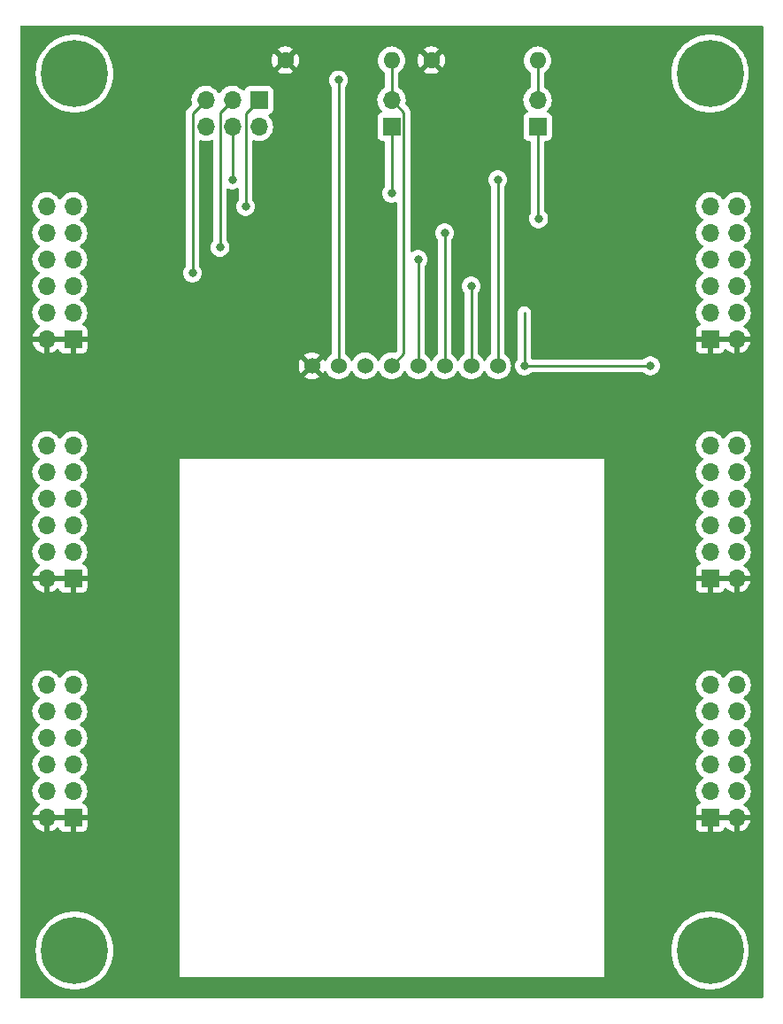
<source format=gbr>
%TF.GenerationSoftware,KiCad,Pcbnew,(6.0.1)*%
%TF.CreationDate,2022-02-02T16:31:25+01:00*%
%TF.ProjectId,modules_board,6d6f6475-6c65-4735-9f62-6f6172642e6b,rev?*%
%TF.SameCoordinates,Original*%
%TF.FileFunction,Copper,L2,Bot*%
%TF.FilePolarity,Positive*%
%FSLAX46Y46*%
G04 Gerber Fmt 4.6, Leading zero omitted, Abs format (unit mm)*
G04 Created by KiCad (PCBNEW (6.0.1)) date 2022-02-02 16:31:25*
%MOMM*%
%LPD*%
G01*
G04 APERTURE LIST*
%TA.AperFunction,ComponentPad*%
%ADD10R,1.700000X1.700000*%
%TD*%
%TA.AperFunction,ComponentPad*%
%ADD11O,1.700000X1.700000*%
%TD*%
%TA.AperFunction,ComponentPad*%
%ADD12C,0.800000*%
%TD*%
%TA.AperFunction,ComponentPad*%
%ADD13C,6.400000*%
%TD*%
%TA.AperFunction,ComponentPad*%
%ADD14C,1.524000*%
%TD*%
%TA.AperFunction,ComponentPad*%
%ADD15C,1.600000*%
%TD*%
%TA.AperFunction,ComponentPad*%
%ADD16O,1.600000X1.600000*%
%TD*%
%TA.AperFunction,ViaPad*%
%ADD17C,0.800000*%
%TD*%
%TA.AperFunction,Conductor*%
%ADD18C,0.250000*%
%TD*%
G04 APERTURE END LIST*
D10*
%TO.P,J1,1,Pin_1*%
%TO.N,VCC*%
X63500000Y-119380000D03*
D11*
%TO.P,J1,2,Pin_2*%
X60960000Y-119380000D03*
%TO.P,J1,3,Pin_3*%
%TO.N,GND*%
X63500000Y-116840000D03*
%TO.P,J1,4,Pin_4*%
X60960000Y-116840000D03*
%TO.P,J1,5,Pin_5*%
%TO.N,PMOD_I2C_SDA*%
X63500000Y-114300000D03*
%TO.P,J1,6,Pin_6*%
%TO.N,PMOD_I2C_GPIO4*%
X60960000Y-114300000D03*
%TO.P,J1,7,Pin_7*%
%TO.N,PMOD_I2C_SCL*%
X63500000Y-111760000D03*
%TO.P,J1,8,Pin_8*%
%TO.N,PMOD_I2C_GPIO3*%
X60960000Y-111760000D03*
%TO.P,J1,9,Pin_9*%
%TO.N,PMOD_I2C_RESET*%
X63500000Y-109220000D03*
%TO.P,J1,10,Pin_10*%
%TO.N,PMOD_I2C_GPIO2*%
X60960000Y-109220000D03*
%TO.P,J1,11,Pin_11*%
%TO.N,PMOD_I2C_INT*%
X63500000Y-106680000D03*
%TO.P,J1,12,Pin_12*%
%TO.N,PMOD_I2C_GPIO1*%
X60960000Y-106680000D03*
%TD*%
D10*
%TO.P,J2,1,Pin_1*%
%TO.N,VCC*%
X63500000Y-96520000D03*
D11*
%TO.P,J2,2,Pin_2*%
X60960000Y-96520000D03*
%TO.P,J2,3,Pin_3*%
%TO.N,GND*%
X63500000Y-93980000D03*
%TO.P,J2,4,Pin_4*%
X60960000Y-93980000D03*
%TO.P,J2,5,Pin_5*%
%TO.N,PMOD_UART_RTS*%
X63500000Y-91440000D03*
%TO.P,J2,6,Pin_6*%
%TO.N,PMOD_UART_GPIO4*%
X60960000Y-91440000D03*
%TO.P,J2,7,Pin_7*%
%TO.N,PMOD_UART_RXD*%
X63500000Y-88900000D03*
%TO.P,J2,8,Pin_8*%
%TO.N,PMOD_UART_GPIO3*%
X60960000Y-88900000D03*
%TO.P,J2,9,Pin_9*%
%TO.N,PMOD_UART_TXD*%
X63500000Y-86360000D03*
%TO.P,J2,10,Pin_10*%
%TO.N,PMOD_UART_RESER*%
X60960000Y-86360000D03*
%TO.P,J2,11,Pin_11*%
%TO.N,PMOD_UART_CTS*%
X63500000Y-83820000D03*
%TO.P,J2,12,Pin_12*%
%TO.N,PMOD_UART_INT*%
X60960000Y-83820000D03*
%TD*%
D10*
%TO.P,J3,1,Pin_1*%
%TO.N,VCC*%
X63500000Y-73660000D03*
D11*
%TO.P,J3,2,Pin_2*%
X60960000Y-73660000D03*
%TO.P,J3,3,Pin_3*%
%TO.N,GND*%
X63500000Y-71120000D03*
%TO.P,J3,4,Pin_4*%
X60960000Y-71120000D03*
%TO.P,J3,5,Pin_5*%
%TO.N,PMOD_SPI_SCK*%
X63500000Y-68580000D03*
%TO.P,J3,6,Pin_6*%
%TO.N,PMOD_SPI_CS3*%
X60960000Y-68580000D03*
%TO.P,J3,7,Pin_7*%
%TO.N,PMOD_SPI_MISO*%
X63500000Y-66040000D03*
%TO.P,J3,8,Pin_8*%
%TO.N,PMOD_SPI_CS2*%
X60960000Y-66040000D03*
%TO.P,J3,9,Pin_9*%
%TO.N,PMOD_SPI_MOSI*%
X63500000Y-63500000D03*
%TO.P,J3,10,Pin_10*%
%TO.N,PMOD_SPI_RESET*%
X60960000Y-63500000D03*
%TO.P,J3,11,Pin_11*%
%TO.N,PMOD_SPI_CS*%
X63500000Y-60960000D03*
%TO.P,J3,12,Pin_12*%
%TO.N,PMOD_SPI_INT*%
X60960000Y-60960000D03*
%TD*%
D10*
%TO.P,J7,1,Pin_1*%
%TO.N,VCC*%
X124460000Y-119380000D03*
D11*
%TO.P,J7,2,Pin_2*%
X127000000Y-119380000D03*
%TO.P,J7,3,Pin_3*%
%TO.N,GND*%
X124460000Y-116840000D03*
%TO.P,J7,4,Pin_4*%
X127000000Y-116840000D03*
%TO.P,J7,5,Pin_5*%
%TO.N,PMOD_I2C_SDA*%
X124460000Y-114300000D03*
%TO.P,J7,6,Pin_6*%
%TO.N,PMOD_I2C_GPIO4*%
X127000000Y-114300000D03*
%TO.P,J7,7,Pin_7*%
%TO.N,PMOD_I2C_SCL*%
X124460000Y-111760000D03*
%TO.P,J7,8,Pin_8*%
%TO.N,PMOD_I2C_GPIO3*%
X127000000Y-111760000D03*
%TO.P,J7,9,Pin_9*%
%TO.N,PMOD_I2C_RESET*%
X124460000Y-109220000D03*
%TO.P,J7,10,Pin_10*%
%TO.N,PMOD_I2C_GPIO2*%
X127000000Y-109220000D03*
%TO.P,J7,11,Pin_11*%
%TO.N,PMOD_I2C_INT*%
X124460000Y-106680000D03*
%TO.P,J7,12,Pin_12*%
%TO.N,PMOD_I2C_GPIO1*%
X127000000Y-106680000D03*
%TD*%
D10*
%TO.P,J8,1,Pin_1*%
%TO.N,VCC*%
X124460000Y-96520000D03*
D11*
%TO.P,J8,2,Pin_2*%
X127000000Y-96520000D03*
%TO.P,J8,3,Pin_3*%
%TO.N,GND*%
X124460000Y-93980000D03*
%TO.P,J8,4,Pin_4*%
X127000000Y-93980000D03*
%TO.P,J8,5,Pin_5*%
%TO.N,PMOD_UART_RTS*%
X124460000Y-91440000D03*
%TO.P,J8,6,Pin_6*%
%TO.N,PMOD_UART_GPIO4*%
X127000000Y-91440000D03*
%TO.P,J8,7,Pin_7*%
%TO.N,PMOD_UART_RXD*%
X124460000Y-88900000D03*
%TO.P,J8,8,Pin_8*%
%TO.N,PMOD_UART_GPIO3*%
X127000000Y-88900000D03*
%TO.P,J8,9,Pin_9*%
%TO.N,PMOD_UART_TXD*%
X124460000Y-86360000D03*
%TO.P,J8,10,Pin_10*%
%TO.N,PMOD_UART_RESER*%
X127000000Y-86360000D03*
%TO.P,J8,11,Pin_11*%
%TO.N,PMOD_UART_CTS*%
X124460000Y-83820000D03*
%TO.P,J8,12,Pin_12*%
%TO.N,PMOD_UART_INT*%
X127000000Y-83820000D03*
%TD*%
D10*
%TO.P,J9,1,Pin_1*%
%TO.N,VCC*%
X124460000Y-73660000D03*
D11*
%TO.P,J9,2,Pin_2*%
X127000000Y-73660000D03*
%TO.P,J9,3,Pin_3*%
%TO.N,GND*%
X124460000Y-71120000D03*
%TO.P,J9,4,Pin_4*%
X127000000Y-71120000D03*
%TO.P,J9,5,Pin_5*%
%TO.N,PMOD_SPI_SCK*%
X124460000Y-68580000D03*
%TO.P,J9,6,Pin_6*%
%TO.N,PMOD_SPI_CS3*%
X127000000Y-68580000D03*
%TO.P,J9,7,Pin_7*%
%TO.N,PMOD_SPI_MISO*%
X124460000Y-66040000D03*
%TO.P,J9,8,Pin_8*%
%TO.N,PMOD_SPI_CS2*%
X127000000Y-66040000D03*
%TO.P,J9,9,Pin_9*%
%TO.N,PMOD_SPI_MOSI*%
X124460000Y-63500000D03*
%TO.P,J9,10,Pin_10*%
%TO.N,PMOD_SPI_RESET*%
X127000000Y-63500000D03*
%TO.P,J9,11,Pin_11*%
%TO.N,PMOD_SPI_CS*%
X124460000Y-60960000D03*
%TO.P,J9,12,Pin_12*%
%TO.N,PMOD_SPI_INT*%
X127000000Y-60960000D03*
%TD*%
D12*
%TO.P,H1,1*%
%TO.N,N/C*%
X66040000Y-48260000D03*
X61942944Y-49957056D03*
X63640000Y-45860000D03*
X65337056Y-46562944D03*
X63640000Y-50660000D03*
X61240000Y-48260000D03*
X65337056Y-49957056D03*
D13*
X63640000Y-48260000D03*
D12*
X61942944Y-46562944D03*
%TD*%
D13*
%TO.P,H2,1*%
%TO.N,N/C*%
X63640000Y-132080000D03*
D12*
X63640000Y-134480000D03*
X66040000Y-132080000D03*
X65337056Y-133777056D03*
X61240000Y-132080000D03*
X61942944Y-130382944D03*
X65337056Y-130382944D03*
X63640000Y-129680000D03*
X61942944Y-133777056D03*
%TD*%
%TO.P,H3,1*%
%TO.N,N/C*%
X126860000Y-48260000D03*
D13*
X124460000Y-48260000D03*
D12*
X124460000Y-45860000D03*
X122060000Y-48260000D03*
X126157056Y-46562944D03*
X124460000Y-50660000D03*
X122762944Y-49957056D03*
X122762944Y-46562944D03*
X126157056Y-49957056D03*
%TD*%
%TO.P,H4,1*%
%TO.N,N/C*%
X122762944Y-133777056D03*
X122060000Y-132080000D03*
X122762944Y-130382944D03*
X126157056Y-130382944D03*
X126860000Y-132080000D03*
X124460000Y-134480000D03*
D13*
X124460000Y-132080000D03*
D12*
X126157056Y-133777056D03*
X124460000Y-129680000D03*
%TD*%
D14*
%TO.P,U1,1,VCC*%
%TO.N,VCC*%
X86360000Y-76200000D03*
%TO.P,U1,2,~{RST}*%
%TO.N,RESET*%
X88900000Y-76200000D03*
%TO.P,U1,3,GND*%
%TO.N,GND*%
X91440000Y-76200000D03*
%TO.P,U1,4,INT*%
%TO.N,INT*%
X93980000Y-76200000D03*
%TO.P,U1,5,MISO*%
%TO.N,PMOD_SPI_MISO*%
X96520000Y-76200000D03*
%TO.P,U1,6,MOSI*%
%TO.N,PMOD_SPI_MOSI*%
X99060000Y-76200000D03*
%TO.P,U1,7,SCK*%
%TO.N,PMOD_SPI_SCK*%
X101600000Y-76200000D03*
%TO.P,U1,8,~{CS}*%
%TO.N,CS*%
X104140000Y-76200000D03*
%TD*%
D10*
%TO.P,J4,1,Pin_1*%
%TO.N,PMOD_SPI_CS*%
X81280000Y-50800000D03*
D11*
%TO.P,J4,2,Pin_2*%
%TO.N,CS*%
X81280000Y-53340000D03*
%TO.P,J4,3,Pin_3*%
%TO.N,PMOD_SPI_CS2*%
X78740000Y-50800000D03*
%TO.P,J4,4,Pin_4*%
%TO.N,CS*%
X78740000Y-53340000D03*
%TO.P,J4,5,Pin_5*%
%TO.N,PMOD_SPI_CS3*%
X76200000Y-50800000D03*
%TO.P,J4,6,Pin_6*%
%TO.N,CS*%
X76200000Y-53340000D03*
%TD*%
D10*
%TO.P,J10,1,Pin_1*%
%TO.N,PMOD_SPI_RESET*%
X107950000Y-53340000D03*
D11*
%TO.P,J10,2,Pin_2*%
%TO.N,RESET*%
X107950000Y-50800000D03*
%TD*%
D10*
%TO.P,J11,1,Pin_1*%
%TO.N,PMOD_SPI_INT*%
X93980000Y-53340000D03*
D11*
%TO.P,J11,2,Pin_2*%
%TO.N,INT*%
X93980000Y-50800000D03*
%TD*%
D15*
%TO.P,R2,1*%
%TO.N,VCC*%
X83820000Y-46990000D03*
D16*
%TO.P,R2,2*%
%TO.N,INT*%
X93980000Y-46990000D03*
%TD*%
D15*
%TO.P,R1,1*%
%TO.N,VCC*%
X97790000Y-46990000D03*
D16*
%TO.P,R1,2*%
%TO.N,RESET*%
X107950000Y-46990000D03*
%TD*%
D17*
%TO.N,GND*%
X106680000Y-76200000D03*
X118745000Y-76200000D03*
%TO.N,PMOD_SPI_INT*%
X93980000Y-59690000D03*
%TO.N,PMOD_SPI_CS*%
X80010000Y-60960000D03*
%TO.N,PMOD_SPI_RESET*%
X108045489Y-62134511D03*
%TO.N,PMOD_SPI_MOSI*%
X99060000Y-63500000D03*
%TO.N,PMOD_SPI_CS2*%
X77565489Y-64865489D03*
%TO.N,PMOD_SPI_MISO*%
X96520000Y-66040000D03*
%TO.N,PMOD_SPI_CS3*%
X74930000Y-67310000D03*
%TO.N,PMOD_SPI_SCK*%
X101600000Y-68580000D03*
%TO.N,CS*%
X104140000Y-58420000D03*
X78740000Y-58420000D03*
%TO.N,RESET*%
X88900000Y-48895000D03*
%TD*%
D18*
%TO.N,GND*%
X106680000Y-76200000D02*
X118745000Y-76200000D01*
X106680000Y-76200000D02*
X106680000Y-71120000D01*
%TO.N,PMOD_SPI_INT*%
X93980000Y-53340000D02*
X93980000Y-59690000D01*
%TO.N,PMOD_SPI_CS*%
X81280000Y-50800000D02*
X80010000Y-52070000D01*
X80010000Y-52070000D02*
X80010000Y-60960000D01*
%TO.N,PMOD_SPI_RESET*%
X107950000Y-62039022D02*
X108045489Y-62134511D01*
X107950000Y-53340000D02*
X107950000Y-62039022D01*
%TO.N,PMOD_SPI_MOSI*%
X99060000Y-76200000D02*
X99060000Y-63500000D01*
%TO.N,PMOD_SPI_CS2*%
X78740000Y-50800000D02*
X77565489Y-51974511D01*
X77565489Y-51974511D02*
X77565489Y-64865489D01*
%TO.N,PMOD_SPI_MISO*%
X96520000Y-76200000D02*
X96520000Y-66040000D01*
%TO.N,PMOD_SPI_CS3*%
X74930000Y-52070000D02*
X74930000Y-67310000D01*
X76200000Y-50800000D02*
X74930000Y-52070000D01*
%TO.N,PMOD_SPI_SCK*%
X101600000Y-76200000D02*
X101600000Y-68580000D01*
%TO.N,CS*%
X104140000Y-76200000D02*
X104140000Y-58420000D01*
X78740000Y-58420000D02*
X78740000Y-53340000D01*
%TO.N,RESET*%
X88900000Y-76200000D02*
X88900000Y-48895000D01*
X107950000Y-50800000D02*
X107950000Y-46990000D01*
%TO.N,INT*%
X95154511Y-75025489D02*
X95154511Y-51974511D01*
X93980000Y-76200000D02*
X95154511Y-75025489D01*
X95154511Y-51974511D02*
X93980000Y-50800000D01*
X93980000Y-50800000D02*
X93980000Y-46990000D01*
%TD*%
%TA.AperFunction,Conductor*%
%TO.N,VCC*%
G36*
X129482121Y-43708002D02*
G01*
X129528614Y-43761658D01*
X129540000Y-43814000D01*
X129540000Y-136526000D01*
X129519998Y-136594121D01*
X129466342Y-136640614D01*
X129414000Y-136652000D01*
X58546000Y-136652000D01*
X58477879Y-136631998D01*
X58431386Y-136578342D01*
X58420000Y-136526000D01*
X58420000Y-132080000D01*
X59926411Y-132080000D01*
X59946754Y-132468176D01*
X60007562Y-132852099D01*
X60108167Y-133227562D01*
X60247468Y-133590453D01*
X60423938Y-133936794D01*
X60635643Y-134262793D01*
X60880266Y-134564876D01*
X61155124Y-134839734D01*
X61457207Y-135084357D01*
X61783205Y-135296062D01*
X61786139Y-135297557D01*
X61786146Y-135297561D01*
X62126607Y-135471034D01*
X62129547Y-135472532D01*
X62492438Y-135611833D01*
X62867901Y-135712438D01*
X63071793Y-135744732D01*
X63248576Y-135772732D01*
X63248584Y-135772733D01*
X63251824Y-135773246D01*
X63640000Y-135793589D01*
X64028176Y-135773246D01*
X64031416Y-135772733D01*
X64031424Y-135772732D01*
X64208207Y-135744732D01*
X64412099Y-135712438D01*
X64787562Y-135611833D01*
X65150453Y-135472532D01*
X65153393Y-135471034D01*
X65493854Y-135297561D01*
X65493861Y-135297557D01*
X65496795Y-135296062D01*
X65822793Y-135084357D01*
X66124876Y-134839734D01*
X66344610Y-134620000D01*
X73660000Y-134620000D01*
X114300000Y-134620000D01*
X114300000Y-132080000D01*
X120746411Y-132080000D01*
X120766754Y-132468176D01*
X120827562Y-132852099D01*
X120928167Y-133227562D01*
X121067468Y-133590453D01*
X121243938Y-133936794D01*
X121455643Y-134262793D01*
X121700266Y-134564876D01*
X121975124Y-134839734D01*
X122277207Y-135084357D01*
X122603205Y-135296062D01*
X122606139Y-135297557D01*
X122606146Y-135297561D01*
X122946607Y-135471034D01*
X122949547Y-135472532D01*
X123312438Y-135611833D01*
X123687901Y-135712438D01*
X123891793Y-135744732D01*
X124068576Y-135772732D01*
X124068584Y-135772733D01*
X124071824Y-135773246D01*
X124460000Y-135793589D01*
X124848176Y-135773246D01*
X124851416Y-135772733D01*
X124851424Y-135772732D01*
X125028207Y-135744732D01*
X125232099Y-135712438D01*
X125607562Y-135611833D01*
X125970453Y-135472532D01*
X125973393Y-135471034D01*
X126313854Y-135297561D01*
X126313861Y-135297557D01*
X126316795Y-135296062D01*
X126642793Y-135084357D01*
X126944876Y-134839734D01*
X127219734Y-134564876D01*
X127464357Y-134262793D01*
X127676062Y-133936794D01*
X127852532Y-133590453D01*
X127991833Y-133227562D01*
X128092438Y-132852099D01*
X128153246Y-132468176D01*
X128173589Y-132080000D01*
X128153246Y-131691824D01*
X128092438Y-131307901D01*
X127991833Y-130932438D01*
X127852532Y-130569547D01*
X127676062Y-130223206D01*
X127464357Y-129897207D01*
X127219734Y-129595124D01*
X126944876Y-129320266D01*
X126642793Y-129075643D01*
X126316795Y-128863938D01*
X126313861Y-128862443D01*
X126313854Y-128862439D01*
X125973393Y-128688966D01*
X125970453Y-128687468D01*
X125607562Y-128548167D01*
X125232099Y-128447562D01*
X125028207Y-128415268D01*
X124851424Y-128387268D01*
X124851416Y-128387267D01*
X124848176Y-128386754D01*
X124460000Y-128366411D01*
X124071824Y-128386754D01*
X124068584Y-128387267D01*
X124068576Y-128387268D01*
X123891793Y-128415268D01*
X123687901Y-128447562D01*
X123312438Y-128548167D01*
X122949547Y-128687468D01*
X122946607Y-128688966D01*
X122606147Y-128862439D01*
X122606140Y-128862443D01*
X122603206Y-128863938D01*
X122277207Y-129075643D01*
X121975124Y-129320266D01*
X121700266Y-129595124D01*
X121455643Y-129897207D01*
X121243938Y-130223206D01*
X121067468Y-130569547D01*
X120928167Y-130932438D01*
X120827562Y-131307901D01*
X120766754Y-131691824D01*
X120746411Y-132080000D01*
X114300000Y-132080000D01*
X114300000Y-120274669D01*
X123102001Y-120274669D01*
X123102371Y-120281490D01*
X123107895Y-120332352D01*
X123111521Y-120347604D01*
X123156676Y-120468054D01*
X123165214Y-120483649D01*
X123241715Y-120585724D01*
X123254276Y-120598285D01*
X123356351Y-120674786D01*
X123371946Y-120683324D01*
X123492394Y-120728478D01*
X123507649Y-120732105D01*
X123558514Y-120737631D01*
X123565328Y-120738000D01*
X124187885Y-120738000D01*
X124203124Y-120733525D01*
X124204329Y-120732135D01*
X124206000Y-120724452D01*
X124206000Y-120719884D01*
X124714000Y-120719884D01*
X124718475Y-120735123D01*
X124719865Y-120736328D01*
X124727548Y-120737999D01*
X125354669Y-120737999D01*
X125361490Y-120737629D01*
X125412352Y-120732105D01*
X125427604Y-120728479D01*
X125548054Y-120683324D01*
X125563649Y-120674786D01*
X125665724Y-120598285D01*
X125678285Y-120585724D01*
X125754786Y-120483649D01*
X125763325Y-120468052D01*
X125804425Y-120358418D01*
X125847066Y-120301653D01*
X125913628Y-120276953D01*
X125982977Y-120292160D01*
X126017645Y-120320150D01*
X126043219Y-120349674D01*
X126050580Y-120356883D01*
X126214434Y-120492916D01*
X126222881Y-120498831D01*
X126406756Y-120606279D01*
X126416042Y-120610729D01*
X126615001Y-120686703D01*
X126624899Y-120689579D01*
X126728250Y-120710606D01*
X126742299Y-120709410D01*
X126746000Y-120699065D01*
X126746000Y-120698517D01*
X127254000Y-120698517D01*
X127258064Y-120712359D01*
X127271478Y-120714393D01*
X127278184Y-120713534D01*
X127288262Y-120711392D01*
X127492255Y-120650191D01*
X127501842Y-120646433D01*
X127693095Y-120552739D01*
X127701945Y-120547464D01*
X127875328Y-120423792D01*
X127883200Y-120417139D01*
X128034052Y-120266812D01*
X128040730Y-120258965D01*
X128165003Y-120086020D01*
X128170313Y-120077183D01*
X128264670Y-119886267D01*
X128268469Y-119876672D01*
X128330377Y-119672910D01*
X128332555Y-119662837D01*
X128333986Y-119651962D01*
X128331775Y-119637778D01*
X128318617Y-119634000D01*
X127272115Y-119634000D01*
X127256876Y-119638475D01*
X127255671Y-119639865D01*
X127254000Y-119647548D01*
X127254000Y-120698517D01*
X126746000Y-120698517D01*
X126746000Y-119652115D01*
X126741525Y-119636876D01*
X126740135Y-119635671D01*
X126732452Y-119634000D01*
X124732115Y-119634000D01*
X124716876Y-119638475D01*
X124715671Y-119639865D01*
X124714000Y-119647548D01*
X124714000Y-120719884D01*
X124206000Y-120719884D01*
X124206000Y-119652115D01*
X124201525Y-119636876D01*
X124200135Y-119635671D01*
X124192452Y-119634000D01*
X123120116Y-119634000D01*
X123104877Y-119638475D01*
X123103672Y-119639865D01*
X123102001Y-119647548D01*
X123102001Y-120274669D01*
X114300000Y-120274669D01*
X114300000Y-116806695D01*
X123097251Y-116806695D01*
X123097548Y-116811848D01*
X123097548Y-116811851D01*
X123103011Y-116906590D01*
X123110110Y-117029715D01*
X123111247Y-117034761D01*
X123111248Y-117034767D01*
X123131119Y-117122939D01*
X123159222Y-117247639D01*
X123243266Y-117454616D01*
X123294019Y-117537438D01*
X123357291Y-117640688D01*
X123359987Y-117645088D01*
X123506250Y-117813938D01*
X123510225Y-117817238D01*
X123510231Y-117817244D01*
X123515425Y-117821556D01*
X123555059Y-117880460D01*
X123556555Y-117951441D01*
X123519439Y-118011962D01*
X123479168Y-118036480D01*
X123371946Y-118076676D01*
X123356351Y-118085214D01*
X123254276Y-118161715D01*
X123241715Y-118174276D01*
X123165214Y-118276351D01*
X123156676Y-118291946D01*
X123111522Y-118412394D01*
X123107895Y-118427649D01*
X123102369Y-118478514D01*
X123102000Y-118485328D01*
X123102000Y-119107885D01*
X123106475Y-119123124D01*
X123107865Y-119124329D01*
X123115548Y-119126000D01*
X128318344Y-119126000D01*
X128331875Y-119122027D01*
X128333180Y-119112947D01*
X128291214Y-118945875D01*
X128287894Y-118936124D01*
X128202972Y-118740814D01*
X128198105Y-118731739D01*
X128082426Y-118552926D01*
X128076136Y-118544757D01*
X127932806Y-118387240D01*
X127925273Y-118380215D01*
X127758139Y-118248222D01*
X127749556Y-118242520D01*
X127712602Y-118222120D01*
X127662631Y-118171687D01*
X127647859Y-118102245D01*
X127672975Y-118035839D01*
X127700327Y-118009232D01*
X127723797Y-117992491D01*
X127879860Y-117881173D01*
X127904323Y-117856796D01*
X128034435Y-117727137D01*
X128038096Y-117723489D01*
X128097594Y-117640689D01*
X128165435Y-117546277D01*
X128168453Y-117542077D01*
X128189320Y-117499857D01*
X128265136Y-117346453D01*
X128265137Y-117346451D01*
X128267430Y-117341811D01*
X128332370Y-117128069D01*
X128361529Y-116906590D01*
X128363156Y-116840000D01*
X128344852Y-116617361D01*
X128290431Y-116400702D01*
X128201354Y-116195840D01*
X128080014Y-116008277D01*
X127929670Y-115843051D01*
X127925619Y-115839852D01*
X127925615Y-115839848D01*
X127758414Y-115707800D01*
X127758410Y-115707798D01*
X127754359Y-115704598D01*
X127713053Y-115681796D01*
X127663084Y-115631364D01*
X127648312Y-115561921D01*
X127673428Y-115495516D01*
X127700780Y-115468909D01*
X127744603Y-115437650D01*
X127879860Y-115341173D01*
X128038096Y-115183489D01*
X128097594Y-115100689D01*
X128165435Y-115006277D01*
X128168453Y-115002077D01*
X128189320Y-114959857D01*
X128265136Y-114806453D01*
X128265137Y-114806451D01*
X128267430Y-114801811D01*
X128332370Y-114588069D01*
X128361529Y-114366590D01*
X128363156Y-114300000D01*
X128344852Y-114077361D01*
X128290431Y-113860702D01*
X128201354Y-113655840D01*
X128080014Y-113468277D01*
X127929670Y-113303051D01*
X127925619Y-113299852D01*
X127925615Y-113299848D01*
X127758414Y-113167800D01*
X127758410Y-113167798D01*
X127754359Y-113164598D01*
X127713053Y-113141796D01*
X127663084Y-113091364D01*
X127648312Y-113021921D01*
X127673428Y-112955516D01*
X127700780Y-112928909D01*
X127744603Y-112897650D01*
X127879860Y-112801173D01*
X128038096Y-112643489D01*
X128097594Y-112560689D01*
X128165435Y-112466277D01*
X128168453Y-112462077D01*
X128189320Y-112419857D01*
X128265136Y-112266453D01*
X128265137Y-112266451D01*
X128267430Y-112261811D01*
X128332370Y-112048069D01*
X128361529Y-111826590D01*
X128363156Y-111760000D01*
X128344852Y-111537361D01*
X128290431Y-111320702D01*
X128201354Y-111115840D01*
X128080014Y-110928277D01*
X127929670Y-110763051D01*
X127925619Y-110759852D01*
X127925615Y-110759848D01*
X127758414Y-110627800D01*
X127758410Y-110627798D01*
X127754359Y-110624598D01*
X127713053Y-110601796D01*
X127663084Y-110551364D01*
X127648312Y-110481921D01*
X127673428Y-110415516D01*
X127700780Y-110388909D01*
X127744603Y-110357650D01*
X127879860Y-110261173D01*
X128038096Y-110103489D01*
X128097594Y-110020689D01*
X128165435Y-109926277D01*
X128168453Y-109922077D01*
X128189320Y-109879857D01*
X128265136Y-109726453D01*
X128265137Y-109726451D01*
X128267430Y-109721811D01*
X128332370Y-109508069D01*
X128361529Y-109286590D01*
X128363156Y-109220000D01*
X128344852Y-108997361D01*
X128290431Y-108780702D01*
X128201354Y-108575840D01*
X128080014Y-108388277D01*
X127929670Y-108223051D01*
X127925619Y-108219852D01*
X127925615Y-108219848D01*
X127758414Y-108087800D01*
X127758410Y-108087798D01*
X127754359Y-108084598D01*
X127713053Y-108061796D01*
X127663084Y-108011364D01*
X127648312Y-107941921D01*
X127673428Y-107875516D01*
X127700780Y-107848909D01*
X127744603Y-107817650D01*
X127879860Y-107721173D01*
X128038096Y-107563489D01*
X128097594Y-107480689D01*
X128165435Y-107386277D01*
X128168453Y-107382077D01*
X128189320Y-107339857D01*
X128265136Y-107186453D01*
X128265137Y-107186451D01*
X128267430Y-107181811D01*
X128332370Y-106968069D01*
X128361529Y-106746590D01*
X128363156Y-106680000D01*
X128344852Y-106457361D01*
X128290431Y-106240702D01*
X128201354Y-106035840D01*
X128080014Y-105848277D01*
X127929670Y-105683051D01*
X127925619Y-105679852D01*
X127925615Y-105679848D01*
X127758414Y-105547800D01*
X127758410Y-105547798D01*
X127754359Y-105544598D01*
X127558789Y-105436638D01*
X127553920Y-105434914D01*
X127553916Y-105434912D01*
X127353087Y-105363795D01*
X127353083Y-105363794D01*
X127348212Y-105362069D01*
X127343119Y-105361162D01*
X127343116Y-105361161D01*
X127133373Y-105323800D01*
X127133367Y-105323799D01*
X127128284Y-105322894D01*
X127054452Y-105321992D01*
X126910081Y-105320228D01*
X126910079Y-105320228D01*
X126904911Y-105320165D01*
X126684091Y-105353955D01*
X126471756Y-105423357D01*
X126273607Y-105526507D01*
X126269474Y-105529610D01*
X126269471Y-105529612D01*
X126245247Y-105547800D01*
X126094965Y-105660635D01*
X125940629Y-105822138D01*
X125833201Y-105979621D01*
X125778293Y-106024621D01*
X125707768Y-106032792D01*
X125644021Y-106001538D01*
X125623324Y-105977054D01*
X125542822Y-105852617D01*
X125542820Y-105852614D01*
X125540014Y-105848277D01*
X125389670Y-105683051D01*
X125385619Y-105679852D01*
X125385615Y-105679848D01*
X125218414Y-105547800D01*
X125218410Y-105547798D01*
X125214359Y-105544598D01*
X125018789Y-105436638D01*
X125013920Y-105434914D01*
X125013916Y-105434912D01*
X124813087Y-105363795D01*
X124813083Y-105363794D01*
X124808212Y-105362069D01*
X124803119Y-105361162D01*
X124803116Y-105361161D01*
X124593373Y-105323800D01*
X124593367Y-105323799D01*
X124588284Y-105322894D01*
X124514452Y-105321992D01*
X124370081Y-105320228D01*
X124370079Y-105320228D01*
X124364911Y-105320165D01*
X124144091Y-105353955D01*
X123931756Y-105423357D01*
X123733607Y-105526507D01*
X123729474Y-105529610D01*
X123729471Y-105529612D01*
X123705247Y-105547800D01*
X123554965Y-105660635D01*
X123400629Y-105822138D01*
X123274743Y-106006680D01*
X123180688Y-106209305D01*
X123120989Y-106424570D01*
X123097251Y-106646695D01*
X123097548Y-106651848D01*
X123097548Y-106651851D01*
X123103011Y-106746590D01*
X123110110Y-106869715D01*
X123111247Y-106874761D01*
X123111248Y-106874767D01*
X123131119Y-106962939D01*
X123159222Y-107087639D01*
X123243266Y-107294616D01*
X123294019Y-107377438D01*
X123357291Y-107480688D01*
X123359987Y-107485088D01*
X123506250Y-107653938D01*
X123678126Y-107796632D01*
X123748595Y-107837811D01*
X123751445Y-107839476D01*
X123800169Y-107891114D01*
X123813240Y-107960897D01*
X123786509Y-108026669D01*
X123746055Y-108060027D01*
X123733607Y-108066507D01*
X123729474Y-108069610D01*
X123729471Y-108069612D01*
X123705247Y-108087800D01*
X123554965Y-108200635D01*
X123400629Y-108362138D01*
X123274743Y-108546680D01*
X123180688Y-108749305D01*
X123120989Y-108964570D01*
X123097251Y-109186695D01*
X123097548Y-109191848D01*
X123097548Y-109191851D01*
X123103011Y-109286590D01*
X123110110Y-109409715D01*
X123111247Y-109414761D01*
X123111248Y-109414767D01*
X123131119Y-109502939D01*
X123159222Y-109627639D01*
X123243266Y-109834616D01*
X123294019Y-109917438D01*
X123357291Y-110020688D01*
X123359987Y-110025088D01*
X123506250Y-110193938D01*
X123678126Y-110336632D01*
X123748595Y-110377811D01*
X123751445Y-110379476D01*
X123800169Y-110431114D01*
X123813240Y-110500897D01*
X123786509Y-110566669D01*
X123746055Y-110600027D01*
X123733607Y-110606507D01*
X123729474Y-110609610D01*
X123729471Y-110609612D01*
X123705247Y-110627800D01*
X123554965Y-110740635D01*
X123400629Y-110902138D01*
X123274743Y-111086680D01*
X123180688Y-111289305D01*
X123120989Y-111504570D01*
X123097251Y-111726695D01*
X123097548Y-111731848D01*
X123097548Y-111731851D01*
X123103011Y-111826590D01*
X123110110Y-111949715D01*
X123111247Y-111954761D01*
X123111248Y-111954767D01*
X123131119Y-112042939D01*
X123159222Y-112167639D01*
X123243266Y-112374616D01*
X123294019Y-112457438D01*
X123357291Y-112560688D01*
X123359987Y-112565088D01*
X123506250Y-112733938D01*
X123678126Y-112876632D01*
X123748595Y-112917811D01*
X123751445Y-112919476D01*
X123800169Y-112971114D01*
X123813240Y-113040897D01*
X123786509Y-113106669D01*
X123746055Y-113140027D01*
X123733607Y-113146507D01*
X123729474Y-113149610D01*
X123729471Y-113149612D01*
X123705247Y-113167800D01*
X123554965Y-113280635D01*
X123400629Y-113442138D01*
X123274743Y-113626680D01*
X123180688Y-113829305D01*
X123120989Y-114044570D01*
X123097251Y-114266695D01*
X123097548Y-114271848D01*
X123097548Y-114271851D01*
X123103011Y-114366590D01*
X123110110Y-114489715D01*
X123111247Y-114494761D01*
X123111248Y-114494767D01*
X123131119Y-114582939D01*
X123159222Y-114707639D01*
X123243266Y-114914616D01*
X123294019Y-114997438D01*
X123357291Y-115100688D01*
X123359987Y-115105088D01*
X123506250Y-115273938D01*
X123678126Y-115416632D01*
X123748595Y-115457811D01*
X123751445Y-115459476D01*
X123800169Y-115511114D01*
X123813240Y-115580897D01*
X123786509Y-115646669D01*
X123746055Y-115680027D01*
X123733607Y-115686507D01*
X123729474Y-115689610D01*
X123729471Y-115689612D01*
X123705247Y-115707800D01*
X123554965Y-115820635D01*
X123400629Y-115982138D01*
X123274743Y-116166680D01*
X123180688Y-116369305D01*
X123120989Y-116584570D01*
X123097251Y-116806695D01*
X114300000Y-116806695D01*
X114300000Y-97414669D01*
X123102001Y-97414669D01*
X123102371Y-97421490D01*
X123107895Y-97472352D01*
X123111521Y-97487604D01*
X123156676Y-97608054D01*
X123165214Y-97623649D01*
X123241715Y-97725724D01*
X123254276Y-97738285D01*
X123356351Y-97814786D01*
X123371946Y-97823324D01*
X123492394Y-97868478D01*
X123507649Y-97872105D01*
X123558514Y-97877631D01*
X123565328Y-97878000D01*
X124187885Y-97878000D01*
X124203124Y-97873525D01*
X124204329Y-97872135D01*
X124206000Y-97864452D01*
X124206000Y-97859884D01*
X124714000Y-97859884D01*
X124718475Y-97875123D01*
X124719865Y-97876328D01*
X124727548Y-97877999D01*
X125354669Y-97877999D01*
X125361490Y-97877629D01*
X125412352Y-97872105D01*
X125427604Y-97868479D01*
X125548054Y-97823324D01*
X125563649Y-97814786D01*
X125665724Y-97738285D01*
X125678285Y-97725724D01*
X125754786Y-97623649D01*
X125763325Y-97608052D01*
X125804425Y-97498418D01*
X125847066Y-97441653D01*
X125913628Y-97416953D01*
X125982977Y-97432160D01*
X126017645Y-97460150D01*
X126043219Y-97489674D01*
X126050580Y-97496883D01*
X126214434Y-97632916D01*
X126222881Y-97638831D01*
X126406756Y-97746279D01*
X126416042Y-97750729D01*
X126615001Y-97826703D01*
X126624899Y-97829579D01*
X126728250Y-97850606D01*
X126742299Y-97849410D01*
X126746000Y-97839065D01*
X126746000Y-97838517D01*
X127254000Y-97838517D01*
X127258064Y-97852359D01*
X127271478Y-97854393D01*
X127278184Y-97853534D01*
X127288262Y-97851392D01*
X127492255Y-97790191D01*
X127501842Y-97786433D01*
X127693095Y-97692739D01*
X127701945Y-97687464D01*
X127875328Y-97563792D01*
X127883200Y-97557139D01*
X128034052Y-97406812D01*
X128040730Y-97398965D01*
X128165003Y-97226020D01*
X128170313Y-97217183D01*
X128264670Y-97026267D01*
X128268469Y-97016672D01*
X128330377Y-96812910D01*
X128332555Y-96802837D01*
X128333986Y-96791962D01*
X128331775Y-96777778D01*
X128318617Y-96774000D01*
X127272115Y-96774000D01*
X127256876Y-96778475D01*
X127255671Y-96779865D01*
X127254000Y-96787548D01*
X127254000Y-97838517D01*
X126746000Y-97838517D01*
X126746000Y-96792115D01*
X126741525Y-96776876D01*
X126740135Y-96775671D01*
X126732452Y-96774000D01*
X124732115Y-96774000D01*
X124716876Y-96778475D01*
X124715671Y-96779865D01*
X124714000Y-96787548D01*
X124714000Y-97859884D01*
X124206000Y-97859884D01*
X124206000Y-96792115D01*
X124201525Y-96776876D01*
X124200135Y-96775671D01*
X124192452Y-96774000D01*
X123120116Y-96774000D01*
X123104877Y-96778475D01*
X123103672Y-96779865D01*
X123102001Y-96787548D01*
X123102001Y-97414669D01*
X114300000Y-97414669D01*
X114300000Y-93946695D01*
X123097251Y-93946695D01*
X123097548Y-93951848D01*
X123097548Y-93951851D01*
X123103011Y-94046590D01*
X123110110Y-94169715D01*
X123111247Y-94174761D01*
X123111248Y-94174767D01*
X123131119Y-94262939D01*
X123159222Y-94387639D01*
X123243266Y-94594616D01*
X123294019Y-94677438D01*
X123357291Y-94780688D01*
X123359987Y-94785088D01*
X123506250Y-94953938D01*
X123510225Y-94957238D01*
X123510231Y-94957244D01*
X123515425Y-94961556D01*
X123555059Y-95020460D01*
X123556555Y-95091441D01*
X123519439Y-95151962D01*
X123479168Y-95176480D01*
X123371946Y-95216676D01*
X123356351Y-95225214D01*
X123254276Y-95301715D01*
X123241715Y-95314276D01*
X123165214Y-95416351D01*
X123156676Y-95431946D01*
X123111522Y-95552394D01*
X123107895Y-95567649D01*
X123102369Y-95618514D01*
X123102000Y-95625328D01*
X123102000Y-96247885D01*
X123106475Y-96263124D01*
X123107865Y-96264329D01*
X123115548Y-96266000D01*
X128318344Y-96266000D01*
X128331875Y-96262027D01*
X128333180Y-96252947D01*
X128291214Y-96085875D01*
X128287894Y-96076124D01*
X128202972Y-95880814D01*
X128198105Y-95871739D01*
X128082426Y-95692926D01*
X128076136Y-95684757D01*
X127932806Y-95527240D01*
X127925273Y-95520215D01*
X127758139Y-95388222D01*
X127749556Y-95382520D01*
X127712602Y-95362120D01*
X127662631Y-95311687D01*
X127647859Y-95242245D01*
X127672975Y-95175839D01*
X127700327Y-95149232D01*
X127723797Y-95132491D01*
X127879860Y-95021173D01*
X127904323Y-94996796D01*
X128034435Y-94867137D01*
X128038096Y-94863489D01*
X128097594Y-94780689D01*
X128165435Y-94686277D01*
X128168453Y-94682077D01*
X128189320Y-94639857D01*
X128265136Y-94486453D01*
X128265137Y-94486451D01*
X128267430Y-94481811D01*
X128332370Y-94268069D01*
X128361529Y-94046590D01*
X128363156Y-93980000D01*
X128344852Y-93757361D01*
X128290431Y-93540702D01*
X128201354Y-93335840D01*
X128080014Y-93148277D01*
X127929670Y-92983051D01*
X127925619Y-92979852D01*
X127925615Y-92979848D01*
X127758414Y-92847800D01*
X127758410Y-92847798D01*
X127754359Y-92844598D01*
X127713053Y-92821796D01*
X127663084Y-92771364D01*
X127648312Y-92701921D01*
X127673428Y-92635516D01*
X127700780Y-92608909D01*
X127744603Y-92577650D01*
X127879860Y-92481173D01*
X128038096Y-92323489D01*
X128097594Y-92240689D01*
X128165435Y-92146277D01*
X128168453Y-92142077D01*
X128189320Y-92099857D01*
X128265136Y-91946453D01*
X128265137Y-91946451D01*
X128267430Y-91941811D01*
X128332370Y-91728069D01*
X128361529Y-91506590D01*
X128363156Y-91440000D01*
X128344852Y-91217361D01*
X128290431Y-91000702D01*
X128201354Y-90795840D01*
X128080014Y-90608277D01*
X127929670Y-90443051D01*
X127925619Y-90439852D01*
X127925615Y-90439848D01*
X127758414Y-90307800D01*
X127758410Y-90307798D01*
X127754359Y-90304598D01*
X127713053Y-90281796D01*
X127663084Y-90231364D01*
X127648312Y-90161921D01*
X127673428Y-90095516D01*
X127700780Y-90068909D01*
X127744603Y-90037650D01*
X127879860Y-89941173D01*
X128038096Y-89783489D01*
X128097594Y-89700689D01*
X128165435Y-89606277D01*
X128168453Y-89602077D01*
X128189320Y-89559857D01*
X128265136Y-89406453D01*
X128265137Y-89406451D01*
X128267430Y-89401811D01*
X128332370Y-89188069D01*
X128361529Y-88966590D01*
X128363156Y-88900000D01*
X128344852Y-88677361D01*
X128290431Y-88460702D01*
X128201354Y-88255840D01*
X128080014Y-88068277D01*
X127929670Y-87903051D01*
X127925619Y-87899852D01*
X127925615Y-87899848D01*
X127758414Y-87767800D01*
X127758410Y-87767798D01*
X127754359Y-87764598D01*
X127713053Y-87741796D01*
X127663084Y-87691364D01*
X127648312Y-87621921D01*
X127673428Y-87555516D01*
X127700780Y-87528909D01*
X127744603Y-87497650D01*
X127879860Y-87401173D01*
X128038096Y-87243489D01*
X128097594Y-87160689D01*
X128165435Y-87066277D01*
X128168453Y-87062077D01*
X128189320Y-87019857D01*
X128265136Y-86866453D01*
X128265137Y-86866451D01*
X128267430Y-86861811D01*
X128332370Y-86648069D01*
X128361529Y-86426590D01*
X128363156Y-86360000D01*
X128344852Y-86137361D01*
X128290431Y-85920702D01*
X128201354Y-85715840D01*
X128080014Y-85528277D01*
X127929670Y-85363051D01*
X127925619Y-85359852D01*
X127925615Y-85359848D01*
X127758414Y-85227800D01*
X127758410Y-85227798D01*
X127754359Y-85224598D01*
X127713053Y-85201796D01*
X127663084Y-85151364D01*
X127648312Y-85081921D01*
X127673428Y-85015516D01*
X127700780Y-84988909D01*
X127744603Y-84957650D01*
X127879860Y-84861173D01*
X128038096Y-84703489D01*
X128097594Y-84620689D01*
X128165435Y-84526277D01*
X128168453Y-84522077D01*
X128189320Y-84479857D01*
X128265136Y-84326453D01*
X128265137Y-84326451D01*
X128267430Y-84321811D01*
X128332370Y-84108069D01*
X128361529Y-83886590D01*
X128363156Y-83820000D01*
X128344852Y-83597361D01*
X128290431Y-83380702D01*
X128201354Y-83175840D01*
X128080014Y-82988277D01*
X127929670Y-82823051D01*
X127925619Y-82819852D01*
X127925615Y-82819848D01*
X127758414Y-82687800D01*
X127758410Y-82687798D01*
X127754359Y-82684598D01*
X127558789Y-82576638D01*
X127553920Y-82574914D01*
X127553916Y-82574912D01*
X127353087Y-82503795D01*
X127353083Y-82503794D01*
X127348212Y-82502069D01*
X127343119Y-82501162D01*
X127343116Y-82501161D01*
X127133373Y-82463800D01*
X127133367Y-82463799D01*
X127128284Y-82462894D01*
X127054452Y-82461992D01*
X126910081Y-82460228D01*
X126910079Y-82460228D01*
X126904911Y-82460165D01*
X126684091Y-82493955D01*
X126471756Y-82563357D01*
X126273607Y-82666507D01*
X126269474Y-82669610D01*
X126269471Y-82669612D01*
X126245247Y-82687800D01*
X126094965Y-82800635D01*
X125940629Y-82962138D01*
X125833201Y-83119621D01*
X125778293Y-83164621D01*
X125707768Y-83172792D01*
X125644021Y-83141538D01*
X125623324Y-83117054D01*
X125542822Y-82992617D01*
X125542820Y-82992614D01*
X125540014Y-82988277D01*
X125389670Y-82823051D01*
X125385619Y-82819852D01*
X125385615Y-82819848D01*
X125218414Y-82687800D01*
X125218410Y-82687798D01*
X125214359Y-82684598D01*
X125018789Y-82576638D01*
X125013920Y-82574914D01*
X125013916Y-82574912D01*
X124813087Y-82503795D01*
X124813083Y-82503794D01*
X124808212Y-82502069D01*
X124803119Y-82501162D01*
X124803116Y-82501161D01*
X124593373Y-82463800D01*
X124593367Y-82463799D01*
X124588284Y-82462894D01*
X124514452Y-82461992D01*
X124370081Y-82460228D01*
X124370079Y-82460228D01*
X124364911Y-82460165D01*
X124144091Y-82493955D01*
X123931756Y-82563357D01*
X123733607Y-82666507D01*
X123729474Y-82669610D01*
X123729471Y-82669612D01*
X123705247Y-82687800D01*
X123554965Y-82800635D01*
X123400629Y-82962138D01*
X123274743Y-83146680D01*
X123180688Y-83349305D01*
X123120989Y-83564570D01*
X123097251Y-83786695D01*
X123097548Y-83791848D01*
X123097548Y-83791851D01*
X123103011Y-83886590D01*
X123110110Y-84009715D01*
X123111247Y-84014761D01*
X123111248Y-84014767D01*
X123131119Y-84102939D01*
X123159222Y-84227639D01*
X123243266Y-84434616D01*
X123294019Y-84517438D01*
X123357291Y-84620688D01*
X123359987Y-84625088D01*
X123506250Y-84793938D01*
X123678126Y-84936632D01*
X123748595Y-84977811D01*
X123751445Y-84979476D01*
X123800169Y-85031114D01*
X123813240Y-85100897D01*
X123786509Y-85166669D01*
X123746055Y-85200027D01*
X123733607Y-85206507D01*
X123729474Y-85209610D01*
X123729471Y-85209612D01*
X123705247Y-85227800D01*
X123554965Y-85340635D01*
X123400629Y-85502138D01*
X123274743Y-85686680D01*
X123180688Y-85889305D01*
X123120989Y-86104570D01*
X123097251Y-86326695D01*
X123097548Y-86331848D01*
X123097548Y-86331851D01*
X123103011Y-86426590D01*
X123110110Y-86549715D01*
X123111247Y-86554761D01*
X123111248Y-86554767D01*
X123131119Y-86642939D01*
X123159222Y-86767639D01*
X123243266Y-86974616D01*
X123294019Y-87057438D01*
X123357291Y-87160688D01*
X123359987Y-87165088D01*
X123506250Y-87333938D01*
X123678126Y-87476632D01*
X123748595Y-87517811D01*
X123751445Y-87519476D01*
X123800169Y-87571114D01*
X123813240Y-87640897D01*
X123786509Y-87706669D01*
X123746055Y-87740027D01*
X123733607Y-87746507D01*
X123729474Y-87749610D01*
X123729471Y-87749612D01*
X123705247Y-87767800D01*
X123554965Y-87880635D01*
X123400629Y-88042138D01*
X123274743Y-88226680D01*
X123180688Y-88429305D01*
X123120989Y-88644570D01*
X123097251Y-88866695D01*
X123097548Y-88871848D01*
X123097548Y-88871851D01*
X123103011Y-88966590D01*
X123110110Y-89089715D01*
X123111247Y-89094761D01*
X123111248Y-89094767D01*
X123131119Y-89182939D01*
X123159222Y-89307639D01*
X123243266Y-89514616D01*
X123294019Y-89597438D01*
X123357291Y-89700688D01*
X123359987Y-89705088D01*
X123506250Y-89873938D01*
X123678126Y-90016632D01*
X123748595Y-90057811D01*
X123751445Y-90059476D01*
X123800169Y-90111114D01*
X123813240Y-90180897D01*
X123786509Y-90246669D01*
X123746055Y-90280027D01*
X123733607Y-90286507D01*
X123729474Y-90289610D01*
X123729471Y-90289612D01*
X123705247Y-90307800D01*
X123554965Y-90420635D01*
X123400629Y-90582138D01*
X123274743Y-90766680D01*
X123180688Y-90969305D01*
X123120989Y-91184570D01*
X123097251Y-91406695D01*
X123097548Y-91411848D01*
X123097548Y-91411851D01*
X123103011Y-91506590D01*
X123110110Y-91629715D01*
X123111247Y-91634761D01*
X123111248Y-91634767D01*
X123131119Y-91722939D01*
X123159222Y-91847639D01*
X123243266Y-92054616D01*
X123294019Y-92137438D01*
X123357291Y-92240688D01*
X123359987Y-92245088D01*
X123506250Y-92413938D01*
X123678126Y-92556632D01*
X123748595Y-92597811D01*
X123751445Y-92599476D01*
X123800169Y-92651114D01*
X123813240Y-92720897D01*
X123786509Y-92786669D01*
X123746055Y-92820027D01*
X123733607Y-92826507D01*
X123729474Y-92829610D01*
X123729471Y-92829612D01*
X123705247Y-92847800D01*
X123554965Y-92960635D01*
X123400629Y-93122138D01*
X123274743Y-93306680D01*
X123180688Y-93509305D01*
X123120989Y-93724570D01*
X123097251Y-93946695D01*
X114300000Y-93946695D01*
X114300000Y-85090000D01*
X73660000Y-85090000D01*
X73660000Y-134620000D01*
X66344610Y-134620000D01*
X66399734Y-134564876D01*
X66644357Y-134262793D01*
X66856062Y-133936794D01*
X67032532Y-133590453D01*
X67171833Y-133227562D01*
X67272438Y-132852099D01*
X67333246Y-132468176D01*
X67353589Y-132080000D01*
X67333246Y-131691824D01*
X67272438Y-131307901D01*
X67171833Y-130932438D01*
X67032532Y-130569547D01*
X66856062Y-130223206D01*
X66644357Y-129897207D01*
X66399734Y-129595124D01*
X66124876Y-129320266D01*
X65822793Y-129075643D01*
X65496795Y-128863938D01*
X65493861Y-128862443D01*
X65493854Y-128862439D01*
X65153393Y-128688966D01*
X65150453Y-128687468D01*
X64787562Y-128548167D01*
X64412099Y-128447562D01*
X64208207Y-128415268D01*
X64031424Y-128387268D01*
X64031416Y-128387267D01*
X64028176Y-128386754D01*
X63640000Y-128366411D01*
X63251824Y-128386754D01*
X63248584Y-128387267D01*
X63248576Y-128387268D01*
X63071793Y-128415268D01*
X62867901Y-128447562D01*
X62492438Y-128548167D01*
X62129547Y-128687468D01*
X62126607Y-128688966D01*
X61786147Y-128862439D01*
X61786140Y-128862443D01*
X61783206Y-128863938D01*
X61457207Y-129075643D01*
X61155124Y-129320266D01*
X60880266Y-129595124D01*
X60635643Y-129897207D01*
X60423938Y-130223206D01*
X60247468Y-130569547D01*
X60108167Y-130932438D01*
X60007562Y-131307901D01*
X59946754Y-131691824D01*
X59926411Y-132080000D01*
X58420000Y-132080000D01*
X58420000Y-119647966D01*
X59628257Y-119647966D01*
X59658565Y-119782446D01*
X59661645Y-119792275D01*
X59741770Y-119989603D01*
X59746413Y-119998794D01*
X59857694Y-120180388D01*
X59863777Y-120188699D01*
X60003213Y-120349667D01*
X60010580Y-120356883D01*
X60174434Y-120492916D01*
X60182881Y-120498831D01*
X60366756Y-120606279D01*
X60376042Y-120610729D01*
X60575001Y-120686703D01*
X60584899Y-120689579D01*
X60688250Y-120710606D01*
X60702299Y-120709410D01*
X60706000Y-120699065D01*
X60706000Y-120698517D01*
X61214000Y-120698517D01*
X61218064Y-120712359D01*
X61231478Y-120714393D01*
X61238184Y-120713534D01*
X61248262Y-120711392D01*
X61452255Y-120650191D01*
X61461842Y-120646433D01*
X61653095Y-120552739D01*
X61661945Y-120547464D01*
X61835328Y-120423792D01*
X61843200Y-120417139D01*
X61948286Y-120312418D01*
X62010657Y-120278501D01*
X62081464Y-120283689D01*
X62138226Y-120326335D01*
X62155208Y-120357439D01*
X62196675Y-120468052D01*
X62205214Y-120483649D01*
X62281715Y-120585724D01*
X62294276Y-120598285D01*
X62396351Y-120674786D01*
X62411946Y-120683324D01*
X62532394Y-120728478D01*
X62547649Y-120732105D01*
X62598514Y-120737631D01*
X62605328Y-120738000D01*
X63227885Y-120738000D01*
X63243124Y-120733525D01*
X63244329Y-120732135D01*
X63246000Y-120724452D01*
X63246000Y-120719884D01*
X63754000Y-120719884D01*
X63758475Y-120735123D01*
X63759865Y-120736328D01*
X63767548Y-120737999D01*
X64394669Y-120737999D01*
X64401490Y-120737629D01*
X64452352Y-120732105D01*
X64467604Y-120728479D01*
X64588054Y-120683324D01*
X64603649Y-120674786D01*
X64705724Y-120598285D01*
X64718285Y-120585724D01*
X64794786Y-120483649D01*
X64803324Y-120468054D01*
X64848478Y-120347606D01*
X64852105Y-120332351D01*
X64857631Y-120281486D01*
X64858000Y-120274672D01*
X64858000Y-119652115D01*
X64853525Y-119636876D01*
X64852135Y-119635671D01*
X64844452Y-119634000D01*
X63772115Y-119634000D01*
X63756876Y-119638475D01*
X63755671Y-119639865D01*
X63754000Y-119647548D01*
X63754000Y-120719884D01*
X63246000Y-120719884D01*
X63246000Y-119652115D01*
X63241525Y-119636876D01*
X63240135Y-119635671D01*
X63232452Y-119634000D01*
X61232115Y-119634000D01*
X61216876Y-119638475D01*
X61215671Y-119639865D01*
X61214000Y-119647548D01*
X61214000Y-120698517D01*
X60706000Y-120698517D01*
X60706000Y-119652115D01*
X60701525Y-119636876D01*
X60700135Y-119635671D01*
X60692452Y-119634000D01*
X59643225Y-119634000D01*
X59629694Y-119637973D01*
X59628257Y-119647966D01*
X58420000Y-119647966D01*
X58420000Y-116806695D01*
X59597251Y-116806695D01*
X59597548Y-116811848D01*
X59597548Y-116811851D01*
X59603011Y-116906590D01*
X59610110Y-117029715D01*
X59611247Y-117034761D01*
X59611248Y-117034767D01*
X59631119Y-117122939D01*
X59659222Y-117247639D01*
X59743266Y-117454616D01*
X59794019Y-117537438D01*
X59857291Y-117640688D01*
X59859987Y-117645088D01*
X60006250Y-117813938D01*
X60178126Y-117956632D01*
X60239860Y-117992706D01*
X60251955Y-117999774D01*
X60300679Y-118051412D01*
X60313750Y-118121195D01*
X60287019Y-118186967D01*
X60246562Y-118220327D01*
X60238457Y-118224546D01*
X60229738Y-118230036D01*
X60059433Y-118357905D01*
X60051726Y-118364748D01*
X59904590Y-118518717D01*
X59898104Y-118526727D01*
X59778098Y-118702649D01*
X59773000Y-118711623D01*
X59683338Y-118904783D01*
X59679775Y-118914470D01*
X59624389Y-119114183D01*
X59625912Y-119122607D01*
X59638292Y-119126000D01*
X64839884Y-119126000D01*
X64855123Y-119121525D01*
X64856328Y-119120135D01*
X64857999Y-119112452D01*
X64857999Y-118485331D01*
X64857629Y-118478510D01*
X64852105Y-118427648D01*
X64848479Y-118412396D01*
X64803324Y-118291946D01*
X64794786Y-118276351D01*
X64718285Y-118174276D01*
X64705724Y-118161715D01*
X64603649Y-118085214D01*
X64588054Y-118076676D01*
X64477813Y-118035348D01*
X64421049Y-117992706D01*
X64396349Y-117926145D01*
X64411557Y-117856796D01*
X64433104Y-117828115D01*
X64534430Y-117727144D01*
X64534440Y-117727132D01*
X64538096Y-117723489D01*
X64597594Y-117640689D01*
X64665435Y-117546277D01*
X64668453Y-117542077D01*
X64689320Y-117499857D01*
X64765136Y-117346453D01*
X64765137Y-117346451D01*
X64767430Y-117341811D01*
X64832370Y-117128069D01*
X64861529Y-116906590D01*
X64863156Y-116840000D01*
X64844852Y-116617361D01*
X64790431Y-116400702D01*
X64701354Y-116195840D01*
X64580014Y-116008277D01*
X64429670Y-115843051D01*
X64425619Y-115839852D01*
X64425615Y-115839848D01*
X64258414Y-115707800D01*
X64258410Y-115707798D01*
X64254359Y-115704598D01*
X64213053Y-115681796D01*
X64163084Y-115631364D01*
X64148312Y-115561921D01*
X64173428Y-115495516D01*
X64200780Y-115468909D01*
X64244603Y-115437650D01*
X64379860Y-115341173D01*
X64538096Y-115183489D01*
X64597594Y-115100689D01*
X64665435Y-115006277D01*
X64668453Y-115002077D01*
X64689320Y-114959857D01*
X64765136Y-114806453D01*
X64765137Y-114806451D01*
X64767430Y-114801811D01*
X64832370Y-114588069D01*
X64861529Y-114366590D01*
X64863156Y-114300000D01*
X64844852Y-114077361D01*
X64790431Y-113860702D01*
X64701354Y-113655840D01*
X64580014Y-113468277D01*
X64429670Y-113303051D01*
X64425619Y-113299852D01*
X64425615Y-113299848D01*
X64258414Y-113167800D01*
X64258410Y-113167798D01*
X64254359Y-113164598D01*
X64213053Y-113141796D01*
X64163084Y-113091364D01*
X64148312Y-113021921D01*
X64173428Y-112955516D01*
X64200780Y-112928909D01*
X64244603Y-112897650D01*
X64379860Y-112801173D01*
X64538096Y-112643489D01*
X64597594Y-112560689D01*
X64665435Y-112466277D01*
X64668453Y-112462077D01*
X64689320Y-112419857D01*
X64765136Y-112266453D01*
X64765137Y-112266451D01*
X64767430Y-112261811D01*
X64832370Y-112048069D01*
X64861529Y-111826590D01*
X64863156Y-111760000D01*
X64844852Y-111537361D01*
X64790431Y-111320702D01*
X64701354Y-111115840D01*
X64580014Y-110928277D01*
X64429670Y-110763051D01*
X64425619Y-110759852D01*
X64425615Y-110759848D01*
X64258414Y-110627800D01*
X64258410Y-110627798D01*
X64254359Y-110624598D01*
X64213053Y-110601796D01*
X64163084Y-110551364D01*
X64148312Y-110481921D01*
X64173428Y-110415516D01*
X64200780Y-110388909D01*
X64244603Y-110357650D01*
X64379860Y-110261173D01*
X64538096Y-110103489D01*
X64597594Y-110020689D01*
X64665435Y-109926277D01*
X64668453Y-109922077D01*
X64689320Y-109879857D01*
X64765136Y-109726453D01*
X64765137Y-109726451D01*
X64767430Y-109721811D01*
X64832370Y-109508069D01*
X64861529Y-109286590D01*
X64863156Y-109220000D01*
X64844852Y-108997361D01*
X64790431Y-108780702D01*
X64701354Y-108575840D01*
X64580014Y-108388277D01*
X64429670Y-108223051D01*
X64425619Y-108219852D01*
X64425615Y-108219848D01*
X64258414Y-108087800D01*
X64258410Y-108087798D01*
X64254359Y-108084598D01*
X64213053Y-108061796D01*
X64163084Y-108011364D01*
X64148312Y-107941921D01*
X64173428Y-107875516D01*
X64200780Y-107848909D01*
X64244603Y-107817650D01*
X64379860Y-107721173D01*
X64538096Y-107563489D01*
X64597594Y-107480689D01*
X64665435Y-107386277D01*
X64668453Y-107382077D01*
X64689320Y-107339857D01*
X64765136Y-107186453D01*
X64765137Y-107186451D01*
X64767430Y-107181811D01*
X64832370Y-106968069D01*
X64861529Y-106746590D01*
X64863156Y-106680000D01*
X64844852Y-106457361D01*
X64790431Y-106240702D01*
X64701354Y-106035840D01*
X64580014Y-105848277D01*
X64429670Y-105683051D01*
X64425619Y-105679852D01*
X64425615Y-105679848D01*
X64258414Y-105547800D01*
X64258410Y-105547798D01*
X64254359Y-105544598D01*
X64058789Y-105436638D01*
X64053920Y-105434914D01*
X64053916Y-105434912D01*
X63853087Y-105363795D01*
X63853083Y-105363794D01*
X63848212Y-105362069D01*
X63843119Y-105361162D01*
X63843116Y-105361161D01*
X63633373Y-105323800D01*
X63633367Y-105323799D01*
X63628284Y-105322894D01*
X63554452Y-105321992D01*
X63410081Y-105320228D01*
X63410079Y-105320228D01*
X63404911Y-105320165D01*
X63184091Y-105353955D01*
X62971756Y-105423357D01*
X62773607Y-105526507D01*
X62769474Y-105529610D01*
X62769471Y-105529612D01*
X62745247Y-105547800D01*
X62594965Y-105660635D01*
X62440629Y-105822138D01*
X62333201Y-105979621D01*
X62278293Y-106024621D01*
X62207768Y-106032792D01*
X62144021Y-106001538D01*
X62123324Y-105977054D01*
X62042822Y-105852617D01*
X62042820Y-105852614D01*
X62040014Y-105848277D01*
X61889670Y-105683051D01*
X61885619Y-105679852D01*
X61885615Y-105679848D01*
X61718414Y-105547800D01*
X61718410Y-105547798D01*
X61714359Y-105544598D01*
X61518789Y-105436638D01*
X61513920Y-105434914D01*
X61513916Y-105434912D01*
X61313087Y-105363795D01*
X61313083Y-105363794D01*
X61308212Y-105362069D01*
X61303119Y-105361162D01*
X61303116Y-105361161D01*
X61093373Y-105323800D01*
X61093367Y-105323799D01*
X61088284Y-105322894D01*
X61014452Y-105321992D01*
X60870081Y-105320228D01*
X60870079Y-105320228D01*
X60864911Y-105320165D01*
X60644091Y-105353955D01*
X60431756Y-105423357D01*
X60233607Y-105526507D01*
X60229474Y-105529610D01*
X60229471Y-105529612D01*
X60205247Y-105547800D01*
X60054965Y-105660635D01*
X59900629Y-105822138D01*
X59774743Y-106006680D01*
X59680688Y-106209305D01*
X59620989Y-106424570D01*
X59597251Y-106646695D01*
X59597548Y-106651848D01*
X59597548Y-106651851D01*
X59603011Y-106746590D01*
X59610110Y-106869715D01*
X59611247Y-106874761D01*
X59611248Y-106874767D01*
X59631119Y-106962939D01*
X59659222Y-107087639D01*
X59743266Y-107294616D01*
X59794019Y-107377438D01*
X59857291Y-107480688D01*
X59859987Y-107485088D01*
X60006250Y-107653938D01*
X60178126Y-107796632D01*
X60248595Y-107837811D01*
X60251445Y-107839476D01*
X60300169Y-107891114D01*
X60313240Y-107960897D01*
X60286509Y-108026669D01*
X60246055Y-108060027D01*
X60233607Y-108066507D01*
X60229474Y-108069610D01*
X60229471Y-108069612D01*
X60205247Y-108087800D01*
X60054965Y-108200635D01*
X59900629Y-108362138D01*
X59774743Y-108546680D01*
X59680688Y-108749305D01*
X59620989Y-108964570D01*
X59597251Y-109186695D01*
X59597548Y-109191848D01*
X59597548Y-109191851D01*
X59603011Y-109286590D01*
X59610110Y-109409715D01*
X59611247Y-109414761D01*
X59611248Y-109414767D01*
X59631119Y-109502939D01*
X59659222Y-109627639D01*
X59743266Y-109834616D01*
X59794019Y-109917438D01*
X59857291Y-110020688D01*
X59859987Y-110025088D01*
X60006250Y-110193938D01*
X60178126Y-110336632D01*
X60248595Y-110377811D01*
X60251445Y-110379476D01*
X60300169Y-110431114D01*
X60313240Y-110500897D01*
X60286509Y-110566669D01*
X60246055Y-110600027D01*
X60233607Y-110606507D01*
X60229474Y-110609610D01*
X60229471Y-110609612D01*
X60205247Y-110627800D01*
X60054965Y-110740635D01*
X59900629Y-110902138D01*
X59774743Y-111086680D01*
X59680688Y-111289305D01*
X59620989Y-111504570D01*
X59597251Y-111726695D01*
X59597548Y-111731848D01*
X59597548Y-111731851D01*
X59603011Y-111826590D01*
X59610110Y-111949715D01*
X59611247Y-111954761D01*
X59611248Y-111954767D01*
X59631119Y-112042939D01*
X59659222Y-112167639D01*
X59743266Y-112374616D01*
X59794019Y-112457438D01*
X59857291Y-112560688D01*
X59859987Y-112565088D01*
X60006250Y-112733938D01*
X60178126Y-112876632D01*
X60248595Y-112917811D01*
X60251445Y-112919476D01*
X60300169Y-112971114D01*
X60313240Y-113040897D01*
X60286509Y-113106669D01*
X60246055Y-113140027D01*
X60233607Y-113146507D01*
X60229474Y-113149610D01*
X60229471Y-113149612D01*
X60205247Y-113167800D01*
X60054965Y-113280635D01*
X59900629Y-113442138D01*
X59774743Y-113626680D01*
X59680688Y-113829305D01*
X59620989Y-114044570D01*
X59597251Y-114266695D01*
X59597548Y-114271848D01*
X59597548Y-114271851D01*
X59603011Y-114366590D01*
X59610110Y-114489715D01*
X59611247Y-114494761D01*
X59611248Y-114494767D01*
X59631119Y-114582939D01*
X59659222Y-114707639D01*
X59743266Y-114914616D01*
X59794019Y-114997438D01*
X59857291Y-115100688D01*
X59859987Y-115105088D01*
X60006250Y-115273938D01*
X60178126Y-115416632D01*
X60248595Y-115457811D01*
X60251445Y-115459476D01*
X60300169Y-115511114D01*
X60313240Y-115580897D01*
X60286509Y-115646669D01*
X60246055Y-115680027D01*
X60233607Y-115686507D01*
X60229474Y-115689610D01*
X60229471Y-115689612D01*
X60205247Y-115707800D01*
X60054965Y-115820635D01*
X59900629Y-115982138D01*
X59774743Y-116166680D01*
X59680688Y-116369305D01*
X59620989Y-116584570D01*
X59597251Y-116806695D01*
X58420000Y-116806695D01*
X58420000Y-96787966D01*
X59628257Y-96787966D01*
X59658565Y-96922446D01*
X59661645Y-96932275D01*
X59741770Y-97129603D01*
X59746413Y-97138794D01*
X59857694Y-97320388D01*
X59863777Y-97328699D01*
X60003213Y-97489667D01*
X60010580Y-97496883D01*
X60174434Y-97632916D01*
X60182881Y-97638831D01*
X60366756Y-97746279D01*
X60376042Y-97750729D01*
X60575001Y-97826703D01*
X60584899Y-97829579D01*
X60688250Y-97850606D01*
X60702299Y-97849410D01*
X60706000Y-97839065D01*
X60706000Y-97838517D01*
X61214000Y-97838517D01*
X61218064Y-97852359D01*
X61231478Y-97854393D01*
X61238184Y-97853534D01*
X61248262Y-97851392D01*
X61452255Y-97790191D01*
X61461842Y-97786433D01*
X61653095Y-97692739D01*
X61661945Y-97687464D01*
X61835328Y-97563792D01*
X61843200Y-97557139D01*
X61948286Y-97452418D01*
X62010657Y-97418501D01*
X62081464Y-97423689D01*
X62138226Y-97466335D01*
X62155208Y-97497439D01*
X62196675Y-97608052D01*
X62205214Y-97623649D01*
X62281715Y-97725724D01*
X62294276Y-97738285D01*
X62396351Y-97814786D01*
X62411946Y-97823324D01*
X62532394Y-97868478D01*
X62547649Y-97872105D01*
X62598514Y-97877631D01*
X62605328Y-97878000D01*
X63227885Y-97878000D01*
X63243124Y-97873525D01*
X63244329Y-97872135D01*
X63246000Y-97864452D01*
X63246000Y-97859884D01*
X63754000Y-97859884D01*
X63758475Y-97875123D01*
X63759865Y-97876328D01*
X63767548Y-97877999D01*
X64394669Y-97877999D01*
X64401490Y-97877629D01*
X64452352Y-97872105D01*
X64467604Y-97868479D01*
X64588054Y-97823324D01*
X64603649Y-97814786D01*
X64705724Y-97738285D01*
X64718285Y-97725724D01*
X64794786Y-97623649D01*
X64803324Y-97608054D01*
X64848478Y-97487606D01*
X64852105Y-97472351D01*
X64857631Y-97421486D01*
X64858000Y-97414672D01*
X64858000Y-96792115D01*
X64853525Y-96776876D01*
X64852135Y-96775671D01*
X64844452Y-96774000D01*
X63772115Y-96774000D01*
X63756876Y-96778475D01*
X63755671Y-96779865D01*
X63754000Y-96787548D01*
X63754000Y-97859884D01*
X63246000Y-97859884D01*
X63246000Y-96792115D01*
X63241525Y-96776876D01*
X63240135Y-96775671D01*
X63232452Y-96774000D01*
X61232115Y-96774000D01*
X61216876Y-96778475D01*
X61215671Y-96779865D01*
X61214000Y-96787548D01*
X61214000Y-97838517D01*
X60706000Y-97838517D01*
X60706000Y-96792115D01*
X60701525Y-96776876D01*
X60700135Y-96775671D01*
X60692452Y-96774000D01*
X59643225Y-96774000D01*
X59629694Y-96777973D01*
X59628257Y-96787966D01*
X58420000Y-96787966D01*
X58420000Y-93946695D01*
X59597251Y-93946695D01*
X59597548Y-93951848D01*
X59597548Y-93951851D01*
X59603011Y-94046590D01*
X59610110Y-94169715D01*
X59611247Y-94174761D01*
X59611248Y-94174767D01*
X59631119Y-94262939D01*
X59659222Y-94387639D01*
X59743266Y-94594616D01*
X59794019Y-94677438D01*
X59857291Y-94780688D01*
X59859987Y-94785088D01*
X60006250Y-94953938D01*
X60178126Y-95096632D01*
X60239860Y-95132706D01*
X60251955Y-95139774D01*
X60300679Y-95191412D01*
X60313750Y-95261195D01*
X60287019Y-95326967D01*
X60246562Y-95360327D01*
X60238457Y-95364546D01*
X60229738Y-95370036D01*
X60059433Y-95497905D01*
X60051726Y-95504748D01*
X59904590Y-95658717D01*
X59898104Y-95666727D01*
X59778098Y-95842649D01*
X59773000Y-95851623D01*
X59683338Y-96044783D01*
X59679775Y-96054470D01*
X59624389Y-96254183D01*
X59625912Y-96262607D01*
X59638292Y-96266000D01*
X64839884Y-96266000D01*
X64855123Y-96261525D01*
X64856328Y-96260135D01*
X64857999Y-96252452D01*
X64857999Y-95625331D01*
X64857629Y-95618510D01*
X64852105Y-95567648D01*
X64848479Y-95552396D01*
X64803324Y-95431946D01*
X64794786Y-95416351D01*
X64718285Y-95314276D01*
X64705724Y-95301715D01*
X64603649Y-95225214D01*
X64588054Y-95216676D01*
X64477813Y-95175348D01*
X64421049Y-95132706D01*
X64396349Y-95066145D01*
X64411557Y-94996796D01*
X64433104Y-94968115D01*
X64534430Y-94867144D01*
X64534440Y-94867132D01*
X64538096Y-94863489D01*
X64597594Y-94780689D01*
X64665435Y-94686277D01*
X64668453Y-94682077D01*
X64689320Y-94639857D01*
X64765136Y-94486453D01*
X64765137Y-94486451D01*
X64767430Y-94481811D01*
X64832370Y-94268069D01*
X64861529Y-94046590D01*
X64863156Y-93980000D01*
X64844852Y-93757361D01*
X64790431Y-93540702D01*
X64701354Y-93335840D01*
X64580014Y-93148277D01*
X64429670Y-92983051D01*
X64425619Y-92979852D01*
X64425615Y-92979848D01*
X64258414Y-92847800D01*
X64258410Y-92847798D01*
X64254359Y-92844598D01*
X64213053Y-92821796D01*
X64163084Y-92771364D01*
X64148312Y-92701921D01*
X64173428Y-92635516D01*
X64200780Y-92608909D01*
X64244603Y-92577650D01*
X64379860Y-92481173D01*
X64538096Y-92323489D01*
X64597594Y-92240689D01*
X64665435Y-92146277D01*
X64668453Y-92142077D01*
X64689320Y-92099857D01*
X64765136Y-91946453D01*
X64765137Y-91946451D01*
X64767430Y-91941811D01*
X64832370Y-91728069D01*
X64861529Y-91506590D01*
X64863156Y-91440000D01*
X64844852Y-91217361D01*
X64790431Y-91000702D01*
X64701354Y-90795840D01*
X64580014Y-90608277D01*
X64429670Y-90443051D01*
X64425619Y-90439852D01*
X64425615Y-90439848D01*
X64258414Y-90307800D01*
X64258410Y-90307798D01*
X64254359Y-90304598D01*
X64213053Y-90281796D01*
X64163084Y-90231364D01*
X64148312Y-90161921D01*
X64173428Y-90095516D01*
X64200780Y-90068909D01*
X64244603Y-90037650D01*
X64379860Y-89941173D01*
X64538096Y-89783489D01*
X64597594Y-89700689D01*
X64665435Y-89606277D01*
X64668453Y-89602077D01*
X64689320Y-89559857D01*
X64765136Y-89406453D01*
X64765137Y-89406451D01*
X64767430Y-89401811D01*
X64832370Y-89188069D01*
X64861529Y-88966590D01*
X64863156Y-88900000D01*
X64844852Y-88677361D01*
X64790431Y-88460702D01*
X64701354Y-88255840D01*
X64580014Y-88068277D01*
X64429670Y-87903051D01*
X64425619Y-87899852D01*
X64425615Y-87899848D01*
X64258414Y-87767800D01*
X64258410Y-87767798D01*
X64254359Y-87764598D01*
X64213053Y-87741796D01*
X64163084Y-87691364D01*
X64148312Y-87621921D01*
X64173428Y-87555516D01*
X64200780Y-87528909D01*
X64244603Y-87497650D01*
X64379860Y-87401173D01*
X64538096Y-87243489D01*
X64597594Y-87160689D01*
X64665435Y-87066277D01*
X64668453Y-87062077D01*
X64689320Y-87019857D01*
X64765136Y-86866453D01*
X64765137Y-86866451D01*
X64767430Y-86861811D01*
X64832370Y-86648069D01*
X64861529Y-86426590D01*
X64863156Y-86360000D01*
X64844852Y-86137361D01*
X64790431Y-85920702D01*
X64701354Y-85715840D01*
X64580014Y-85528277D01*
X64429670Y-85363051D01*
X64425619Y-85359852D01*
X64425615Y-85359848D01*
X64258414Y-85227800D01*
X64258410Y-85227798D01*
X64254359Y-85224598D01*
X64213053Y-85201796D01*
X64163084Y-85151364D01*
X64148312Y-85081921D01*
X64173428Y-85015516D01*
X64200780Y-84988909D01*
X64244603Y-84957650D01*
X64379860Y-84861173D01*
X64538096Y-84703489D01*
X64597594Y-84620689D01*
X64665435Y-84526277D01*
X64668453Y-84522077D01*
X64689320Y-84479857D01*
X64765136Y-84326453D01*
X64765137Y-84326451D01*
X64767430Y-84321811D01*
X64832370Y-84108069D01*
X64861529Y-83886590D01*
X64863156Y-83820000D01*
X64844852Y-83597361D01*
X64790431Y-83380702D01*
X64701354Y-83175840D01*
X64580014Y-82988277D01*
X64429670Y-82823051D01*
X64425619Y-82819852D01*
X64425615Y-82819848D01*
X64258414Y-82687800D01*
X64258410Y-82687798D01*
X64254359Y-82684598D01*
X64058789Y-82576638D01*
X64053920Y-82574914D01*
X64053916Y-82574912D01*
X63853087Y-82503795D01*
X63853083Y-82503794D01*
X63848212Y-82502069D01*
X63843119Y-82501162D01*
X63843116Y-82501161D01*
X63633373Y-82463800D01*
X63633367Y-82463799D01*
X63628284Y-82462894D01*
X63554452Y-82461992D01*
X63410081Y-82460228D01*
X63410079Y-82460228D01*
X63404911Y-82460165D01*
X63184091Y-82493955D01*
X62971756Y-82563357D01*
X62773607Y-82666507D01*
X62769474Y-82669610D01*
X62769471Y-82669612D01*
X62745247Y-82687800D01*
X62594965Y-82800635D01*
X62440629Y-82962138D01*
X62333201Y-83119621D01*
X62278293Y-83164621D01*
X62207768Y-83172792D01*
X62144021Y-83141538D01*
X62123324Y-83117054D01*
X62042822Y-82992617D01*
X62042820Y-82992614D01*
X62040014Y-82988277D01*
X61889670Y-82823051D01*
X61885619Y-82819852D01*
X61885615Y-82819848D01*
X61718414Y-82687800D01*
X61718410Y-82687798D01*
X61714359Y-82684598D01*
X61518789Y-82576638D01*
X61513920Y-82574914D01*
X61513916Y-82574912D01*
X61313087Y-82503795D01*
X61313083Y-82503794D01*
X61308212Y-82502069D01*
X61303119Y-82501162D01*
X61303116Y-82501161D01*
X61093373Y-82463800D01*
X61093367Y-82463799D01*
X61088284Y-82462894D01*
X61014452Y-82461992D01*
X60870081Y-82460228D01*
X60870079Y-82460228D01*
X60864911Y-82460165D01*
X60644091Y-82493955D01*
X60431756Y-82563357D01*
X60233607Y-82666507D01*
X60229474Y-82669610D01*
X60229471Y-82669612D01*
X60205247Y-82687800D01*
X60054965Y-82800635D01*
X59900629Y-82962138D01*
X59774743Y-83146680D01*
X59680688Y-83349305D01*
X59620989Y-83564570D01*
X59597251Y-83786695D01*
X59597548Y-83791848D01*
X59597548Y-83791851D01*
X59603011Y-83886590D01*
X59610110Y-84009715D01*
X59611247Y-84014761D01*
X59611248Y-84014767D01*
X59631119Y-84102939D01*
X59659222Y-84227639D01*
X59743266Y-84434616D01*
X59794019Y-84517438D01*
X59857291Y-84620688D01*
X59859987Y-84625088D01*
X60006250Y-84793938D01*
X60178126Y-84936632D01*
X60248595Y-84977811D01*
X60251445Y-84979476D01*
X60300169Y-85031114D01*
X60313240Y-85100897D01*
X60286509Y-85166669D01*
X60246055Y-85200027D01*
X60233607Y-85206507D01*
X60229474Y-85209610D01*
X60229471Y-85209612D01*
X60205247Y-85227800D01*
X60054965Y-85340635D01*
X59900629Y-85502138D01*
X59774743Y-85686680D01*
X59680688Y-85889305D01*
X59620989Y-86104570D01*
X59597251Y-86326695D01*
X59597548Y-86331848D01*
X59597548Y-86331851D01*
X59603011Y-86426590D01*
X59610110Y-86549715D01*
X59611247Y-86554761D01*
X59611248Y-86554767D01*
X59631119Y-86642939D01*
X59659222Y-86767639D01*
X59743266Y-86974616D01*
X59794019Y-87057438D01*
X59857291Y-87160688D01*
X59859987Y-87165088D01*
X60006250Y-87333938D01*
X60178126Y-87476632D01*
X60248595Y-87517811D01*
X60251445Y-87519476D01*
X60300169Y-87571114D01*
X60313240Y-87640897D01*
X60286509Y-87706669D01*
X60246055Y-87740027D01*
X60233607Y-87746507D01*
X60229474Y-87749610D01*
X60229471Y-87749612D01*
X60205247Y-87767800D01*
X60054965Y-87880635D01*
X59900629Y-88042138D01*
X59774743Y-88226680D01*
X59680688Y-88429305D01*
X59620989Y-88644570D01*
X59597251Y-88866695D01*
X59597548Y-88871848D01*
X59597548Y-88871851D01*
X59603011Y-88966590D01*
X59610110Y-89089715D01*
X59611247Y-89094761D01*
X59611248Y-89094767D01*
X59631119Y-89182939D01*
X59659222Y-89307639D01*
X59743266Y-89514616D01*
X59794019Y-89597438D01*
X59857291Y-89700688D01*
X59859987Y-89705088D01*
X60006250Y-89873938D01*
X60178126Y-90016632D01*
X60248595Y-90057811D01*
X60251445Y-90059476D01*
X60300169Y-90111114D01*
X60313240Y-90180897D01*
X60286509Y-90246669D01*
X60246055Y-90280027D01*
X60233607Y-90286507D01*
X60229474Y-90289610D01*
X60229471Y-90289612D01*
X60205247Y-90307800D01*
X60054965Y-90420635D01*
X59900629Y-90582138D01*
X59774743Y-90766680D01*
X59680688Y-90969305D01*
X59620989Y-91184570D01*
X59597251Y-91406695D01*
X59597548Y-91411848D01*
X59597548Y-91411851D01*
X59603011Y-91506590D01*
X59610110Y-91629715D01*
X59611247Y-91634761D01*
X59611248Y-91634767D01*
X59631119Y-91722939D01*
X59659222Y-91847639D01*
X59743266Y-92054616D01*
X59794019Y-92137438D01*
X59857291Y-92240688D01*
X59859987Y-92245088D01*
X60006250Y-92413938D01*
X60178126Y-92556632D01*
X60248595Y-92597811D01*
X60251445Y-92599476D01*
X60300169Y-92651114D01*
X60313240Y-92720897D01*
X60286509Y-92786669D01*
X60246055Y-92820027D01*
X60233607Y-92826507D01*
X60229474Y-92829610D01*
X60229471Y-92829612D01*
X60205247Y-92847800D01*
X60054965Y-92960635D01*
X59900629Y-93122138D01*
X59774743Y-93306680D01*
X59680688Y-93509305D01*
X59620989Y-93724570D01*
X59597251Y-93946695D01*
X58420000Y-93946695D01*
X58420000Y-77258777D01*
X85665777Y-77258777D01*
X85675074Y-77270793D01*
X85718069Y-77300898D01*
X85727555Y-77306376D01*
X85918993Y-77395645D01*
X85929285Y-77399391D01*
X86133309Y-77454059D01*
X86144104Y-77455962D01*
X86354525Y-77474372D01*
X86365475Y-77474372D01*
X86575896Y-77455962D01*
X86586691Y-77454059D01*
X86790715Y-77399391D01*
X86801007Y-77395645D01*
X86992445Y-77306376D01*
X87001931Y-77300898D01*
X87045764Y-77270207D01*
X87054139Y-77259729D01*
X87047071Y-77246281D01*
X86372812Y-76572022D01*
X86358868Y-76564408D01*
X86357035Y-76564539D01*
X86350420Y-76568790D01*
X85672207Y-77247003D01*
X85665777Y-77258777D01*
X58420000Y-77258777D01*
X58420000Y-76205475D01*
X85085628Y-76205475D01*
X85104038Y-76415896D01*
X85105941Y-76426691D01*
X85160609Y-76630715D01*
X85164355Y-76641007D01*
X85253623Y-76832441D01*
X85259103Y-76841932D01*
X85289794Y-76885765D01*
X85300271Y-76894140D01*
X85313718Y-76887072D01*
X85987978Y-76212812D01*
X85994356Y-76201132D01*
X86724408Y-76201132D01*
X86724539Y-76202965D01*
X86728790Y-76209580D01*
X87407003Y-76887793D01*
X87418777Y-76894223D01*
X87430793Y-76884926D01*
X87460897Y-76841932D01*
X87466377Y-76832441D01*
X87515529Y-76727035D01*
X87562447Y-76673750D01*
X87630724Y-76654289D01*
X87698684Y-76674831D01*
X87743919Y-76727035D01*
X87793186Y-76832689D01*
X87793189Y-76832694D01*
X87795512Y-76837676D01*
X87798668Y-76842183D01*
X87798669Y-76842185D01*
X87835107Y-76894223D01*
X87923023Y-77019781D01*
X88080219Y-77176977D01*
X88084727Y-77180134D01*
X88084730Y-77180136D01*
X88160495Y-77233187D01*
X88262323Y-77304488D01*
X88267305Y-77306811D01*
X88267310Y-77306814D01*
X88457810Y-77395645D01*
X88463804Y-77398440D01*
X88469112Y-77399862D01*
X88469114Y-77399863D01*
X88534949Y-77417503D01*
X88678537Y-77455978D01*
X88900000Y-77475353D01*
X89121463Y-77455978D01*
X89265051Y-77417503D01*
X89330886Y-77399863D01*
X89330888Y-77399862D01*
X89336196Y-77398440D01*
X89342190Y-77395645D01*
X89532690Y-77306814D01*
X89532695Y-77306811D01*
X89537677Y-77304488D01*
X89639505Y-77233187D01*
X89715270Y-77180136D01*
X89715273Y-77180134D01*
X89719781Y-77176977D01*
X89876977Y-77019781D01*
X89964894Y-76894223D01*
X90001331Y-76842185D01*
X90001332Y-76842183D01*
X90004488Y-76837676D01*
X90006811Y-76832694D01*
X90006814Y-76832689D01*
X90055805Y-76727627D01*
X90102723Y-76674342D01*
X90171000Y-76654881D01*
X90238960Y-76675423D01*
X90284195Y-76727627D01*
X90333186Y-76832689D01*
X90333189Y-76832694D01*
X90335512Y-76837676D01*
X90338668Y-76842183D01*
X90338669Y-76842185D01*
X90375107Y-76894223D01*
X90463023Y-77019781D01*
X90620219Y-77176977D01*
X90624727Y-77180134D01*
X90624730Y-77180136D01*
X90700495Y-77233187D01*
X90802323Y-77304488D01*
X90807305Y-77306811D01*
X90807310Y-77306814D01*
X90997810Y-77395645D01*
X91003804Y-77398440D01*
X91009112Y-77399862D01*
X91009114Y-77399863D01*
X91074949Y-77417503D01*
X91218537Y-77455978D01*
X91440000Y-77475353D01*
X91661463Y-77455978D01*
X91805051Y-77417503D01*
X91870886Y-77399863D01*
X91870888Y-77399862D01*
X91876196Y-77398440D01*
X91882190Y-77395645D01*
X92072690Y-77306814D01*
X92072695Y-77306811D01*
X92077677Y-77304488D01*
X92179505Y-77233187D01*
X92255270Y-77180136D01*
X92255273Y-77180134D01*
X92259781Y-77176977D01*
X92416977Y-77019781D01*
X92504894Y-76894223D01*
X92541331Y-76842185D01*
X92541332Y-76842183D01*
X92544488Y-76837676D01*
X92546811Y-76832694D01*
X92546814Y-76832689D01*
X92595805Y-76727627D01*
X92642723Y-76674342D01*
X92711000Y-76654881D01*
X92778960Y-76675423D01*
X92824195Y-76727627D01*
X92873186Y-76832689D01*
X92873189Y-76832694D01*
X92875512Y-76837676D01*
X92878668Y-76842183D01*
X92878669Y-76842185D01*
X92915107Y-76894223D01*
X93003023Y-77019781D01*
X93160219Y-77176977D01*
X93164727Y-77180134D01*
X93164730Y-77180136D01*
X93240495Y-77233187D01*
X93342323Y-77304488D01*
X93347305Y-77306811D01*
X93347310Y-77306814D01*
X93537810Y-77395645D01*
X93543804Y-77398440D01*
X93549112Y-77399862D01*
X93549114Y-77399863D01*
X93614949Y-77417503D01*
X93758537Y-77455978D01*
X93980000Y-77475353D01*
X94201463Y-77455978D01*
X94345051Y-77417503D01*
X94410886Y-77399863D01*
X94410888Y-77399862D01*
X94416196Y-77398440D01*
X94422190Y-77395645D01*
X94612690Y-77306814D01*
X94612695Y-77306811D01*
X94617677Y-77304488D01*
X94719505Y-77233187D01*
X94795270Y-77180136D01*
X94795273Y-77180134D01*
X94799781Y-77176977D01*
X94956977Y-77019781D01*
X95044894Y-76894223D01*
X95081331Y-76842185D01*
X95081332Y-76842183D01*
X95084488Y-76837676D01*
X95086811Y-76832694D01*
X95086814Y-76832689D01*
X95135805Y-76727627D01*
X95182723Y-76674342D01*
X95251000Y-76654881D01*
X95318960Y-76675423D01*
X95364195Y-76727627D01*
X95413186Y-76832689D01*
X95413189Y-76832694D01*
X95415512Y-76837676D01*
X95418668Y-76842183D01*
X95418669Y-76842185D01*
X95455107Y-76894223D01*
X95543023Y-77019781D01*
X95700219Y-77176977D01*
X95704727Y-77180134D01*
X95704730Y-77180136D01*
X95780495Y-77233187D01*
X95882323Y-77304488D01*
X95887305Y-77306811D01*
X95887310Y-77306814D01*
X96077810Y-77395645D01*
X96083804Y-77398440D01*
X96089112Y-77399862D01*
X96089114Y-77399863D01*
X96154949Y-77417503D01*
X96298537Y-77455978D01*
X96520000Y-77475353D01*
X96741463Y-77455978D01*
X96885051Y-77417503D01*
X96950886Y-77399863D01*
X96950888Y-77399862D01*
X96956196Y-77398440D01*
X96962190Y-77395645D01*
X97152690Y-77306814D01*
X97152695Y-77306811D01*
X97157677Y-77304488D01*
X97259505Y-77233187D01*
X97335270Y-77180136D01*
X97335273Y-77180134D01*
X97339781Y-77176977D01*
X97496977Y-77019781D01*
X97584894Y-76894223D01*
X97621331Y-76842185D01*
X97621332Y-76842183D01*
X97624488Y-76837676D01*
X97626811Y-76832694D01*
X97626814Y-76832689D01*
X97675805Y-76727627D01*
X97722723Y-76674342D01*
X97791000Y-76654881D01*
X97858960Y-76675423D01*
X97904195Y-76727627D01*
X97953186Y-76832689D01*
X97953189Y-76832694D01*
X97955512Y-76837676D01*
X97958668Y-76842183D01*
X97958669Y-76842185D01*
X97995107Y-76894223D01*
X98083023Y-77019781D01*
X98240219Y-77176977D01*
X98244727Y-77180134D01*
X98244730Y-77180136D01*
X98320495Y-77233187D01*
X98422323Y-77304488D01*
X98427305Y-77306811D01*
X98427310Y-77306814D01*
X98617810Y-77395645D01*
X98623804Y-77398440D01*
X98629112Y-77399862D01*
X98629114Y-77399863D01*
X98694949Y-77417503D01*
X98838537Y-77455978D01*
X99060000Y-77475353D01*
X99281463Y-77455978D01*
X99425051Y-77417503D01*
X99490886Y-77399863D01*
X99490888Y-77399862D01*
X99496196Y-77398440D01*
X99502190Y-77395645D01*
X99692690Y-77306814D01*
X99692695Y-77306811D01*
X99697677Y-77304488D01*
X99799505Y-77233187D01*
X99875270Y-77180136D01*
X99875273Y-77180134D01*
X99879781Y-77176977D01*
X100036977Y-77019781D01*
X100124894Y-76894223D01*
X100161331Y-76842185D01*
X100161332Y-76842183D01*
X100164488Y-76837676D01*
X100166811Y-76832694D01*
X100166814Y-76832689D01*
X100215805Y-76727627D01*
X100262723Y-76674342D01*
X100331000Y-76654881D01*
X100398960Y-76675423D01*
X100444195Y-76727627D01*
X100493186Y-76832689D01*
X100493189Y-76832694D01*
X100495512Y-76837676D01*
X100498668Y-76842183D01*
X100498669Y-76842185D01*
X100535107Y-76894223D01*
X100623023Y-77019781D01*
X100780219Y-77176977D01*
X100784727Y-77180134D01*
X100784730Y-77180136D01*
X100860495Y-77233187D01*
X100962323Y-77304488D01*
X100967305Y-77306811D01*
X100967310Y-77306814D01*
X101157810Y-77395645D01*
X101163804Y-77398440D01*
X101169112Y-77399862D01*
X101169114Y-77399863D01*
X101234949Y-77417503D01*
X101378537Y-77455978D01*
X101600000Y-77475353D01*
X101821463Y-77455978D01*
X101965051Y-77417503D01*
X102030886Y-77399863D01*
X102030888Y-77399862D01*
X102036196Y-77398440D01*
X102042190Y-77395645D01*
X102232690Y-77306814D01*
X102232695Y-77306811D01*
X102237677Y-77304488D01*
X102339505Y-77233187D01*
X102415270Y-77180136D01*
X102415273Y-77180134D01*
X102419781Y-77176977D01*
X102576977Y-77019781D01*
X102664894Y-76894223D01*
X102701331Y-76842185D01*
X102701332Y-76842183D01*
X102704488Y-76837676D01*
X102706811Y-76832694D01*
X102706814Y-76832689D01*
X102755805Y-76727627D01*
X102802723Y-76674342D01*
X102871000Y-76654881D01*
X102938960Y-76675423D01*
X102984195Y-76727627D01*
X103033186Y-76832689D01*
X103033189Y-76832694D01*
X103035512Y-76837676D01*
X103038668Y-76842183D01*
X103038669Y-76842185D01*
X103075107Y-76894223D01*
X103163023Y-77019781D01*
X103320219Y-77176977D01*
X103324727Y-77180134D01*
X103324730Y-77180136D01*
X103400495Y-77233187D01*
X103502323Y-77304488D01*
X103507305Y-77306811D01*
X103507310Y-77306814D01*
X103697810Y-77395645D01*
X103703804Y-77398440D01*
X103709112Y-77399862D01*
X103709114Y-77399863D01*
X103774949Y-77417503D01*
X103918537Y-77455978D01*
X104140000Y-77475353D01*
X104361463Y-77455978D01*
X104505051Y-77417503D01*
X104570886Y-77399863D01*
X104570888Y-77399862D01*
X104576196Y-77398440D01*
X104582190Y-77395645D01*
X104772690Y-77306814D01*
X104772695Y-77306811D01*
X104777677Y-77304488D01*
X104879505Y-77233187D01*
X104955270Y-77180136D01*
X104955273Y-77180134D01*
X104959781Y-77176977D01*
X105116977Y-77019781D01*
X105204894Y-76894223D01*
X105241331Y-76842185D01*
X105241332Y-76842183D01*
X105244488Y-76837676D01*
X105246811Y-76832694D01*
X105246814Y-76832689D01*
X105336117Y-76641178D01*
X105336118Y-76641177D01*
X105338440Y-76636196D01*
X105395978Y-76421463D01*
X105415353Y-76200000D01*
X105766496Y-76200000D01*
X105786458Y-76389928D01*
X105845473Y-76571556D01*
X105940960Y-76736944D01*
X105945378Y-76741851D01*
X105945379Y-76741852D01*
X106035719Y-76842185D01*
X106068747Y-76878866D01*
X106223248Y-76991118D01*
X106229276Y-76993802D01*
X106229278Y-76993803D01*
X106287626Y-77019781D01*
X106397712Y-77068794D01*
X106491113Y-77088647D01*
X106578056Y-77107128D01*
X106578061Y-77107128D01*
X106584513Y-77108500D01*
X106775487Y-77108500D01*
X106781939Y-77107128D01*
X106781944Y-77107128D01*
X106868887Y-77088647D01*
X106962288Y-77068794D01*
X107072374Y-77019781D01*
X107130722Y-76993803D01*
X107130724Y-76993802D01*
X107136752Y-76991118D01*
X107291253Y-76878866D01*
X107295668Y-76873963D01*
X107300580Y-76869540D01*
X107301705Y-76870789D01*
X107355014Y-76837949D01*
X107388200Y-76833500D01*
X118036800Y-76833500D01*
X118104921Y-76853502D01*
X118124147Y-76869843D01*
X118124420Y-76869540D01*
X118129332Y-76873963D01*
X118133747Y-76878866D01*
X118288248Y-76991118D01*
X118294276Y-76993802D01*
X118294278Y-76993803D01*
X118352626Y-77019781D01*
X118462712Y-77068794D01*
X118556113Y-77088647D01*
X118643056Y-77107128D01*
X118643061Y-77107128D01*
X118649513Y-77108500D01*
X118840487Y-77108500D01*
X118846939Y-77107128D01*
X118846944Y-77107128D01*
X118933887Y-77088647D01*
X119027288Y-77068794D01*
X119137374Y-77019781D01*
X119195722Y-76993803D01*
X119195724Y-76993802D01*
X119201752Y-76991118D01*
X119356253Y-76878866D01*
X119389281Y-76842185D01*
X119479621Y-76741852D01*
X119479622Y-76741851D01*
X119484040Y-76736944D01*
X119579527Y-76571556D01*
X119638542Y-76389928D01*
X119658504Y-76200000D01*
X119638542Y-76010072D01*
X119579527Y-75828444D01*
X119484040Y-75663056D01*
X119389509Y-75558068D01*
X119360675Y-75526045D01*
X119360674Y-75526044D01*
X119356253Y-75521134D01*
X119201752Y-75408882D01*
X119195724Y-75406198D01*
X119195722Y-75406197D01*
X119033319Y-75333891D01*
X119033318Y-75333891D01*
X119027288Y-75331206D01*
X118933887Y-75311353D01*
X118846944Y-75292872D01*
X118846939Y-75292872D01*
X118840487Y-75291500D01*
X118649513Y-75291500D01*
X118643061Y-75292872D01*
X118643056Y-75292872D01*
X118556113Y-75311353D01*
X118462712Y-75331206D01*
X118456682Y-75333891D01*
X118456681Y-75333891D01*
X118294278Y-75406197D01*
X118294276Y-75406198D01*
X118288248Y-75408882D01*
X118133747Y-75521134D01*
X118129332Y-75526037D01*
X118124420Y-75530460D01*
X118123295Y-75529211D01*
X118069986Y-75562051D01*
X118036800Y-75566500D01*
X107439500Y-75566500D01*
X107371379Y-75546498D01*
X107324886Y-75492842D01*
X107313500Y-75440500D01*
X107313500Y-74554669D01*
X123102001Y-74554669D01*
X123102371Y-74561490D01*
X123107895Y-74612352D01*
X123111521Y-74627604D01*
X123156676Y-74748054D01*
X123165214Y-74763649D01*
X123241715Y-74865724D01*
X123254276Y-74878285D01*
X123356351Y-74954786D01*
X123371946Y-74963324D01*
X123492394Y-75008478D01*
X123507649Y-75012105D01*
X123558514Y-75017631D01*
X123565328Y-75018000D01*
X124187885Y-75018000D01*
X124203124Y-75013525D01*
X124204329Y-75012135D01*
X124206000Y-75004452D01*
X124206000Y-74999884D01*
X124714000Y-74999884D01*
X124718475Y-75015123D01*
X124719865Y-75016328D01*
X124727548Y-75017999D01*
X125354669Y-75017999D01*
X125361490Y-75017629D01*
X125412352Y-75012105D01*
X125427604Y-75008479D01*
X125548054Y-74963324D01*
X125563649Y-74954786D01*
X125665724Y-74878285D01*
X125678285Y-74865724D01*
X125754786Y-74763649D01*
X125763325Y-74748052D01*
X125804425Y-74638418D01*
X125847066Y-74581653D01*
X125913628Y-74556953D01*
X125982977Y-74572160D01*
X126017645Y-74600150D01*
X126043219Y-74629674D01*
X126050580Y-74636883D01*
X126214434Y-74772916D01*
X126222881Y-74778831D01*
X126406756Y-74886279D01*
X126416042Y-74890729D01*
X126615001Y-74966703D01*
X126624899Y-74969579D01*
X126728250Y-74990606D01*
X126742299Y-74989410D01*
X126746000Y-74979065D01*
X126746000Y-74978517D01*
X127254000Y-74978517D01*
X127258064Y-74992359D01*
X127271478Y-74994393D01*
X127278184Y-74993534D01*
X127288262Y-74991392D01*
X127492255Y-74930191D01*
X127501842Y-74926433D01*
X127693095Y-74832739D01*
X127701945Y-74827464D01*
X127875328Y-74703792D01*
X127883200Y-74697139D01*
X128034052Y-74546812D01*
X128040730Y-74538965D01*
X128165003Y-74366020D01*
X128170313Y-74357183D01*
X128264670Y-74166267D01*
X128268469Y-74156672D01*
X128330377Y-73952910D01*
X128332555Y-73942837D01*
X128333986Y-73931962D01*
X128331775Y-73917778D01*
X128318617Y-73914000D01*
X127272115Y-73914000D01*
X127256876Y-73918475D01*
X127255671Y-73919865D01*
X127254000Y-73927548D01*
X127254000Y-74978517D01*
X126746000Y-74978517D01*
X126746000Y-73932115D01*
X126741525Y-73916876D01*
X126740135Y-73915671D01*
X126732452Y-73914000D01*
X124732115Y-73914000D01*
X124716876Y-73918475D01*
X124715671Y-73919865D01*
X124714000Y-73927548D01*
X124714000Y-74999884D01*
X124206000Y-74999884D01*
X124206000Y-73932115D01*
X124201525Y-73916876D01*
X124200135Y-73915671D01*
X124192452Y-73914000D01*
X123120116Y-73914000D01*
X123104877Y-73918475D01*
X123103672Y-73919865D01*
X123102001Y-73927548D01*
X123102001Y-74554669D01*
X107313500Y-74554669D01*
X107313500Y-71086695D01*
X123097251Y-71086695D01*
X123097548Y-71091848D01*
X123097548Y-71091851D01*
X123103011Y-71186590D01*
X123110110Y-71309715D01*
X123111247Y-71314761D01*
X123111248Y-71314767D01*
X123131119Y-71402939D01*
X123159222Y-71527639D01*
X123243266Y-71734616D01*
X123294019Y-71817438D01*
X123357291Y-71920688D01*
X123359987Y-71925088D01*
X123506250Y-72093938D01*
X123510225Y-72097238D01*
X123510231Y-72097244D01*
X123515425Y-72101556D01*
X123555059Y-72160460D01*
X123556555Y-72231441D01*
X123519439Y-72291962D01*
X123479168Y-72316480D01*
X123371946Y-72356676D01*
X123356351Y-72365214D01*
X123254276Y-72441715D01*
X123241715Y-72454276D01*
X123165214Y-72556351D01*
X123156676Y-72571946D01*
X123111522Y-72692394D01*
X123107895Y-72707649D01*
X123102369Y-72758514D01*
X123102000Y-72765328D01*
X123102000Y-73387885D01*
X123106475Y-73403124D01*
X123107865Y-73404329D01*
X123115548Y-73406000D01*
X128318344Y-73406000D01*
X128331875Y-73402027D01*
X128333180Y-73392947D01*
X128291214Y-73225875D01*
X128287894Y-73216124D01*
X128202972Y-73020814D01*
X128198105Y-73011739D01*
X128082426Y-72832926D01*
X128076136Y-72824757D01*
X127932806Y-72667240D01*
X127925273Y-72660215D01*
X127758139Y-72528222D01*
X127749556Y-72522520D01*
X127712602Y-72502120D01*
X127662631Y-72451687D01*
X127647859Y-72382245D01*
X127672975Y-72315839D01*
X127700327Y-72289232D01*
X127723797Y-72272491D01*
X127879860Y-72161173D01*
X127904323Y-72136796D01*
X128034435Y-72007137D01*
X128038096Y-72003489D01*
X128097594Y-71920689D01*
X128165435Y-71826277D01*
X128168453Y-71822077D01*
X128189320Y-71779857D01*
X128265136Y-71626453D01*
X128265137Y-71626451D01*
X128267430Y-71621811D01*
X128332370Y-71408069D01*
X128361529Y-71186590D01*
X128363156Y-71120000D01*
X128344852Y-70897361D01*
X128290431Y-70680702D01*
X128201354Y-70475840D01*
X128080014Y-70288277D01*
X127929670Y-70123051D01*
X127925619Y-70119852D01*
X127925615Y-70119848D01*
X127758414Y-69987800D01*
X127758410Y-69987798D01*
X127754359Y-69984598D01*
X127713053Y-69961796D01*
X127663084Y-69911364D01*
X127648312Y-69841921D01*
X127673428Y-69775516D01*
X127700780Y-69748909D01*
X127744603Y-69717650D01*
X127879860Y-69621173D01*
X128038096Y-69463489D01*
X128097594Y-69380689D01*
X128165435Y-69286277D01*
X128168453Y-69282077D01*
X128178267Y-69262221D01*
X128265136Y-69086453D01*
X128265137Y-69086451D01*
X128267430Y-69081811D01*
X128332370Y-68868069D01*
X128361529Y-68646590D01*
X128363156Y-68580000D01*
X128344852Y-68357361D01*
X128290431Y-68140702D01*
X128201354Y-67935840D01*
X128143845Y-67846944D01*
X128082822Y-67752617D01*
X128082820Y-67752614D01*
X128080014Y-67748277D01*
X127929670Y-67583051D01*
X127925619Y-67579852D01*
X127925615Y-67579848D01*
X127758414Y-67447800D01*
X127758410Y-67447798D01*
X127754359Y-67444598D01*
X127713053Y-67421796D01*
X127663084Y-67371364D01*
X127648312Y-67301921D01*
X127673428Y-67235516D01*
X127700780Y-67208909D01*
X127744603Y-67177650D01*
X127879860Y-67081173D01*
X128038096Y-66923489D01*
X128097594Y-66840689D01*
X128165435Y-66746277D01*
X128168453Y-66742077D01*
X128189320Y-66699857D01*
X128265136Y-66546453D01*
X128265137Y-66546451D01*
X128267430Y-66541811D01*
X128332370Y-66328069D01*
X128361529Y-66106590D01*
X128363156Y-66040000D01*
X128344852Y-65817361D01*
X128290431Y-65600702D01*
X128201354Y-65395840D01*
X128113712Y-65260366D01*
X128082822Y-65212617D01*
X128082820Y-65212614D01*
X128080014Y-65208277D01*
X127929670Y-65043051D01*
X127925619Y-65039852D01*
X127925615Y-65039848D01*
X127758414Y-64907800D01*
X127758410Y-64907798D01*
X127754359Y-64904598D01*
X127713053Y-64881796D01*
X127663084Y-64831364D01*
X127648312Y-64761921D01*
X127673428Y-64695516D01*
X127700780Y-64668909D01*
X127744603Y-64637650D01*
X127879860Y-64541173D01*
X128038096Y-64383489D01*
X128097594Y-64300689D01*
X128165435Y-64206277D01*
X128168453Y-64202077D01*
X128178267Y-64182221D01*
X128265136Y-64006453D01*
X128265137Y-64006451D01*
X128267430Y-64001811D01*
X128332370Y-63788069D01*
X128361529Y-63566590D01*
X128363156Y-63500000D01*
X128344852Y-63277361D01*
X128290431Y-63060702D01*
X128201354Y-62855840D01*
X128161906Y-62794862D01*
X128082822Y-62672617D01*
X128082820Y-62672614D01*
X128080014Y-62668277D01*
X127929670Y-62503051D01*
X127925619Y-62499852D01*
X127925615Y-62499848D01*
X127758414Y-62367800D01*
X127758410Y-62367798D01*
X127754359Y-62364598D01*
X127713053Y-62341796D01*
X127663084Y-62291364D01*
X127648312Y-62221921D01*
X127673428Y-62155516D01*
X127700780Y-62128909D01*
X127744603Y-62097650D01*
X127879860Y-62001173D01*
X128038096Y-61843489D01*
X128047670Y-61830166D01*
X128165435Y-61666277D01*
X128168453Y-61662077D01*
X128178006Y-61642749D01*
X128265136Y-61466453D01*
X128265137Y-61466451D01*
X128267430Y-61461811D01*
X128332370Y-61248069D01*
X128361529Y-61026590D01*
X128363156Y-60960000D01*
X128344852Y-60737361D01*
X128290431Y-60520702D01*
X128201354Y-60315840D01*
X128143845Y-60226944D01*
X128082822Y-60132617D01*
X128082820Y-60132614D01*
X128080014Y-60128277D01*
X127929670Y-59963051D01*
X127925619Y-59959852D01*
X127925615Y-59959848D01*
X127758414Y-59827800D01*
X127758410Y-59827798D01*
X127754359Y-59824598D01*
X127558789Y-59716638D01*
X127553920Y-59714914D01*
X127553916Y-59714912D01*
X127353087Y-59643795D01*
X127353083Y-59643794D01*
X127348212Y-59642069D01*
X127343119Y-59641162D01*
X127343116Y-59641161D01*
X127133373Y-59603800D01*
X127133367Y-59603799D01*
X127128284Y-59602894D01*
X127054452Y-59601992D01*
X126910081Y-59600228D01*
X126910079Y-59600228D01*
X126904911Y-59600165D01*
X126684091Y-59633955D01*
X126471756Y-59703357D01*
X126273607Y-59806507D01*
X126269474Y-59809610D01*
X126269471Y-59809612D01*
X126099100Y-59937530D01*
X126094965Y-59940635D01*
X125940629Y-60102138D01*
X125833201Y-60259621D01*
X125778293Y-60304621D01*
X125707768Y-60312792D01*
X125644021Y-60281538D01*
X125623324Y-60257054D01*
X125542822Y-60132617D01*
X125542820Y-60132614D01*
X125540014Y-60128277D01*
X125389670Y-59963051D01*
X125385619Y-59959852D01*
X125385615Y-59959848D01*
X125218414Y-59827800D01*
X125218410Y-59827798D01*
X125214359Y-59824598D01*
X125018789Y-59716638D01*
X125013920Y-59714914D01*
X125013916Y-59714912D01*
X124813087Y-59643795D01*
X124813083Y-59643794D01*
X124808212Y-59642069D01*
X124803119Y-59641162D01*
X124803116Y-59641161D01*
X124593373Y-59603800D01*
X124593367Y-59603799D01*
X124588284Y-59602894D01*
X124514452Y-59601992D01*
X124370081Y-59600228D01*
X124370079Y-59600228D01*
X124364911Y-59600165D01*
X124144091Y-59633955D01*
X123931756Y-59703357D01*
X123733607Y-59806507D01*
X123729474Y-59809610D01*
X123729471Y-59809612D01*
X123559100Y-59937530D01*
X123554965Y-59940635D01*
X123400629Y-60102138D01*
X123274743Y-60286680D01*
X123249163Y-60341787D01*
X123186290Y-60477237D01*
X123180688Y-60489305D01*
X123120989Y-60704570D01*
X123097251Y-60926695D01*
X123097548Y-60931848D01*
X123097548Y-60931851D01*
X123103011Y-61026590D01*
X123110110Y-61149715D01*
X123111247Y-61154761D01*
X123111248Y-61154767D01*
X123131119Y-61242939D01*
X123159222Y-61367639D01*
X123197461Y-61461811D01*
X123231808Y-61546397D01*
X123243266Y-61574616D01*
X123282638Y-61638866D01*
X123357291Y-61760688D01*
X123359987Y-61765088D01*
X123506250Y-61933938D01*
X123678126Y-62076632D01*
X123748595Y-62117811D01*
X123751445Y-62119476D01*
X123800169Y-62171114D01*
X123813240Y-62240897D01*
X123786509Y-62306669D01*
X123746055Y-62340027D01*
X123733607Y-62346507D01*
X123729474Y-62349610D01*
X123729471Y-62349612D01*
X123705247Y-62367800D01*
X123554965Y-62480635D01*
X123400629Y-62642138D01*
X123274743Y-62826680D01*
X123259003Y-62860590D01*
X123192757Y-63003305D01*
X123180688Y-63029305D01*
X123120989Y-63244570D01*
X123097251Y-63466695D01*
X123097548Y-63471848D01*
X123097548Y-63471851D01*
X123103011Y-63566590D01*
X123110110Y-63689715D01*
X123111247Y-63694761D01*
X123111248Y-63694767D01*
X123131119Y-63782939D01*
X123159222Y-63907639D01*
X123243266Y-64114616D01*
X123284694Y-64182221D01*
X123357291Y-64300688D01*
X123359987Y-64305088D01*
X123506250Y-64473938D01*
X123678126Y-64616632D01*
X123748595Y-64657811D01*
X123751445Y-64659476D01*
X123800169Y-64711114D01*
X123813240Y-64780897D01*
X123786509Y-64846669D01*
X123746055Y-64880027D01*
X123733607Y-64886507D01*
X123729474Y-64889610D01*
X123729471Y-64889612D01*
X123705247Y-64907800D01*
X123554965Y-65020635D01*
X123400629Y-65182138D01*
X123274743Y-65366680D01*
X123180688Y-65569305D01*
X123120989Y-65784570D01*
X123097251Y-66006695D01*
X123097548Y-66011848D01*
X123097548Y-66011851D01*
X123103011Y-66106590D01*
X123110110Y-66229715D01*
X123111247Y-66234761D01*
X123111248Y-66234767D01*
X123131119Y-66322939D01*
X123159222Y-66447639D01*
X123243266Y-66654616D01*
X123294019Y-66737438D01*
X123357291Y-66840688D01*
X123359987Y-66845088D01*
X123506250Y-67013938D01*
X123678126Y-67156632D01*
X123748595Y-67197811D01*
X123751445Y-67199476D01*
X123800169Y-67251114D01*
X123813240Y-67320897D01*
X123786509Y-67386669D01*
X123746055Y-67420027D01*
X123733607Y-67426507D01*
X123729474Y-67429610D01*
X123729471Y-67429612D01*
X123559100Y-67557530D01*
X123554965Y-67560635D01*
X123400629Y-67722138D01*
X123274743Y-67906680D01*
X123259003Y-67940590D01*
X123186290Y-68097237D01*
X123180688Y-68109305D01*
X123120989Y-68324570D01*
X123097251Y-68546695D01*
X123097548Y-68551848D01*
X123097548Y-68551851D01*
X123103011Y-68646590D01*
X123110110Y-68769715D01*
X123111247Y-68774761D01*
X123111248Y-68774767D01*
X123131119Y-68862939D01*
X123159222Y-68987639D01*
X123243266Y-69194616D01*
X123284694Y-69262221D01*
X123357291Y-69380688D01*
X123359987Y-69385088D01*
X123506250Y-69553938D01*
X123678126Y-69696632D01*
X123748595Y-69737811D01*
X123751445Y-69739476D01*
X123800169Y-69791114D01*
X123813240Y-69860897D01*
X123786509Y-69926669D01*
X123746055Y-69960027D01*
X123733607Y-69966507D01*
X123729474Y-69969610D01*
X123729471Y-69969612D01*
X123705247Y-69987800D01*
X123554965Y-70100635D01*
X123400629Y-70262138D01*
X123274743Y-70446680D01*
X123257322Y-70484210D01*
X123192550Y-70623751D01*
X123180688Y-70649305D01*
X123120989Y-70864570D01*
X123097251Y-71086695D01*
X107313500Y-71086695D01*
X107313500Y-71080144D01*
X107298474Y-70961203D01*
X107239552Y-70812383D01*
X107145472Y-70682893D01*
X107022144Y-70580867D01*
X107014977Y-70577494D01*
X107014973Y-70577492D01*
X106934840Y-70539785D01*
X106877318Y-70512717D01*
X106720094Y-70482725D01*
X106631600Y-70488292D01*
X106568262Y-70492277D01*
X106568260Y-70492277D01*
X106560350Y-70492775D01*
X106552814Y-70495224D01*
X106552812Y-70495224D01*
X106415667Y-70539785D01*
X106415664Y-70539786D01*
X106408125Y-70542236D01*
X106272982Y-70628000D01*
X106163414Y-70744679D01*
X106086305Y-70884940D01*
X106046500Y-71039970D01*
X106046500Y-75497476D01*
X106026498Y-75565597D01*
X106014142Y-75581779D01*
X105940960Y-75663056D01*
X105845473Y-75828444D01*
X105786458Y-76010072D01*
X105766496Y-76200000D01*
X105415353Y-76200000D01*
X105395978Y-75978537D01*
X105338440Y-75763804D01*
X105294127Y-75668774D01*
X105246814Y-75567311D01*
X105246811Y-75567306D01*
X105244488Y-75562324D01*
X105215647Y-75521134D01*
X105120136Y-75384730D01*
X105120134Y-75384727D01*
X105116977Y-75380219D01*
X104959781Y-75223023D01*
X104955273Y-75219866D01*
X104955270Y-75219864D01*
X104861353Y-75154103D01*
X104827229Y-75130209D01*
X104782901Y-75074752D01*
X104773500Y-75026996D01*
X104773500Y-59122524D01*
X104793502Y-59054403D01*
X104805858Y-59038221D01*
X104879040Y-58956944D01*
X104974527Y-58791556D01*
X105033542Y-58609928D01*
X105053504Y-58420000D01*
X105033542Y-58230072D01*
X104974527Y-58048444D01*
X104879040Y-57883056D01*
X104751253Y-57741134D01*
X104596752Y-57628882D01*
X104590724Y-57626198D01*
X104590722Y-57626197D01*
X104428319Y-57553891D01*
X104428318Y-57553891D01*
X104422288Y-57551206D01*
X104328887Y-57531353D01*
X104241944Y-57512872D01*
X104241939Y-57512872D01*
X104235487Y-57511500D01*
X104044513Y-57511500D01*
X104038061Y-57512872D01*
X104038056Y-57512872D01*
X103951113Y-57531353D01*
X103857712Y-57551206D01*
X103851682Y-57553891D01*
X103851681Y-57553891D01*
X103689278Y-57626197D01*
X103689276Y-57626198D01*
X103683248Y-57628882D01*
X103528747Y-57741134D01*
X103400960Y-57883056D01*
X103305473Y-58048444D01*
X103246458Y-58230072D01*
X103226496Y-58420000D01*
X103246458Y-58609928D01*
X103305473Y-58791556D01*
X103400960Y-58956944D01*
X103474137Y-59038215D01*
X103504853Y-59102221D01*
X103506500Y-59122524D01*
X103506500Y-75026996D01*
X103486498Y-75095117D01*
X103452771Y-75130209D01*
X103324730Y-75219864D01*
X103324727Y-75219866D01*
X103320219Y-75223023D01*
X103163023Y-75380219D01*
X103159866Y-75384727D01*
X103159864Y-75384730D01*
X103064353Y-75521134D01*
X103035512Y-75562324D01*
X103033189Y-75567306D01*
X103033186Y-75567311D01*
X102984195Y-75672373D01*
X102937277Y-75725658D01*
X102869000Y-75745119D01*
X102801040Y-75724577D01*
X102755805Y-75672373D01*
X102706814Y-75567311D01*
X102706811Y-75567306D01*
X102704488Y-75562324D01*
X102675647Y-75521134D01*
X102580136Y-75384730D01*
X102580134Y-75384727D01*
X102576977Y-75380219D01*
X102419781Y-75223023D01*
X102415273Y-75219866D01*
X102415270Y-75219864D01*
X102321353Y-75154103D01*
X102287229Y-75130209D01*
X102242901Y-75074752D01*
X102233500Y-75026996D01*
X102233500Y-69282524D01*
X102253502Y-69214403D01*
X102265858Y-69198221D01*
X102339040Y-69116944D01*
X102410931Y-68992425D01*
X102431223Y-68957279D01*
X102431224Y-68957278D01*
X102434527Y-68951556D01*
X102493542Y-68769928D01*
X102506157Y-68649908D01*
X102512814Y-68586565D01*
X102513504Y-68580000D01*
X102493542Y-68390072D01*
X102434527Y-68208444D01*
X102339040Y-68043056D01*
X102293744Y-67992749D01*
X102215675Y-67906045D01*
X102215674Y-67906044D01*
X102211253Y-67901134D01*
X102056752Y-67788882D01*
X102050724Y-67786198D01*
X102050722Y-67786197D01*
X101888319Y-67713891D01*
X101888318Y-67713891D01*
X101882288Y-67711206D01*
X101769721Y-67687279D01*
X101701944Y-67672872D01*
X101701939Y-67672872D01*
X101695487Y-67671500D01*
X101504513Y-67671500D01*
X101498061Y-67672872D01*
X101498056Y-67672872D01*
X101430279Y-67687279D01*
X101317712Y-67711206D01*
X101311682Y-67713891D01*
X101311681Y-67713891D01*
X101149278Y-67786197D01*
X101149276Y-67786198D01*
X101143248Y-67788882D01*
X100988747Y-67901134D01*
X100984326Y-67906044D01*
X100984325Y-67906045D01*
X100906257Y-67992749D01*
X100860960Y-68043056D01*
X100765473Y-68208444D01*
X100706458Y-68390072D01*
X100686496Y-68580000D01*
X100687186Y-68586565D01*
X100693844Y-68649908D01*
X100706458Y-68769928D01*
X100765473Y-68951556D01*
X100768776Y-68957278D01*
X100768777Y-68957279D01*
X100789069Y-68992425D01*
X100860960Y-69116944D01*
X100934137Y-69198215D01*
X100964853Y-69262221D01*
X100966500Y-69282524D01*
X100966500Y-75026996D01*
X100946498Y-75095117D01*
X100912771Y-75130209D01*
X100784730Y-75219864D01*
X100784727Y-75219866D01*
X100780219Y-75223023D01*
X100623023Y-75380219D01*
X100619866Y-75384727D01*
X100619864Y-75384730D01*
X100524353Y-75521134D01*
X100495512Y-75562324D01*
X100493189Y-75567306D01*
X100493186Y-75567311D01*
X100444195Y-75672373D01*
X100397277Y-75725658D01*
X100329000Y-75745119D01*
X100261040Y-75724577D01*
X100215805Y-75672373D01*
X100166814Y-75567311D01*
X100166811Y-75567306D01*
X100164488Y-75562324D01*
X100135647Y-75521134D01*
X100040136Y-75384730D01*
X100040134Y-75384727D01*
X100036977Y-75380219D01*
X99879781Y-75223023D01*
X99875273Y-75219866D01*
X99875270Y-75219864D01*
X99781353Y-75154103D01*
X99747229Y-75130209D01*
X99702901Y-75074752D01*
X99693500Y-75026996D01*
X99693500Y-64202524D01*
X99713502Y-64134403D01*
X99725858Y-64118221D01*
X99799040Y-64036944D01*
X99870931Y-63912425D01*
X99891223Y-63877279D01*
X99891224Y-63877278D01*
X99894527Y-63871556D01*
X99953542Y-63689928D01*
X99966157Y-63569908D01*
X99972814Y-63506565D01*
X99973504Y-63500000D01*
X99953542Y-63310072D01*
X99894527Y-63128444D01*
X99799040Y-62963056D01*
X99702503Y-62855840D01*
X99675675Y-62826045D01*
X99675674Y-62826044D01*
X99671253Y-62821134D01*
X99516752Y-62708882D01*
X99510724Y-62706198D01*
X99510722Y-62706197D01*
X99348319Y-62633891D01*
X99348318Y-62633891D01*
X99342288Y-62631206D01*
X99248887Y-62611353D01*
X99161944Y-62592872D01*
X99161939Y-62592872D01*
X99155487Y-62591500D01*
X98964513Y-62591500D01*
X98958061Y-62592872D01*
X98958056Y-62592872D01*
X98871113Y-62611353D01*
X98777712Y-62631206D01*
X98771682Y-62633891D01*
X98771681Y-62633891D01*
X98609278Y-62706197D01*
X98609276Y-62706198D01*
X98603248Y-62708882D01*
X98448747Y-62821134D01*
X98444326Y-62826044D01*
X98444325Y-62826045D01*
X98417498Y-62855840D01*
X98320960Y-62963056D01*
X98225473Y-63128444D01*
X98166458Y-63310072D01*
X98146496Y-63500000D01*
X98147186Y-63506565D01*
X98153844Y-63569908D01*
X98166458Y-63689928D01*
X98225473Y-63871556D01*
X98228776Y-63877278D01*
X98228777Y-63877279D01*
X98249069Y-63912425D01*
X98320960Y-64036944D01*
X98394137Y-64118215D01*
X98424853Y-64182221D01*
X98426500Y-64202524D01*
X98426500Y-75026996D01*
X98406498Y-75095117D01*
X98372771Y-75130209D01*
X98244730Y-75219864D01*
X98244727Y-75219866D01*
X98240219Y-75223023D01*
X98083023Y-75380219D01*
X98079866Y-75384727D01*
X98079864Y-75384730D01*
X97984353Y-75521134D01*
X97955512Y-75562324D01*
X97953189Y-75567306D01*
X97953186Y-75567311D01*
X97904195Y-75672373D01*
X97857277Y-75725658D01*
X97789000Y-75745119D01*
X97721040Y-75724577D01*
X97675805Y-75672373D01*
X97626814Y-75567311D01*
X97626811Y-75567306D01*
X97624488Y-75562324D01*
X97595647Y-75521134D01*
X97500136Y-75384730D01*
X97500134Y-75384727D01*
X97496977Y-75380219D01*
X97339781Y-75223023D01*
X97335273Y-75219866D01*
X97335270Y-75219864D01*
X97241353Y-75154103D01*
X97207229Y-75130209D01*
X97162901Y-75074752D01*
X97153500Y-75026996D01*
X97153500Y-66742524D01*
X97173502Y-66674403D01*
X97185858Y-66658221D01*
X97259040Y-66576944D01*
X97330931Y-66452425D01*
X97351223Y-66417279D01*
X97351224Y-66417278D01*
X97354527Y-66411556D01*
X97413542Y-66229928D01*
X97426157Y-66109908D01*
X97432814Y-66046565D01*
X97433504Y-66040000D01*
X97413542Y-65850072D01*
X97354527Y-65668444D01*
X97259040Y-65503056D01*
X97162503Y-65395840D01*
X97135675Y-65366045D01*
X97135674Y-65366044D01*
X97131253Y-65361134D01*
X97032157Y-65289136D01*
X96982094Y-65252763D01*
X96982093Y-65252762D01*
X96976752Y-65248882D01*
X96970724Y-65246198D01*
X96970722Y-65246197D01*
X96808319Y-65173891D01*
X96808318Y-65173891D01*
X96802288Y-65171206D01*
X96708887Y-65151353D01*
X96621944Y-65132872D01*
X96621939Y-65132872D01*
X96615487Y-65131500D01*
X96424513Y-65131500D01*
X96418061Y-65132872D01*
X96418056Y-65132872D01*
X96331113Y-65151353D01*
X96237712Y-65171206D01*
X96231682Y-65173891D01*
X96231681Y-65173891D01*
X96069278Y-65246197D01*
X96069276Y-65246198D01*
X96063248Y-65248882D01*
X96057907Y-65252762D01*
X96057906Y-65252763D01*
X95988072Y-65303501D01*
X95921205Y-65327359D01*
X95852053Y-65311279D01*
X95802573Y-65260366D01*
X95788011Y-65201565D01*
X95788011Y-52053274D01*
X95788538Y-52042090D01*
X95790212Y-52034602D01*
X95788073Y-51966543D01*
X95788011Y-51962586D01*
X95788011Y-51934655D01*
X95787505Y-51930649D01*
X95786572Y-51918803D01*
X95785972Y-51899688D01*
X95785184Y-51874621D01*
X95779533Y-51855169D01*
X95775525Y-51835817D01*
X95773979Y-51823579D01*
X95773978Y-51823577D01*
X95772985Y-51815714D01*
X95756705Y-51774597D01*
X95752870Y-51763396D01*
X95740529Y-51720917D01*
X95736496Y-51714098D01*
X95736494Y-51714093D01*
X95730218Y-51703482D01*
X95721521Y-51685732D01*
X95714063Y-51666894D01*
X95688082Y-51631134D01*
X95681564Y-51621212D01*
X95663089Y-51589971D01*
X95663085Y-51589966D01*
X95659053Y-51583148D01*
X95644729Y-51568824D01*
X95631887Y-51553789D01*
X95619983Y-51537404D01*
X95585917Y-51509222D01*
X95577138Y-51501233D01*
X95331218Y-51255313D01*
X95297192Y-51193001D01*
X95299755Y-51129589D01*
X95310865Y-51093022D01*
X95312370Y-51088069D01*
X95341529Y-50866590D01*
X95343156Y-50800000D01*
X95340418Y-50766695D01*
X106587251Y-50766695D01*
X106587548Y-50771848D01*
X106587548Y-50771851D01*
X106593011Y-50866590D01*
X106600110Y-50989715D01*
X106601247Y-50994761D01*
X106601248Y-50994767D01*
X106621119Y-51082939D01*
X106649222Y-51207639D01*
X106733266Y-51414616D01*
X106735965Y-51419020D01*
X106836928Y-51583777D01*
X106849987Y-51605088D01*
X106996250Y-51773938D01*
X107000230Y-51777242D01*
X107004981Y-51781187D01*
X107044616Y-51840090D01*
X107046113Y-51911071D01*
X107008997Y-51971593D01*
X106968725Y-51996112D01*
X106887188Y-52026679D01*
X106853295Y-52039385D01*
X106736739Y-52126739D01*
X106649385Y-52243295D01*
X106598255Y-52379684D01*
X106591500Y-52441866D01*
X106591500Y-54238134D01*
X106598255Y-54300316D01*
X106649385Y-54436705D01*
X106736739Y-54553261D01*
X106853295Y-54640615D01*
X106989684Y-54691745D01*
X107051866Y-54698500D01*
X107190500Y-54698500D01*
X107258621Y-54718502D01*
X107305114Y-54772158D01*
X107316500Y-54824500D01*
X107316500Y-61546397D01*
X107299619Y-61609397D01*
X107210962Y-61762955D01*
X107151947Y-61944583D01*
X107131985Y-62134511D01*
X107151947Y-62324439D01*
X107210962Y-62506067D01*
X107306449Y-62671455D01*
X107434236Y-62813377D01*
X107588737Y-62925629D01*
X107594765Y-62928313D01*
X107594767Y-62928314D01*
X107757170Y-63000620D01*
X107763201Y-63003305D01*
X107856602Y-63023158D01*
X107943545Y-63041639D01*
X107943550Y-63041639D01*
X107950002Y-63043011D01*
X108140976Y-63043011D01*
X108147428Y-63041639D01*
X108147433Y-63041639D01*
X108234376Y-63023158D01*
X108327777Y-63003305D01*
X108333808Y-63000620D01*
X108496211Y-62928314D01*
X108496213Y-62928313D01*
X108502241Y-62925629D01*
X108656742Y-62813377D01*
X108784529Y-62671455D01*
X108880016Y-62506067D01*
X108939031Y-62324439D01*
X108958993Y-62134511D01*
X108939031Y-61944583D01*
X108880016Y-61762955D01*
X108784529Y-61597567D01*
X108738456Y-61546397D01*
X108661164Y-61460556D01*
X108661163Y-61460555D01*
X108656742Y-61455645D01*
X108651395Y-61451760D01*
X108635438Y-61440166D01*
X108592084Y-61383943D01*
X108583500Y-61338231D01*
X108583500Y-54824500D01*
X108603502Y-54756379D01*
X108657158Y-54709886D01*
X108709500Y-54698500D01*
X108848134Y-54698500D01*
X108910316Y-54691745D01*
X109046705Y-54640615D01*
X109163261Y-54553261D01*
X109250615Y-54436705D01*
X109301745Y-54300316D01*
X109308500Y-54238134D01*
X109308500Y-52441866D01*
X109301745Y-52379684D01*
X109250615Y-52243295D01*
X109163261Y-52126739D01*
X109046705Y-52039385D01*
X109012812Y-52026679D01*
X108928203Y-51994960D01*
X108871439Y-51952318D01*
X108846739Y-51885756D01*
X108861947Y-51816408D01*
X108883493Y-51787727D01*
X108911000Y-51760316D01*
X108988096Y-51683489D01*
X109006326Y-51658120D01*
X109115435Y-51506277D01*
X109118453Y-51502077D01*
X109130570Y-51477561D01*
X109215136Y-51306453D01*
X109215137Y-51306451D01*
X109217430Y-51301811D01*
X109282370Y-51088069D01*
X109311529Y-50866590D01*
X109313156Y-50800000D01*
X109294852Y-50577361D01*
X109240431Y-50360702D01*
X109151354Y-50155840D01*
X109030014Y-49968277D01*
X108879670Y-49803051D01*
X108875619Y-49799852D01*
X108875615Y-49799848D01*
X108708414Y-49667800D01*
X108708410Y-49667798D01*
X108704359Y-49664598D01*
X108699835Y-49662101D01*
X108699831Y-49662098D01*
X108648608Y-49633822D01*
X108598636Y-49583390D01*
X108583500Y-49523513D01*
X108583500Y-48260000D01*
X120746411Y-48260000D01*
X120766754Y-48648176D01*
X120767267Y-48651416D01*
X120767268Y-48651424D01*
X120776805Y-48711635D01*
X120827562Y-49032099D01*
X120928167Y-49407562D01*
X120929352Y-49410650D01*
X120929353Y-49410652D01*
X120944852Y-49451029D01*
X121067468Y-49770453D01*
X121068966Y-49773393D01*
X121233880Y-50097054D01*
X121243938Y-50116794D01*
X121245734Y-50119560D01*
X121245736Y-50119563D01*
X121381943Y-50329305D01*
X121455643Y-50442793D01*
X121700266Y-50744876D01*
X121975124Y-51019734D01*
X122277207Y-51264357D01*
X122603205Y-51476062D01*
X122606139Y-51477557D01*
X122606146Y-51477561D01*
X122826764Y-51589971D01*
X122949547Y-51652532D01*
X123082276Y-51703482D01*
X123301742Y-51787727D01*
X123312438Y-51791833D01*
X123687901Y-51892438D01*
X123891793Y-51924732D01*
X124068576Y-51952732D01*
X124068584Y-51952733D01*
X124071824Y-51953246D01*
X124460000Y-51973589D01*
X124848176Y-51953246D01*
X124851416Y-51952733D01*
X124851424Y-51952732D01*
X125028207Y-51924732D01*
X125232099Y-51892438D01*
X125607562Y-51791833D01*
X125618259Y-51787727D01*
X125837724Y-51703482D01*
X125970453Y-51652532D01*
X126093236Y-51589971D01*
X126313854Y-51477561D01*
X126313861Y-51477557D01*
X126316795Y-51476062D01*
X126642793Y-51264357D01*
X126944876Y-51019734D01*
X127219734Y-50744876D01*
X127464357Y-50442793D01*
X127538057Y-50329305D01*
X127674264Y-50119563D01*
X127674266Y-50119560D01*
X127676062Y-50116794D01*
X127686121Y-50097054D01*
X127851034Y-49773393D01*
X127852532Y-49770453D01*
X127975148Y-49451029D01*
X127990647Y-49410652D01*
X127990648Y-49410650D01*
X127991833Y-49407562D01*
X128092438Y-49032099D01*
X128143195Y-48711635D01*
X128152732Y-48651424D01*
X128152733Y-48651416D01*
X128153246Y-48648176D01*
X128173589Y-48260000D01*
X128153246Y-47871824D01*
X128146589Y-47829789D01*
X128118311Y-47651257D01*
X128092438Y-47487901D01*
X127991833Y-47112438D01*
X127852532Y-46749547D01*
X127748941Y-46546239D01*
X127677561Y-46406147D01*
X127677557Y-46406140D01*
X127676062Y-46403206D01*
X127627869Y-46328994D01*
X127466152Y-46079971D01*
X127466152Y-46079970D01*
X127464357Y-46077207D01*
X127284930Y-45855634D01*
X127221809Y-45777686D01*
X127221806Y-45777682D01*
X127219734Y-45775124D01*
X126944876Y-45500266D01*
X126642793Y-45255643D01*
X126316795Y-45043938D01*
X126313861Y-45042443D01*
X126313854Y-45042439D01*
X125973393Y-44868966D01*
X125970453Y-44867468D01*
X125607562Y-44728167D01*
X125232099Y-44627562D01*
X125028207Y-44595268D01*
X124851424Y-44567268D01*
X124851416Y-44567267D01*
X124848176Y-44566754D01*
X124460000Y-44546411D01*
X124071824Y-44566754D01*
X124068584Y-44567267D01*
X124068576Y-44567268D01*
X123891793Y-44595268D01*
X123687901Y-44627562D01*
X123312438Y-44728167D01*
X122949547Y-44867468D01*
X122946607Y-44868966D01*
X122606147Y-45042439D01*
X122606140Y-45042443D01*
X122603206Y-45043938D01*
X122277207Y-45255643D01*
X121975124Y-45500266D01*
X121700266Y-45775124D01*
X121698194Y-45777682D01*
X121698191Y-45777686D01*
X121635070Y-45855634D01*
X121455643Y-46077207D01*
X121453848Y-46079970D01*
X121453848Y-46079971D01*
X121292132Y-46328994D01*
X121243938Y-46403206D01*
X121242443Y-46406140D01*
X121242439Y-46406147D01*
X121171059Y-46546239D01*
X121067468Y-46749547D01*
X120928167Y-47112438D01*
X120827562Y-47487901D01*
X120801689Y-47651257D01*
X120773412Y-47829789D01*
X120766754Y-47871824D01*
X120746411Y-48260000D01*
X108583500Y-48260000D01*
X108583500Y-48209394D01*
X108603502Y-48141273D01*
X108637229Y-48106181D01*
X108789789Y-47999357D01*
X108789792Y-47999355D01*
X108794300Y-47996198D01*
X108956198Y-47834300D01*
X109087523Y-47646749D01*
X109089846Y-47641767D01*
X109089849Y-47641762D01*
X109181961Y-47444225D01*
X109181961Y-47444224D01*
X109184284Y-47439243D01*
X109204976Y-47362022D01*
X109242119Y-47223402D01*
X109242119Y-47223400D01*
X109243543Y-47218087D01*
X109263498Y-46990000D01*
X109243543Y-46761913D01*
X109206981Y-46625461D01*
X109185707Y-46546067D01*
X109185706Y-46546065D01*
X109184284Y-46540757D01*
X109121515Y-46406147D01*
X109089849Y-46338238D01*
X109089846Y-46338233D01*
X109087523Y-46333251D01*
X108956198Y-46145700D01*
X108794300Y-45983802D01*
X108789792Y-45980645D01*
X108789789Y-45980643D01*
X108663920Y-45892509D01*
X108606749Y-45852477D01*
X108601767Y-45850154D01*
X108601762Y-45850151D01*
X108404225Y-45758039D01*
X108404224Y-45758039D01*
X108399243Y-45755716D01*
X108393935Y-45754294D01*
X108393933Y-45754293D01*
X108183402Y-45697881D01*
X108183400Y-45697881D01*
X108178087Y-45696457D01*
X107950000Y-45676502D01*
X107721913Y-45696457D01*
X107716600Y-45697881D01*
X107716598Y-45697881D01*
X107506067Y-45754293D01*
X107506065Y-45754294D01*
X107500757Y-45755716D01*
X107495776Y-45758039D01*
X107495775Y-45758039D01*
X107298238Y-45850151D01*
X107298233Y-45850154D01*
X107293251Y-45852477D01*
X107236080Y-45892509D01*
X107110211Y-45980643D01*
X107110208Y-45980645D01*
X107105700Y-45983802D01*
X106943802Y-46145700D01*
X106812477Y-46333251D01*
X106810154Y-46338233D01*
X106810151Y-46338238D01*
X106778485Y-46406147D01*
X106715716Y-46540757D01*
X106714294Y-46546065D01*
X106714293Y-46546067D01*
X106693019Y-46625461D01*
X106656457Y-46761913D01*
X106636502Y-46990000D01*
X106656457Y-47218087D01*
X106657881Y-47223400D01*
X106657881Y-47223402D01*
X106695025Y-47362022D01*
X106715716Y-47439243D01*
X106718039Y-47444224D01*
X106718039Y-47444225D01*
X106810151Y-47641762D01*
X106810154Y-47641767D01*
X106812477Y-47646749D01*
X106943802Y-47834300D01*
X107105700Y-47996198D01*
X107110208Y-47999355D01*
X107110211Y-47999357D01*
X107262771Y-48106181D01*
X107307099Y-48161638D01*
X107316500Y-48209394D01*
X107316500Y-49521692D01*
X107296498Y-49589813D01*
X107248683Y-49633453D01*
X107223607Y-49646507D01*
X107219474Y-49649610D01*
X107219471Y-49649612D01*
X107062635Y-49767368D01*
X107044965Y-49780635D01*
X107005525Y-49821907D01*
X106951280Y-49878671D01*
X106890629Y-49942138D01*
X106764743Y-50126680D01*
X106670688Y-50329305D01*
X106610989Y-50544570D01*
X106587251Y-50766695D01*
X95340418Y-50766695D01*
X95324852Y-50577361D01*
X95270431Y-50360702D01*
X95181354Y-50155840D01*
X95060014Y-49968277D01*
X94909670Y-49803051D01*
X94905619Y-49799852D01*
X94905615Y-49799848D01*
X94738414Y-49667800D01*
X94738410Y-49667798D01*
X94734359Y-49664598D01*
X94729835Y-49662101D01*
X94729831Y-49662098D01*
X94678608Y-49633822D01*
X94628636Y-49583390D01*
X94613500Y-49523513D01*
X94613500Y-48209394D01*
X94633502Y-48141273D01*
X94667229Y-48106181D01*
X94710243Y-48076062D01*
X97068493Y-48076062D01*
X97077789Y-48088077D01*
X97128994Y-48123931D01*
X97138489Y-48129414D01*
X97335947Y-48221490D01*
X97346239Y-48225236D01*
X97556688Y-48281625D01*
X97567481Y-48283528D01*
X97784525Y-48302517D01*
X97795475Y-48302517D01*
X98012519Y-48283528D01*
X98023312Y-48281625D01*
X98233761Y-48225236D01*
X98244053Y-48221490D01*
X98441511Y-48129414D01*
X98451006Y-48123931D01*
X98503048Y-48087491D01*
X98511424Y-48077012D01*
X98504356Y-48063566D01*
X97802812Y-47362022D01*
X97788868Y-47354408D01*
X97787035Y-47354539D01*
X97780420Y-47358790D01*
X97074923Y-48064287D01*
X97068493Y-48076062D01*
X94710243Y-48076062D01*
X94819789Y-47999357D01*
X94819792Y-47999355D01*
X94824300Y-47996198D01*
X94986198Y-47834300D01*
X95117523Y-47646749D01*
X95119846Y-47641767D01*
X95119849Y-47641762D01*
X95211961Y-47444225D01*
X95211961Y-47444224D01*
X95214284Y-47439243D01*
X95234976Y-47362022D01*
X95272119Y-47223402D01*
X95272119Y-47223400D01*
X95273543Y-47218087D01*
X95293019Y-46995475D01*
X96477483Y-46995475D01*
X96496472Y-47212519D01*
X96498375Y-47223312D01*
X96554764Y-47433761D01*
X96558510Y-47444053D01*
X96650586Y-47641511D01*
X96656069Y-47651006D01*
X96692509Y-47703048D01*
X96702988Y-47711424D01*
X96716434Y-47704356D01*
X97417978Y-47002812D01*
X97424356Y-46991132D01*
X98154408Y-46991132D01*
X98154539Y-46992965D01*
X98158790Y-46999580D01*
X98864287Y-47705077D01*
X98876062Y-47711507D01*
X98888077Y-47702211D01*
X98923931Y-47651006D01*
X98929414Y-47641511D01*
X99021490Y-47444053D01*
X99025236Y-47433761D01*
X99081625Y-47223312D01*
X99083528Y-47212519D01*
X99102517Y-46995475D01*
X99102517Y-46984525D01*
X99083528Y-46767481D01*
X99081625Y-46756688D01*
X99025236Y-46546239D01*
X99021490Y-46535947D01*
X98929414Y-46338489D01*
X98923931Y-46328994D01*
X98887491Y-46276952D01*
X98877012Y-46268576D01*
X98863566Y-46275644D01*
X98162022Y-46977188D01*
X98154408Y-46991132D01*
X97424356Y-46991132D01*
X97425592Y-46988868D01*
X97425461Y-46987035D01*
X97421210Y-46980420D01*
X96715713Y-46274923D01*
X96703938Y-46268493D01*
X96691923Y-46277789D01*
X96656069Y-46328994D01*
X96650586Y-46338489D01*
X96558510Y-46535947D01*
X96554764Y-46546239D01*
X96498375Y-46756688D01*
X96496472Y-46767481D01*
X96477483Y-46984525D01*
X96477483Y-46995475D01*
X95293019Y-46995475D01*
X95293498Y-46990000D01*
X95273543Y-46761913D01*
X95236981Y-46625461D01*
X95215707Y-46546067D01*
X95215706Y-46546065D01*
X95214284Y-46540757D01*
X95151515Y-46406147D01*
X95119849Y-46338238D01*
X95119846Y-46338233D01*
X95117523Y-46333251D01*
X94986198Y-46145700D01*
X94824300Y-45983802D01*
X94819792Y-45980645D01*
X94819789Y-45980643D01*
X94708886Y-45902988D01*
X97068576Y-45902988D01*
X97075644Y-45916434D01*
X97777188Y-46617978D01*
X97791132Y-46625592D01*
X97792965Y-46625461D01*
X97799580Y-46621210D01*
X98505077Y-45915713D01*
X98511507Y-45903938D01*
X98502211Y-45891923D01*
X98451006Y-45856069D01*
X98441511Y-45850586D01*
X98244053Y-45758510D01*
X98233761Y-45754764D01*
X98023312Y-45698375D01*
X98012519Y-45696472D01*
X97795475Y-45677483D01*
X97784525Y-45677483D01*
X97567481Y-45696472D01*
X97556688Y-45698375D01*
X97346239Y-45754764D01*
X97335947Y-45758510D01*
X97138489Y-45850586D01*
X97128994Y-45856069D01*
X97076952Y-45892509D01*
X97068576Y-45902988D01*
X94708886Y-45902988D01*
X94693920Y-45892509D01*
X94636749Y-45852477D01*
X94631767Y-45850154D01*
X94631762Y-45850151D01*
X94434225Y-45758039D01*
X94434224Y-45758039D01*
X94429243Y-45755716D01*
X94423935Y-45754294D01*
X94423933Y-45754293D01*
X94213402Y-45697881D01*
X94213400Y-45697881D01*
X94208087Y-45696457D01*
X93980000Y-45676502D01*
X93751913Y-45696457D01*
X93746600Y-45697881D01*
X93746598Y-45697881D01*
X93536067Y-45754293D01*
X93536065Y-45754294D01*
X93530757Y-45755716D01*
X93525776Y-45758039D01*
X93525775Y-45758039D01*
X93328238Y-45850151D01*
X93328233Y-45850154D01*
X93323251Y-45852477D01*
X93266080Y-45892509D01*
X93140211Y-45980643D01*
X93140208Y-45980645D01*
X93135700Y-45983802D01*
X92973802Y-46145700D01*
X92842477Y-46333251D01*
X92840154Y-46338233D01*
X92840151Y-46338238D01*
X92808485Y-46406147D01*
X92745716Y-46540757D01*
X92744294Y-46546065D01*
X92744293Y-46546067D01*
X92723019Y-46625461D01*
X92686457Y-46761913D01*
X92666502Y-46990000D01*
X92686457Y-47218087D01*
X92687881Y-47223400D01*
X92687881Y-47223402D01*
X92725025Y-47362022D01*
X92745716Y-47439243D01*
X92748039Y-47444224D01*
X92748039Y-47444225D01*
X92840151Y-47641762D01*
X92840154Y-47641767D01*
X92842477Y-47646749D01*
X92973802Y-47834300D01*
X93135700Y-47996198D01*
X93140208Y-47999355D01*
X93140211Y-47999357D01*
X93292771Y-48106181D01*
X93337099Y-48161638D01*
X93346500Y-48209394D01*
X93346500Y-49521692D01*
X93326498Y-49589813D01*
X93278683Y-49633453D01*
X93253607Y-49646507D01*
X93249474Y-49649610D01*
X93249471Y-49649612D01*
X93092635Y-49767368D01*
X93074965Y-49780635D01*
X93035525Y-49821907D01*
X92981280Y-49878671D01*
X92920629Y-49942138D01*
X92794743Y-50126680D01*
X92700688Y-50329305D01*
X92640989Y-50544570D01*
X92617251Y-50766695D01*
X92617548Y-50771848D01*
X92617548Y-50771851D01*
X92623011Y-50866590D01*
X92630110Y-50989715D01*
X92631247Y-50994761D01*
X92631248Y-50994767D01*
X92651119Y-51082939D01*
X92679222Y-51207639D01*
X92763266Y-51414616D01*
X92765965Y-51419020D01*
X92866928Y-51583777D01*
X92879987Y-51605088D01*
X93026250Y-51773938D01*
X93030230Y-51777242D01*
X93034981Y-51781187D01*
X93074616Y-51840090D01*
X93076113Y-51911071D01*
X93038997Y-51971593D01*
X92998725Y-51996112D01*
X92917188Y-52026679D01*
X92883295Y-52039385D01*
X92766739Y-52126739D01*
X92679385Y-52243295D01*
X92628255Y-52379684D01*
X92621500Y-52441866D01*
X92621500Y-54238134D01*
X92628255Y-54300316D01*
X92679385Y-54436705D01*
X92766739Y-54553261D01*
X92883295Y-54640615D01*
X93019684Y-54691745D01*
X93081866Y-54698500D01*
X93220500Y-54698500D01*
X93288621Y-54718502D01*
X93335114Y-54772158D01*
X93346500Y-54824500D01*
X93346500Y-58987476D01*
X93326498Y-59055597D01*
X93314142Y-59071779D01*
X93240960Y-59153056D01*
X93145473Y-59318444D01*
X93086458Y-59500072D01*
X93066496Y-59690000D01*
X93067186Y-59696565D01*
X93079068Y-59809612D01*
X93086458Y-59879928D01*
X93145473Y-60061556D01*
X93148776Y-60067278D01*
X93148777Y-60067279D01*
X93168903Y-60102138D01*
X93240960Y-60226944D01*
X93245378Y-60231851D01*
X93245379Y-60231852D01*
X93312000Y-60305842D01*
X93368747Y-60368866D01*
X93438989Y-60419900D01*
X93509881Y-60471406D01*
X93523248Y-60481118D01*
X93529276Y-60483802D01*
X93529278Y-60483803D01*
X93623426Y-60525720D01*
X93697712Y-60558794D01*
X93791113Y-60578647D01*
X93878056Y-60597128D01*
X93878061Y-60597128D01*
X93884513Y-60598500D01*
X94075487Y-60598500D01*
X94081939Y-60597128D01*
X94081944Y-60597128D01*
X94168887Y-60578647D01*
X94262288Y-60558794D01*
X94268315Y-60556111D01*
X94268323Y-60556108D01*
X94343763Y-60522520D01*
X94414130Y-60513086D01*
X94478427Y-60543193D01*
X94516240Y-60603282D01*
X94521011Y-60637627D01*
X94521011Y-74710894D01*
X94501009Y-74779015D01*
X94484106Y-74799989D01*
X94362221Y-74921874D01*
X94299909Y-74955900D01*
X94240514Y-74954485D01*
X94206783Y-74945447D01*
X94206777Y-74945446D01*
X94201463Y-74944022D01*
X93980000Y-74924647D01*
X93758537Y-74944022D01*
X93663158Y-74969579D01*
X93549114Y-75000137D01*
X93549112Y-75000138D01*
X93543804Y-75001560D01*
X93538823Y-75003882D01*
X93538822Y-75003883D01*
X93347311Y-75093186D01*
X93347306Y-75093189D01*
X93342324Y-75095512D01*
X93337817Y-75098668D01*
X93337815Y-75098669D01*
X93164730Y-75219864D01*
X93164727Y-75219866D01*
X93160219Y-75223023D01*
X93003023Y-75380219D01*
X92999866Y-75384727D01*
X92999864Y-75384730D01*
X92904353Y-75521134D01*
X92875512Y-75562324D01*
X92873189Y-75567306D01*
X92873186Y-75567311D01*
X92824195Y-75672373D01*
X92777277Y-75725658D01*
X92709000Y-75745119D01*
X92641040Y-75724577D01*
X92595805Y-75672373D01*
X92546814Y-75567311D01*
X92546811Y-75567306D01*
X92544488Y-75562324D01*
X92515647Y-75521134D01*
X92420136Y-75384730D01*
X92420134Y-75384727D01*
X92416977Y-75380219D01*
X92259781Y-75223023D01*
X92255273Y-75219866D01*
X92255270Y-75219864D01*
X92161353Y-75154103D01*
X92077677Y-75095512D01*
X92072695Y-75093189D01*
X92072690Y-75093186D01*
X91881178Y-75003883D01*
X91881177Y-75003882D01*
X91876196Y-75001560D01*
X91870888Y-75000138D01*
X91870886Y-75000137D01*
X91756842Y-74969579D01*
X91661463Y-74944022D01*
X91440000Y-74924647D01*
X91218537Y-74944022D01*
X91123158Y-74969579D01*
X91009114Y-75000137D01*
X91009112Y-75000138D01*
X91003804Y-75001560D01*
X90998823Y-75003882D01*
X90998822Y-75003883D01*
X90807311Y-75093186D01*
X90807306Y-75093189D01*
X90802324Y-75095512D01*
X90797817Y-75098668D01*
X90797815Y-75098669D01*
X90624730Y-75219864D01*
X90624727Y-75219866D01*
X90620219Y-75223023D01*
X90463023Y-75380219D01*
X90459866Y-75384727D01*
X90459864Y-75384730D01*
X90364353Y-75521134D01*
X90335512Y-75562324D01*
X90333189Y-75567306D01*
X90333186Y-75567311D01*
X90284195Y-75672373D01*
X90237277Y-75725658D01*
X90169000Y-75745119D01*
X90101040Y-75724577D01*
X90055805Y-75672373D01*
X90006814Y-75567311D01*
X90006811Y-75567306D01*
X90004488Y-75562324D01*
X89975647Y-75521134D01*
X89880136Y-75384730D01*
X89880134Y-75384727D01*
X89876977Y-75380219D01*
X89719781Y-75223023D01*
X89715273Y-75219866D01*
X89715270Y-75219864D01*
X89621353Y-75154103D01*
X89587229Y-75130209D01*
X89542901Y-75074752D01*
X89533500Y-75026996D01*
X89533500Y-49597524D01*
X89553502Y-49529403D01*
X89565858Y-49513221D01*
X89639040Y-49431944D01*
X89734527Y-49266556D01*
X89793542Y-49084928D01*
X89799095Y-49032099D01*
X89812814Y-48901565D01*
X89813504Y-48895000D01*
X89793542Y-48705072D01*
X89734527Y-48523444D01*
X89639040Y-48358056D01*
X89519449Y-48225236D01*
X89515675Y-48221045D01*
X89515674Y-48221044D01*
X89511253Y-48216134D01*
X89356752Y-48103882D01*
X89350724Y-48101198D01*
X89350722Y-48101197D01*
X89188319Y-48028891D01*
X89188318Y-48028891D01*
X89182288Y-48026206D01*
X89088887Y-48006353D01*
X89001944Y-47987872D01*
X89001939Y-47987872D01*
X88995487Y-47986500D01*
X88804513Y-47986500D01*
X88798061Y-47987872D01*
X88798056Y-47987872D01*
X88711112Y-48006353D01*
X88617712Y-48026206D01*
X88611682Y-48028891D01*
X88611681Y-48028891D01*
X88449278Y-48101197D01*
X88449276Y-48101198D01*
X88443248Y-48103882D01*
X88288747Y-48216134D01*
X88284326Y-48221044D01*
X88284325Y-48221045D01*
X88280552Y-48225236D01*
X88160960Y-48358056D01*
X88065473Y-48523444D01*
X88006458Y-48705072D01*
X87986496Y-48895000D01*
X87987186Y-48901565D01*
X88000906Y-49032099D01*
X88006458Y-49084928D01*
X88065473Y-49266556D01*
X88160960Y-49431944D01*
X88234137Y-49513215D01*
X88264853Y-49577221D01*
X88266500Y-49597524D01*
X88266500Y-75026996D01*
X88246498Y-75095117D01*
X88212771Y-75130209D01*
X88084730Y-75219864D01*
X88084727Y-75219866D01*
X88080219Y-75223023D01*
X87923023Y-75380219D01*
X87919866Y-75384727D01*
X87919864Y-75384730D01*
X87824353Y-75521134D01*
X87795512Y-75562324D01*
X87793189Y-75567306D01*
X87793186Y-75567311D01*
X87743919Y-75672965D01*
X87697001Y-75726250D01*
X87628724Y-75745711D01*
X87560764Y-75725169D01*
X87515529Y-75672965D01*
X87466377Y-75567559D01*
X87460897Y-75558068D01*
X87430206Y-75514235D01*
X87419729Y-75505860D01*
X87406282Y-75512928D01*
X86732022Y-76187188D01*
X86724408Y-76201132D01*
X85994356Y-76201132D01*
X85995592Y-76198868D01*
X85995461Y-76197035D01*
X85991210Y-76190420D01*
X85312997Y-75512207D01*
X85301223Y-75505777D01*
X85289207Y-75515074D01*
X85259103Y-75558068D01*
X85253623Y-75567559D01*
X85164355Y-75758993D01*
X85160609Y-75769285D01*
X85105941Y-75973309D01*
X85104038Y-75984104D01*
X85085628Y-76194525D01*
X85085628Y-76205475D01*
X58420000Y-76205475D01*
X58420000Y-75140271D01*
X85665860Y-75140271D01*
X85672928Y-75153718D01*
X86347188Y-75827978D01*
X86361132Y-75835592D01*
X86362965Y-75835461D01*
X86369580Y-75831210D01*
X87047793Y-75152997D01*
X87054223Y-75141223D01*
X87044926Y-75129207D01*
X87001931Y-75099102D01*
X86992445Y-75093624D01*
X86801007Y-75004355D01*
X86790715Y-75000609D01*
X86586691Y-74945941D01*
X86575896Y-74944038D01*
X86365475Y-74925628D01*
X86354525Y-74925628D01*
X86144104Y-74944038D01*
X86133309Y-74945941D01*
X85929285Y-75000609D01*
X85918993Y-75004355D01*
X85727559Y-75093623D01*
X85718068Y-75099103D01*
X85674235Y-75129794D01*
X85665860Y-75140271D01*
X58420000Y-75140271D01*
X58420000Y-73927966D01*
X59628257Y-73927966D01*
X59658565Y-74062446D01*
X59661645Y-74072275D01*
X59741770Y-74269603D01*
X59746413Y-74278794D01*
X59857694Y-74460388D01*
X59863777Y-74468699D01*
X60003213Y-74629667D01*
X60010580Y-74636883D01*
X60174434Y-74772916D01*
X60182881Y-74778831D01*
X60366756Y-74886279D01*
X60376042Y-74890729D01*
X60575001Y-74966703D01*
X60584899Y-74969579D01*
X60688250Y-74990606D01*
X60702299Y-74989410D01*
X60706000Y-74979065D01*
X60706000Y-74978517D01*
X61214000Y-74978517D01*
X61218064Y-74992359D01*
X61231478Y-74994393D01*
X61238184Y-74993534D01*
X61248262Y-74991392D01*
X61452255Y-74930191D01*
X61461842Y-74926433D01*
X61653095Y-74832739D01*
X61661945Y-74827464D01*
X61835328Y-74703792D01*
X61843200Y-74697139D01*
X61948286Y-74592418D01*
X62010657Y-74558501D01*
X62081464Y-74563689D01*
X62138226Y-74606335D01*
X62155208Y-74637439D01*
X62196675Y-74748052D01*
X62205214Y-74763649D01*
X62281715Y-74865724D01*
X62294276Y-74878285D01*
X62396351Y-74954786D01*
X62411946Y-74963324D01*
X62532394Y-75008478D01*
X62547649Y-75012105D01*
X62598514Y-75017631D01*
X62605328Y-75018000D01*
X63227885Y-75018000D01*
X63243124Y-75013525D01*
X63244329Y-75012135D01*
X63246000Y-75004452D01*
X63246000Y-74999884D01*
X63754000Y-74999884D01*
X63758475Y-75015123D01*
X63759865Y-75016328D01*
X63767548Y-75017999D01*
X64394669Y-75017999D01*
X64401490Y-75017629D01*
X64452352Y-75012105D01*
X64467604Y-75008479D01*
X64588054Y-74963324D01*
X64603649Y-74954786D01*
X64705724Y-74878285D01*
X64718285Y-74865724D01*
X64794786Y-74763649D01*
X64803324Y-74748054D01*
X64848478Y-74627606D01*
X64852105Y-74612351D01*
X64857631Y-74561486D01*
X64858000Y-74554672D01*
X64858000Y-73932115D01*
X64853525Y-73916876D01*
X64852135Y-73915671D01*
X64844452Y-73914000D01*
X63772115Y-73914000D01*
X63756876Y-73918475D01*
X63755671Y-73919865D01*
X63754000Y-73927548D01*
X63754000Y-74999884D01*
X63246000Y-74999884D01*
X63246000Y-73932115D01*
X63241525Y-73916876D01*
X63240135Y-73915671D01*
X63232452Y-73914000D01*
X61232115Y-73914000D01*
X61216876Y-73918475D01*
X61215671Y-73919865D01*
X61214000Y-73927548D01*
X61214000Y-74978517D01*
X60706000Y-74978517D01*
X60706000Y-73932115D01*
X60701525Y-73916876D01*
X60700135Y-73915671D01*
X60692452Y-73914000D01*
X59643225Y-73914000D01*
X59629694Y-73917973D01*
X59628257Y-73927966D01*
X58420000Y-73927966D01*
X58420000Y-71086695D01*
X59597251Y-71086695D01*
X59597548Y-71091848D01*
X59597548Y-71091851D01*
X59603011Y-71186590D01*
X59610110Y-71309715D01*
X59611247Y-71314761D01*
X59611248Y-71314767D01*
X59631119Y-71402939D01*
X59659222Y-71527639D01*
X59743266Y-71734616D01*
X59794019Y-71817438D01*
X59857291Y-71920688D01*
X59859987Y-71925088D01*
X60006250Y-72093938D01*
X60178126Y-72236632D01*
X60239860Y-72272706D01*
X60251955Y-72279774D01*
X60300679Y-72331412D01*
X60313750Y-72401195D01*
X60287019Y-72466967D01*
X60246562Y-72500327D01*
X60238457Y-72504546D01*
X60229738Y-72510036D01*
X60059433Y-72637905D01*
X60051726Y-72644748D01*
X59904590Y-72798717D01*
X59898104Y-72806727D01*
X59778098Y-72982649D01*
X59773000Y-72991623D01*
X59683338Y-73184783D01*
X59679775Y-73194470D01*
X59624389Y-73394183D01*
X59625912Y-73402607D01*
X59638292Y-73406000D01*
X64839884Y-73406000D01*
X64855123Y-73401525D01*
X64856328Y-73400135D01*
X64857999Y-73392452D01*
X64857999Y-72765331D01*
X64857629Y-72758510D01*
X64852105Y-72707648D01*
X64848479Y-72692396D01*
X64803324Y-72571946D01*
X64794786Y-72556351D01*
X64718285Y-72454276D01*
X64705724Y-72441715D01*
X64603649Y-72365214D01*
X64588054Y-72356676D01*
X64477813Y-72315348D01*
X64421049Y-72272706D01*
X64396349Y-72206145D01*
X64411557Y-72136796D01*
X64433104Y-72108115D01*
X64534430Y-72007144D01*
X64534440Y-72007132D01*
X64538096Y-72003489D01*
X64597594Y-71920689D01*
X64665435Y-71826277D01*
X64668453Y-71822077D01*
X64689320Y-71779857D01*
X64765136Y-71626453D01*
X64765137Y-71626451D01*
X64767430Y-71621811D01*
X64832370Y-71408069D01*
X64861529Y-71186590D01*
X64863156Y-71120000D01*
X64844852Y-70897361D01*
X64790431Y-70680702D01*
X64701354Y-70475840D01*
X64580014Y-70288277D01*
X64429670Y-70123051D01*
X64425619Y-70119852D01*
X64425615Y-70119848D01*
X64258414Y-69987800D01*
X64258410Y-69987798D01*
X64254359Y-69984598D01*
X64213053Y-69961796D01*
X64163084Y-69911364D01*
X64148312Y-69841921D01*
X64173428Y-69775516D01*
X64200780Y-69748909D01*
X64244603Y-69717650D01*
X64379860Y-69621173D01*
X64538096Y-69463489D01*
X64597594Y-69380689D01*
X64665435Y-69286277D01*
X64668453Y-69282077D01*
X64678267Y-69262221D01*
X64765136Y-69086453D01*
X64765137Y-69086451D01*
X64767430Y-69081811D01*
X64832370Y-68868069D01*
X64861529Y-68646590D01*
X64863156Y-68580000D01*
X64844852Y-68357361D01*
X64790431Y-68140702D01*
X64701354Y-67935840D01*
X64643845Y-67846944D01*
X64582822Y-67752617D01*
X64582820Y-67752614D01*
X64580014Y-67748277D01*
X64429670Y-67583051D01*
X64425619Y-67579852D01*
X64425615Y-67579848D01*
X64258414Y-67447800D01*
X64258410Y-67447798D01*
X64254359Y-67444598D01*
X64213053Y-67421796D01*
X64163084Y-67371364D01*
X64150031Y-67310000D01*
X74016496Y-67310000D01*
X74017186Y-67316565D01*
X74030381Y-67442104D01*
X74036458Y-67499928D01*
X74095473Y-67681556D01*
X74098776Y-67687278D01*
X74098777Y-67687279D01*
X74118903Y-67722138D01*
X74190960Y-67846944D01*
X74195378Y-67851851D01*
X74195379Y-67851852D01*
X74267087Y-67931492D01*
X74318747Y-67988866D01*
X74386578Y-68038148D01*
X74459881Y-68091406D01*
X74473248Y-68101118D01*
X74479276Y-68103802D01*
X74479278Y-68103803D01*
X74573426Y-68145720D01*
X74647712Y-68178794D01*
X74741112Y-68198647D01*
X74828056Y-68217128D01*
X74828061Y-68217128D01*
X74834513Y-68218500D01*
X75025487Y-68218500D01*
X75031939Y-68217128D01*
X75031944Y-68217128D01*
X75118888Y-68198647D01*
X75212288Y-68178794D01*
X75286574Y-68145720D01*
X75380722Y-68103803D01*
X75380724Y-68103802D01*
X75386752Y-68101118D01*
X75400120Y-68091406D01*
X75473422Y-68038148D01*
X75541253Y-67988866D01*
X75592913Y-67931492D01*
X75664621Y-67851852D01*
X75664622Y-67851851D01*
X75669040Y-67846944D01*
X75741097Y-67722138D01*
X75761223Y-67687279D01*
X75761224Y-67687278D01*
X75764527Y-67681556D01*
X75823542Y-67499928D01*
X75829620Y-67442104D01*
X75842814Y-67316565D01*
X75843504Y-67310000D01*
X75823542Y-67120072D01*
X75764527Y-66938444D01*
X75669040Y-66773056D01*
X75595863Y-66691785D01*
X75565147Y-66627779D01*
X75563500Y-66607476D01*
X75563500Y-54734189D01*
X75583502Y-54666068D01*
X75637158Y-54619575D01*
X75707432Y-54609471D01*
X75734449Y-54616479D01*
X75742557Y-54619575D01*
X75819692Y-54649030D01*
X75824760Y-54650061D01*
X75824763Y-54650062D01*
X75903436Y-54666068D01*
X76038597Y-54693567D01*
X76043772Y-54693757D01*
X76043774Y-54693757D01*
X76256673Y-54701564D01*
X76256677Y-54701564D01*
X76261837Y-54701753D01*
X76266957Y-54701097D01*
X76266959Y-54701097D01*
X76478288Y-54674025D01*
X76478289Y-54674025D01*
X76483416Y-54673368D01*
X76536270Y-54657511D01*
X76692429Y-54610661D01*
X76692434Y-54610659D01*
X76697384Y-54609174D01*
X76750559Y-54583124D01*
X76820531Y-54571118D01*
X76885888Y-54598848D01*
X76925878Y-54657511D01*
X76931989Y-54696276D01*
X76931989Y-64162965D01*
X76911987Y-64231086D01*
X76899631Y-64247268D01*
X76826449Y-64328545D01*
X76730962Y-64493933D01*
X76671947Y-64675561D01*
X76671257Y-64682122D01*
X76671257Y-64682124D01*
X76668210Y-64711114D01*
X76651985Y-64865489D01*
X76652675Y-64872054D01*
X76671049Y-65046870D01*
X76671947Y-65055417D01*
X76730962Y-65237045D01*
X76826449Y-65402433D01*
X76954236Y-65544355D01*
X77108737Y-65656607D01*
X77114765Y-65659291D01*
X77114767Y-65659292D01*
X77277170Y-65731598D01*
X77283201Y-65734283D01*
X77376601Y-65754136D01*
X77463545Y-65772617D01*
X77463550Y-65772617D01*
X77470002Y-65773989D01*
X77660976Y-65773989D01*
X77667428Y-65772617D01*
X77667433Y-65772617D01*
X77754377Y-65754136D01*
X77847777Y-65734283D01*
X77853808Y-65731598D01*
X78016211Y-65659292D01*
X78016213Y-65659291D01*
X78022241Y-65656607D01*
X78176742Y-65544355D01*
X78304529Y-65402433D01*
X78400016Y-65237045D01*
X78459031Y-65055417D01*
X78459930Y-65046870D01*
X78478303Y-64872054D01*
X78478993Y-64865489D01*
X78462768Y-64711114D01*
X78459721Y-64682124D01*
X78459721Y-64682122D01*
X78459031Y-64675561D01*
X78400016Y-64493933D01*
X78304529Y-64328545D01*
X78231352Y-64247274D01*
X78200636Y-64183268D01*
X78198989Y-64162965D01*
X78198989Y-59367627D01*
X78218991Y-59299506D01*
X78272647Y-59253013D01*
X78342921Y-59242909D01*
X78376237Y-59252520D01*
X78451677Y-59286108D01*
X78451685Y-59286111D01*
X78457712Y-59288794D01*
X78551113Y-59308647D01*
X78638056Y-59327128D01*
X78638061Y-59327128D01*
X78644513Y-59328500D01*
X78835487Y-59328500D01*
X78841939Y-59327128D01*
X78841944Y-59327128D01*
X78928887Y-59308647D01*
X79022288Y-59288794D01*
X79046656Y-59277945D01*
X79196752Y-59211118D01*
X79197677Y-59213196D01*
X79256488Y-59198924D01*
X79323581Y-59222141D01*
X79367472Y-59277945D01*
X79376500Y-59324782D01*
X79376500Y-60257476D01*
X79356498Y-60325597D01*
X79344142Y-60341779D01*
X79270960Y-60423056D01*
X79175473Y-60588444D01*
X79116458Y-60770072D01*
X79096496Y-60960000D01*
X79097186Y-60966565D01*
X79103844Y-61029908D01*
X79116458Y-61149928D01*
X79175473Y-61331556D01*
X79178776Y-61337278D01*
X79178777Y-61337279D01*
X79199069Y-61372425D01*
X79270960Y-61496944D01*
X79275378Y-61501851D01*
X79275379Y-61501852D01*
X79372213Y-61609397D01*
X79398747Y-61638866D01*
X79553248Y-61751118D01*
X79559276Y-61753802D01*
X79559278Y-61753803D01*
X79721681Y-61826109D01*
X79727712Y-61828794D01*
X79814009Y-61847137D01*
X79908056Y-61867128D01*
X79908061Y-61867128D01*
X79914513Y-61868500D01*
X80105487Y-61868500D01*
X80111939Y-61867128D01*
X80111944Y-61867128D01*
X80205991Y-61847137D01*
X80292288Y-61828794D01*
X80298319Y-61826109D01*
X80460722Y-61753803D01*
X80460724Y-61753802D01*
X80466752Y-61751118D01*
X80621253Y-61638866D01*
X80647787Y-61609397D01*
X80744621Y-61501852D01*
X80744622Y-61501851D01*
X80749040Y-61496944D01*
X80820931Y-61372425D01*
X80841223Y-61337279D01*
X80841224Y-61337278D01*
X80844527Y-61331556D01*
X80903542Y-61149928D01*
X80916157Y-61029908D01*
X80922814Y-60966565D01*
X80923504Y-60960000D01*
X80903542Y-60770072D01*
X80844527Y-60588444D01*
X80749040Y-60423056D01*
X80675863Y-60341785D01*
X80645147Y-60277779D01*
X80643500Y-60257476D01*
X80643500Y-54734189D01*
X80663502Y-54666068D01*
X80717158Y-54619575D01*
X80787432Y-54609471D01*
X80814449Y-54616479D01*
X80822557Y-54619575D01*
X80899692Y-54649030D01*
X80904760Y-54650061D01*
X80904763Y-54650062D01*
X80983436Y-54666068D01*
X81118597Y-54693567D01*
X81123772Y-54693757D01*
X81123774Y-54693757D01*
X81336673Y-54701564D01*
X81336677Y-54701564D01*
X81341837Y-54701753D01*
X81346957Y-54701097D01*
X81346959Y-54701097D01*
X81558288Y-54674025D01*
X81558289Y-54674025D01*
X81563416Y-54673368D01*
X81616270Y-54657511D01*
X81772429Y-54610661D01*
X81772434Y-54610659D01*
X81777384Y-54609174D01*
X81977994Y-54510896D01*
X82159860Y-54381173D01*
X82318096Y-54223489D01*
X82448453Y-54042077D01*
X82547430Y-53841811D01*
X82612370Y-53628069D01*
X82641529Y-53406590D01*
X82643156Y-53340000D01*
X82624852Y-53117361D01*
X82570431Y-52900702D01*
X82481354Y-52695840D01*
X82360014Y-52508277D01*
X82250152Y-52387540D01*
X82212798Y-52346488D01*
X82181746Y-52282642D01*
X82190141Y-52212143D01*
X82235317Y-52157375D01*
X82261761Y-52143706D01*
X82368297Y-52103767D01*
X82376705Y-52100615D01*
X82493261Y-52013261D01*
X82580615Y-51896705D01*
X82631745Y-51760316D01*
X82638500Y-51698134D01*
X82638500Y-49901866D01*
X82631745Y-49839684D01*
X82580615Y-49703295D01*
X82493261Y-49586739D01*
X82376705Y-49499385D01*
X82240316Y-49448255D01*
X82178134Y-49441500D01*
X80381866Y-49441500D01*
X80319684Y-49448255D01*
X80183295Y-49499385D01*
X80066739Y-49586739D01*
X79979385Y-49703295D01*
X79976233Y-49711703D01*
X79934919Y-49821907D01*
X79892277Y-49878671D01*
X79825716Y-49903371D01*
X79756367Y-49888163D01*
X79723743Y-49862476D01*
X79673151Y-49806875D01*
X79673142Y-49806866D01*
X79669670Y-49803051D01*
X79665619Y-49799852D01*
X79665615Y-49799848D01*
X79498414Y-49667800D01*
X79498410Y-49667798D01*
X79494359Y-49664598D01*
X79489831Y-49662098D01*
X79373988Y-49598150D01*
X79298789Y-49556638D01*
X79293920Y-49554914D01*
X79293916Y-49554912D01*
X79093087Y-49483795D01*
X79093083Y-49483794D01*
X79088212Y-49482069D01*
X79083119Y-49481162D01*
X79083116Y-49481161D01*
X78873373Y-49443800D01*
X78873367Y-49443799D01*
X78868284Y-49442894D01*
X78794452Y-49441992D01*
X78650081Y-49440228D01*
X78650079Y-49440228D01*
X78644911Y-49440165D01*
X78424091Y-49473955D01*
X78211756Y-49543357D01*
X78181443Y-49559137D01*
X78037975Y-49633822D01*
X78013607Y-49646507D01*
X78009474Y-49649610D01*
X78009471Y-49649612D01*
X77852635Y-49767368D01*
X77834965Y-49780635D01*
X77795525Y-49821907D01*
X77741280Y-49878671D01*
X77680629Y-49942138D01*
X77573201Y-50099621D01*
X77518293Y-50144621D01*
X77447768Y-50152792D01*
X77384021Y-50121538D01*
X77363324Y-50097054D01*
X77282822Y-49972617D01*
X77282820Y-49972614D01*
X77280014Y-49968277D01*
X77129670Y-49803051D01*
X77125619Y-49799852D01*
X77125615Y-49799848D01*
X76958414Y-49667800D01*
X76958410Y-49667798D01*
X76954359Y-49664598D01*
X76949831Y-49662098D01*
X76833988Y-49598150D01*
X76758789Y-49556638D01*
X76753920Y-49554914D01*
X76753916Y-49554912D01*
X76553087Y-49483795D01*
X76553083Y-49483794D01*
X76548212Y-49482069D01*
X76543119Y-49481162D01*
X76543116Y-49481161D01*
X76333373Y-49443800D01*
X76333367Y-49443799D01*
X76328284Y-49442894D01*
X76254452Y-49441992D01*
X76110081Y-49440228D01*
X76110079Y-49440228D01*
X76104911Y-49440165D01*
X75884091Y-49473955D01*
X75671756Y-49543357D01*
X75641443Y-49559137D01*
X75497975Y-49633822D01*
X75473607Y-49646507D01*
X75469474Y-49649610D01*
X75469471Y-49649612D01*
X75312635Y-49767368D01*
X75294965Y-49780635D01*
X75255525Y-49821907D01*
X75201280Y-49878671D01*
X75140629Y-49942138D01*
X75014743Y-50126680D01*
X74920688Y-50329305D01*
X74860989Y-50544570D01*
X74837251Y-50766695D01*
X74837548Y-50771848D01*
X74837548Y-50771851D01*
X74843011Y-50866590D01*
X74850110Y-50989715D01*
X74851247Y-50994761D01*
X74851248Y-50994767D01*
X74883453Y-51137668D01*
X74878917Y-51208520D01*
X74849631Y-51254464D01*
X74537747Y-51566348D01*
X74529461Y-51573888D01*
X74522982Y-51578000D01*
X74517557Y-51583777D01*
X74476357Y-51627651D01*
X74473602Y-51630493D01*
X74453865Y-51650230D01*
X74451385Y-51653427D01*
X74443682Y-51662447D01*
X74413414Y-51694679D01*
X74409595Y-51701625D01*
X74409593Y-51701628D01*
X74403652Y-51712434D01*
X74392801Y-51728953D01*
X74380386Y-51744959D01*
X74377241Y-51752228D01*
X74377238Y-51752232D01*
X74362826Y-51785537D01*
X74357609Y-51796187D01*
X74336305Y-51834940D01*
X74334334Y-51842615D01*
X74334334Y-51842616D01*
X74331267Y-51854562D01*
X74324863Y-51873266D01*
X74316819Y-51891855D01*
X74315580Y-51899678D01*
X74315577Y-51899688D01*
X74309901Y-51935524D01*
X74307495Y-51947144D01*
X74301397Y-51970896D01*
X74296500Y-51989970D01*
X74296500Y-52010224D01*
X74294949Y-52029934D01*
X74291780Y-52049943D01*
X74292526Y-52057835D01*
X74295941Y-52093961D01*
X74296500Y-52105819D01*
X74296500Y-66607476D01*
X74276498Y-66675597D01*
X74264142Y-66691779D01*
X74190960Y-66773056D01*
X74095473Y-66938444D01*
X74036458Y-67120072D01*
X74016496Y-67310000D01*
X64150031Y-67310000D01*
X64148312Y-67301921D01*
X64173428Y-67235516D01*
X64200780Y-67208909D01*
X64244603Y-67177650D01*
X64379860Y-67081173D01*
X64538096Y-66923489D01*
X64597594Y-66840689D01*
X64665435Y-66746277D01*
X64668453Y-66742077D01*
X64689320Y-66699857D01*
X64765136Y-66546453D01*
X64765137Y-66546451D01*
X64767430Y-66541811D01*
X64832370Y-66328069D01*
X64861529Y-66106590D01*
X64863156Y-66040000D01*
X64844852Y-65817361D01*
X64790431Y-65600702D01*
X64701354Y-65395840D01*
X64613712Y-65260366D01*
X64582822Y-65212617D01*
X64582820Y-65212614D01*
X64580014Y-65208277D01*
X64429670Y-65043051D01*
X64425619Y-65039852D01*
X64425615Y-65039848D01*
X64258414Y-64907800D01*
X64258410Y-64907798D01*
X64254359Y-64904598D01*
X64213053Y-64881796D01*
X64163084Y-64831364D01*
X64148312Y-64761921D01*
X64173428Y-64695516D01*
X64200780Y-64668909D01*
X64244603Y-64637650D01*
X64379860Y-64541173D01*
X64538096Y-64383489D01*
X64597594Y-64300689D01*
X64665435Y-64206277D01*
X64668453Y-64202077D01*
X64678267Y-64182221D01*
X64765136Y-64006453D01*
X64765137Y-64006451D01*
X64767430Y-64001811D01*
X64832370Y-63788069D01*
X64861529Y-63566590D01*
X64863156Y-63500000D01*
X64844852Y-63277361D01*
X64790431Y-63060702D01*
X64701354Y-62855840D01*
X64661906Y-62794862D01*
X64582822Y-62672617D01*
X64582820Y-62672614D01*
X64580014Y-62668277D01*
X64429670Y-62503051D01*
X64425619Y-62499852D01*
X64425615Y-62499848D01*
X64258414Y-62367800D01*
X64258410Y-62367798D01*
X64254359Y-62364598D01*
X64213053Y-62341796D01*
X64163084Y-62291364D01*
X64148312Y-62221921D01*
X64173428Y-62155516D01*
X64200780Y-62128909D01*
X64244603Y-62097650D01*
X64379860Y-62001173D01*
X64538096Y-61843489D01*
X64547670Y-61830166D01*
X64665435Y-61666277D01*
X64668453Y-61662077D01*
X64678006Y-61642749D01*
X64765136Y-61466453D01*
X64765137Y-61466451D01*
X64767430Y-61461811D01*
X64832370Y-61248069D01*
X64861529Y-61026590D01*
X64863156Y-60960000D01*
X64844852Y-60737361D01*
X64790431Y-60520702D01*
X64701354Y-60315840D01*
X64643845Y-60226944D01*
X64582822Y-60132617D01*
X64582820Y-60132614D01*
X64580014Y-60128277D01*
X64429670Y-59963051D01*
X64425619Y-59959852D01*
X64425615Y-59959848D01*
X64258414Y-59827800D01*
X64258410Y-59827798D01*
X64254359Y-59824598D01*
X64058789Y-59716638D01*
X64053920Y-59714914D01*
X64053916Y-59714912D01*
X63853087Y-59643795D01*
X63853083Y-59643794D01*
X63848212Y-59642069D01*
X63843119Y-59641162D01*
X63843116Y-59641161D01*
X63633373Y-59603800D01*
X63633367Y-59603799D01*
X63628284Y-59602894D01*
X63554452Y-59601992D01*
X63410081Y-59600228D01*
X63410079Y-59600228D01*
X63404911Y-59600165D01*
X63184091Y-59633955D01*
X62971756Y-59703357D01*
X62773607Y-59806507D01*
X62769474Y-59809610D01*
X62769471Y-59809612D01*
X62599100Y-59937530D01*
X62594965Y-59940635D01*
X62440629Y-60102138D01*
X62333201Y-60259621D01*
X62278293Y-60304621D01*
X62207768Y-60312792D01*
X62144021Y-60281538D01*
X62123324Y-60257054D01*
X62042822Y-60132617D01*
X62042820Y-60132614D01*
X62040014Y-60128277D01*
X61889670Y-59963051D01*
X61885619Y-59959852D01*
X61885615Y-59959848D01*
X61718414Y-59827800D01*
X61718410Y-59827798D01*
X61714359Y-59824598D01*
X61518789Y-59716638D01*
X61513920Y-59714914D01*
X61513916Y-59714912D01*
X61313087Y-59643795D01*
X61313083Y-59643794D01*
X61308212Y-59642069D01*
X61303119Y-59641162D01*
X61303116Y-59641161D01*
X61093373Y-59603800D01*
X61093367Y-59603799D01*
X61088284Y-59602894D01*
X61014452Y-59601992D01*
X60870081Y-59600228D01*
X60870079Y-59600228D01*
X60864911Y-59600165D01*
X60644091Y-59633955D01*
X60431756Y-59703357D01*
X60233607Y-59806507D01*
X60229474Y-59809610D01*
X60229471Y-59809612D01*
X60059100Y-59937530D01*
X60054965Y-59940635D01*
X59900629Y-60102138D01*
X59774743Y-60286680D01*
X59749163Y-60341787D01*
X59686290Y-60477237D01*
X59680688Y-60489305D01*
X59620989Y-60704570D01*
X59597251Y-60926695D01*
X59597548Y-60931848D01*
X59597548Y-60931851D01*
X59603011Y-61026590D01*
X59610110Y-61149715D01*
X59611247Y-61154761D01*
X59611248Y-61154767D01*
X59631119Y-61242939D01*
X59659222Y-61367639D01*
X59697461Y-61461811D01*
X59731808Y-61546397D01*
X59743266Y-61574616D01*
X59782638Y-61638866D01*
X59857291Y-61760688D01*
X59859987Y-61765088D01*
X60006250Y-61933938D01*
X60178126Y-62076632D01*
X60248595Y-62117811D01*
X60251445Y-62119476D01*
X60300169Y-62171114D01*
X60313240Y-62240897D01*
X60286509Y-62306669D01*
X60246055Y-62340027D01*
X60233607Y-62346507D01*
X60229474Y-62349610D01*
X60229471Y-62349612D01*
X60205247Y-62367800D01*
X60054965Y-62480635D01*
X59900629Y-62642138D01*
X59774743Y-62826680D01*
X59759003Y-62860590D01*
X59692757Y-63003305D01*
X59680688Y-63029305D01*
X59620989Y-63244570D01*
X59597251Y-63466695D01*
X59597548Y-63471848D01*
X59597548Y-63471851D01*
X59603011Y-63566590D01*
X59610110Y-63689715D01*
X59611247Y-63694761D01*
X59611248Y-63694767D01*
X59631119Y-63782939D01*
X59659222Y-63907639D01*
X59743266Y-64114616D01*
X59784694Y-64182221D01*
X59857291Y-64300688D01*
X59859987Y-64305088D01*
X60006250Y-64473938D01*
X60178126Y-64616632D01*
X60248595Y-64657811D01*
X60251445Y-64659476D01*
X60300169Y-64711114D01*
X60313240Y-64780897D01*
X60286509Y-64846669D01*
X60246055Y-64880027D01*
X60233607Y-64886507D01*
X60229474Y-64889610D01*
X60229471Y-64889612D01*
X60205247Y-64907800D01*
X60054965Y-65020635D01*
X59900629Y-65182138D01*
X59774743Y-65366680D01*
X59680688Y-65569305D01*
X59620989Y-65784570D01*
X59597251Y-66006695D01*
X59597548Y-66011848D01*
X59597548Y-66011851D01*
X59603011Y-66106590D01*
X59610110Y-66229715D01*
X59611247Y-66234761D01*
X59611248Y-66234767D01*
X59631119Y-66322939D01*
X59659222Y-66447639D01*
X59743266Y-66654616D01*
X59794019Y-66737438D01*
X59857291Y-66840688D01*
X59859987Y-66845088D01*
X60006250Y-67013938D01*
X60178126Y-67156632D01*
X60248595Y-67197811D01*
X60251445Y-67199476D01*
X60300169Y-67251114D01*
X60313240Y-67320897D01*
X60286509Y-67386669D01*
X60246055Y-67420027D01*
X60233607Y-67426507D01*
X60229474Y-67429610D01*
X60229471Y-67429612D01*
X60059100Y-67557530D01*
X60054965Y-67560635D01*
X59900629Y-67722138D01*
X59774743Y-67906680D01*
X59759003Y-67940590D01*
X59686290Y-68097237D01*
X59680688Y-68109305D01*
X59620989Y-68324570D01*
X59597251Y-68546695D01*
X59597548Y-68551848D01*
X59597548Y-68551851D01*
X59603011Y-68646590D01*
X59610110Y-68769715D01*
X59611247Y-68774761D01*
X59611248Y-68774767D01*
X59631119Y-68862939D01*
X59659222Y-68987639D01*
X59743266Y-69194616D01*
X59784694Y-69262221D01*
X59857291Y-69380688D01*
X59859987Y-69385088D01*
X60006250Y-69553938D01*
X60178126Y-69696632D01*
X60248595Y-69737811D01*
X60251445Y-69739476D01*
X60300169Y-69791114D01*
X60313240Y-69860897D01*
X60286509Y-69926669D01*
X60246055Y-69960027D01*
X60233607Y-69966507D01*
X60229474Y-69969610D01*
X60229471Y-69969612D01*
X60205247Y-69987800D01*
X60054965Y-70100635D01*
X59900629Y-70262138D01*
X59774743Y-70446680D01*
X59757322Y-70484210D01*
X59692550Y-70623751D01*
X59680688Y-70649305D01*
X59620989Y-70864570D01*
X59597251Y-71086695D01*
X58420000Y-71086695D01*
X58420000Y-48260000D01*
X59926411Y-48260000D01*
X59946754Y-48648176D01*
X59947267Y-48651416D01*
X59947268Y-48651424D01*
X59956805Y-48711635D01*
X60007562Y-49032099D01*
X60108167Y-49407562D01*
X60109352Y-49410650D01*
X60109353Y-49410652D01*
X60124852Y-49451029D01*
X60247468Y-49770453D01*
X60248966Y-49773393D01*
X60413880Y-50097054D01*
X60423938Y-50116794D01*
X60425734Y-50119560D01*
X60425736Y-50119563D01*
X60561943Y-50329305D01*
X60635643Y-50442793D01*
X60880266Y-50744876D01*
X61155124Y-51019734D01*
X61457207Y-51264357D01*
X61783205Y-51476062D01*
X61786139Y-51477557D01*
X61786146Y-51477561D01*
X62006764Y-51589971D01*
X62129547Y-51652532D01*
X62262276Y-51703482D01*
X62481742Y-51787727D01*
X62492438Y-51791833D01*
X62867901Y-51892438D01*
X63071793Y-51924732D01*
X63248576Y-51952732D01*
X63248584Y-51952733D01*
X63251824Y-51953246D01*
X63640000Y-51973589D01*
X64028176Y-51953246D01*
X64031416Y-51952733D01*
X64031424Y-51952732D01*
X64208207Y-51924732D01*
X64412099Y-51892438D01*
X64787562Y-51791833D01*
X64798259Y-51787727D01*
X65017724Y-51703482D01*
X65150453Y-51652532D01*
X65273236Y-51589971D01*
X65493854Y-51477561D01*
X65493861Y-51477557D01*
X65496795Y-51476062D01*
X65822793Y-51264357D01*
X66124876Y-51019734D01*
X66399734Y-50744876D01*
X66644357Y-50442793D01*
X66718057Y-50329305D01*
X66854264Y-50119563D01*
X66854266Y-50119560D01*
X66856062Y-50116794D01*
X66866121Y-50097054D01*
X67031034Y-49773393D01*
X67032532Y-49770453D01*
X67155148Y-49451029D01*
X67170647Y-49410652D01*
X67170648Y-49410650D01*
X67171833Y-49407562D01*
X67272438Y-49032099D01*
X67323195Y-48711635D01*
X67332732Y-48651424D01*
X67332733Y-48651416D01*
X67333246Y-48648176D01*
X67353589Y-48260000D01*
X67343949Y-48076062D01*
X83098493Y-48076062D01*
X83107789Y-48088077D01*
X83158994Y-48123931D01*
X83168489Y-48129414D01*
X83365947Y-48221490D01*
X83376239Y-48225236D01*
X83586688Y-48281625D01*
X83597481Y-48283528D01*
X83814525Y-48302517D01*
X83825475Y-48302517D01*
X84042519Y-48283528D01*
X84053312Y-48281625D01*
X84263761Y-48225236D01*
X84274053Y-48221490D01*
X84471511Y-48129414D01*
X84481006Y-48123931D01*
X84533048Y-48087491D01*
X84541424Y-48077012D01*
X84534356Y-48063566D01*
X83832812Y-47362022D01*
X83818868Y-47354408D01*
X83817035Y-47354539D01*
X83810420Y-47358790D01*
X83104923Y-48064287D01*
X83098493Y-48076062D01*
X67343949Y-48076062D01*
X67333246Y-47871824D01*
X67326589Y-47829789D01*
X67298311Y-47651257D01*
X67272438Y-47487901D01*
X67171833Y-47112438D01*
X67126935Y-46995475D01*
X82507483Y-46995475D01*
X82526472Y-47212519D01*
X82528375Y-47223312D01*
X82584764Y-47433761D01*
X82588510Y-47444053D01*
X82680586Y-47641511D01*
X82686069Y-47651006D01*
X82722509Y-47703048D01*
X82732988Y-47711424D01*
X82746434Y-47704356D01*
X83447978Y-47002812D01*
X83454356Y-46991132D01*
X84184408Y-46991132D01*
X84184539Y-46992965D01*
X84188790Y-46999580D01*
X84894287Y-47705077D01*
X84906062Y-47711507D01*
X84918077Y-47702211D01*
X84953931Y-47651006D01*
X84959414Y-47641511D01*
X85051490Y-47444053D01*
X85055236Y-47433761D01*
X85111625Y-47223312D01*
X85113528Y-47212519D01*
X85132517Y-46995475D01*
X85132517Y-46984525D01*
X85113528Y-46767481D01*
X85111625Y-46756688D01*
X85055236Y-46546239D01*
X85051490Y-46535947D01*
X84959414Y-46338489D01*
X84953931Y-46328994D01*
X84917491Y-46276952D01*
X84907012Y-46268576D01*
X84893566Y-46275644D01*
X84192022Y-46977188D01*
X84184408Y-46991132D01*
X83454356Y-46991132D01*
X83455592Y-46988868D01*
X83455461Y-46987035D01*
X83451210Y-46980420D01*
X82745713Y-46274923D01*
X82733938Y-46268493D01*
X82721923Y-46277789D01*
X82686069Y-46328994D01*
X82680586Y-46338489D01*
X82588510Y-46535947D01*
X82584764Y-46546239D01*
X82528375Y-46756688D01*
X82526472Y-46767481D01*
X82507483Y-46984525D01*
X82507483Y-46995475D01*
X67126935Y-46995475D01*
X67032532Y-46749547D01*
X66928941Y-46546239D01*
X66857561Y-46406147D01*
X66857557Y-46406140D01*
X66856062Y-46403206D01*
X66807869Y-46328994D01*
X66646152Y-46079971D01*
X66646152Y-46079970D01*
X66644357Y-46077207D01*
X66503277Y-45902988D01*
X83098576Y-45902988D01*
X83105644Y-45916434D01*
X83807188Y-46617978D01*
X83821132Y-46625592D01*
X83822965Y-46625461D01*
X83829580Y-46621210D01*
X84535077Y-45915713D01*
X84541507Y-45903938D01*
X84532211Y-45891923D01*
X84481006Y-45856069D01*
X84471511Y-45850586D01*
X84274053Y-45758510D01*
X84263761Y-45754764D01*
X84053312Y-45698375D01*
X84042519Y-45696472D01*
X83825475Y-45677483D01*
X83814525Y-45677483D01*
X83597481Y-45696472D01*
X83586688Y-45698375D01*
X83376239Y-45754764D01*
X83365947Y-45758510D01*
X83168489Y-45850586D01*
X83158994Y-45856069D01*
X83106952Y-45892509D01*
X83098576Y-45902988D01*
X66503277Y-45902988D01*
X66464930Y-45855634D01*
X66401809Y-45777686D01*
X66401806Y-45777682D01*
X66399734Y-45775124D01*
X66124876Y-45500266D01*
X65822793Y-45255643D01*
X65496795Y-45043938D01*
X65493861Y-45042443D01*
X65493854Y-45042439D01*
X65153393Y-44868966D01*
X65150453Y-44867468D01*
X64787562Y-44728167D01*
X64412099Y-44627562D01*
X64208207Y-44595268D01*
X64031424Y-44567268D01*
X64031416Y-44567267D01*
X64028176Y-44566754D01*
X63640000Y-44546411D01*
X63251824Y-44566754D01*
X63248584Y-44567267D01*
X63248576Y-44567268D01*
X63071793Y-44595268D01*
X62867901Y-44627562D01*
X62492438Y-44728167D01*
X62129547Y-44867468D01*
X62126607Y-44868966D01*
X61786147Y-45042439D01*
X61786140Y-45042443D01*
X61783206Y-45043938D01*
X61457207Y-45255643D01*
X61155124Y-45500266D01*
X60880266Y-45775124D01*
X60878194Y-45777682D01*
X60878191Y-45777686D01*
X60815070Y-45855634D01*
X60635643Y-46077207D01*
X60633848Y-46079970D01*
X60633848Y-46079971D01*
X60472132Y-46328994D01*
X60423938Y-46403206D01*
X60422443Y-46406140D01*
X60422439Y-46406147D01*
X60351059Y-46546239D01*
X60247468Y-46749547D01*
X60108167Y-47112438D01*
X60007562Y-47487901D01*
X59981689Y-47651257D01*
X59953412Y-47829789D01*
X59946754Y-47871824D01*
X59926411Y-48260000D01*
X58420000Y-48260000D01*
X58420000Y-43814000D01*
X58440002Y-43745879D01*
X58493658Y-43699386D01*
X58546000Y-43688000D01*
X129414000Y-43688000D01*
X129482121Y-43708002D01*
G37*
%TD.AperFunction*%
%TD*%
M02*

</source>
